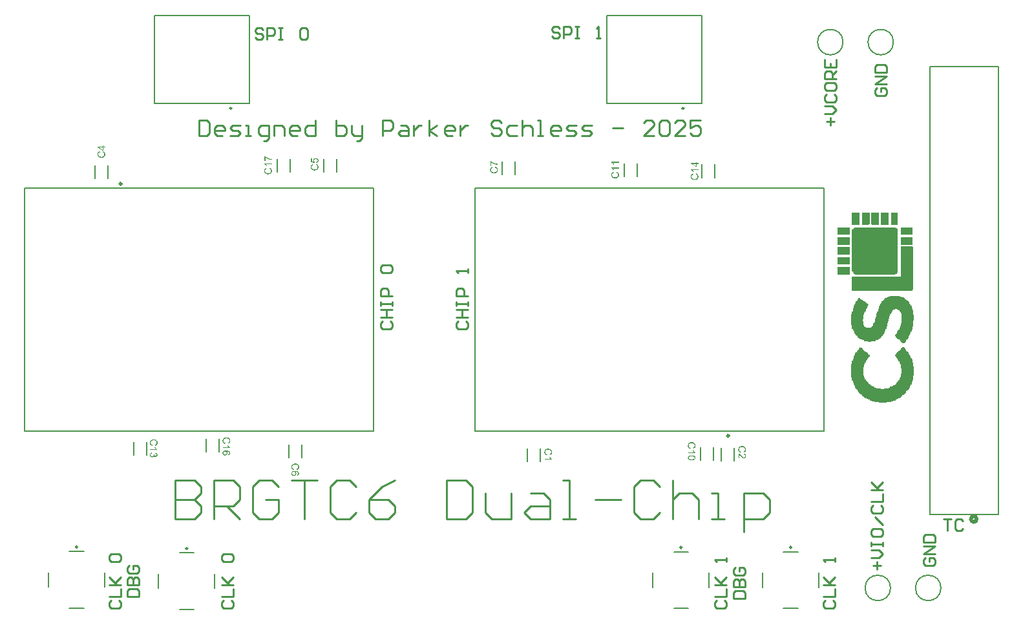
<source format=gto>
G04*
G04 #@! TF.GenerationSoftware,Altium Limited,Altium Designer,25.4.2 (15)*
G04*
G04 Layer_Color=65535*
%FSLAX44Y44*%
%MOMM*%
G71*
G04*
G04 #@! TF.SameCoordinates,C8064B0B-EDE6-4B3A-8A14-C26425D78004*
G04*
G04*
G04 #@! TF.FilePolarity,Positive*
G04*
G01*
G75*
%ADD10C,0.5080*%
%ADD11C,0.2500*%
%ADD12C,0.1500*%
%ADD13C,0.3000*%
%ADD14C,0.1524*%
%ADD15C,0.2000*%
%ADD16C,0.1270*%
%ADD17C,0.2540*%
G36*
X1195850Y505919D02*
X1186853D01*
Y521914D01*
X1195850D01*
Y505919D01*
D02*
G37*
G36*
X1183854D02*
X1173857D01*
Y511917D01*
Y512917D01*
Y521914D01*
X1183854D01*
Y505919D01*
D02*
G37*
G36*
X1170858Y512917D02*
Y511917D01*
Y505919D01*
X1161861D01*
Y506919D01*
X1160862D01*
Y521914D01*
X1170858D01*
Y512917D01*
D02*
G37*
G36*
X1158862Y506919D02*
X1157863D01*
Y505919D01*
X1148866D01*
Y519915D01*
Y520914D01*
Y521914D01*
X1158862D01*
Y506919D01*
D02*
G37*
G36*
X1145866Y520914D02*
Y505919D01*
X1135870D01*
Y521914D01*
X1145866D01*
Y520914D01*
D02*
G37*
G36*
X1214844Y492923D02*
X1199849D01*
Y502920D01*
X1214844D01*
Y492923D01*
D02*
G37*
G36*
X1132871Y500921D02*
Y499921D01*
Y492923D01*
X1116876D01*
Y502920D01*
X1132871D01*
Y500921D01*
D02*
G37*
G36*
X1214844Y479927D02*
X1199849D01*
Y489924D01*
X1214844D01*
Y479927D01*
D02*
G37*
G36*
X1132871D02*
X1116876D01*
Y489924D01*
X1132871D01*
Y479927D01*
D02*
G37*
G36*
Y466932D02*
X1116876D01*
Y476928D01*
X1132871D01*
Y466932D01*
D02*
G37*
G36*
Y453936D02*
X1116876D01*
Y455935D01*
Y456935D01*
Y463932D01*
X1132871D01*
Y453936D01*
D02*
G37*
G36*
X1192851Y501920D02*
X1194851D01*
Y500921D01*
X1195850D01*
Y442939D01*
X1194851D01*
Y441940D01*
X1191852D01*
Y440940D01*
X1139868D01*
Y441940D01*
X1137869D01*
Y442939D01*
X1136869D01*
Y444939D01*
X1135870D01*
Y482926D01*
Y483926D01*
Y499921D01*
X1136869D01*
Y500921D01*
X1137869D01*
Y501920D01*
X1138869D01*
Y502920D01*
X1192851D01*
Y501920D01*
D02*
G37*
G36*
X1132871Y440940D02*
X1116876D01*
Y450937D01*
X1132871D01*
Y440940D01*
D02*
G37*
G36*
X1214844Y476928D02*
X1215844D01*
Y420946D01*
X1214844D01*
Y419947D01*
X1135870D01*
Y437941D01*
X1199849D01*
Y448937D01*
Y449937D01*
Y477928D01*
X1214844D01*
Y476928D01*
D02*
G37*
G36*
X1197850Y411949D02*
X1200849D01*
Y410950D01*
X1203848D01*
Y409950D01*
X1204847D01*
Y408950D01*
X1206847D01*
Y407951D01*
X1207847D01*
Y406951D01*
X1208846D01*
Y405951D01*
X1209846D01*
Y404952D01*
X1210845D01*
Y402952D01*
X1211845D01*
Y401952D01*
X1212845D01*
Y399953D01*
X1213845D01*
Y396954D01*
X1214844D01*
Y393955D01*
X1215844D01*
Y387957D01*
X1216844D01*
Y380959D01*
X1215844D01*
Y372962D01*
X1214844D01*
Y368963D01*
X1213845D01*
Y365964D01*
X1212845D01*
Y363965D01*
X1211845D01*
Y361965D01*
X1210845D01*
Y359966D01*
X1209846D01*
Y357967D01*
X1208846D01*
Y355967D01*
X1207847D01*
Y354967D01*
X1206847D01*
Y352968D01*
X1205847D01*
Y351968D01*
X1204847D01*
Y350969D01*
X1201848D01*
Y351968D01*
X1200849D01*
Y352968D01*
X1199849D01*
Y353968D01*
X1198849D01*
Y354967D01*
X1197850D01*
Y355967D01*
X1195850D01*
Y356967D01*
X1194851D01*
Y357967D01*
X1193851D01*
Y358966D01*
X1192851D01*
Y359966D01*
X1191852D01*
Y361965D01*
X1192851D01*
Y362965D01*
X1193851D01*
Y363965D01*
X1194851D01*
Y365964D01*
X1195850D01*
Y367963D01*
X1196850D01*
Y368963D01*
X1197850D01*
Y370962D01*
X1198849D01*
Y373961D01*
X1199849D01*
Y376960D01*
X1200849D01*
Y389956D01*
X1199849D01*
Y391956D01*
X1198849D01*
Y392955D01*
X1197850D01*
Y393955D01*
X1196850D01*
Y394955D01*
X1194851D01*
Y395954D01*
X1191852D01*
Y394955D01*
X1189852D01*
Y393955D01*
X1188853D01*
Y392955D01*
X1187853D01*
Y390956D01*
X1186853D01*
Y388957D01*
X1185854D01*
Y386957D01*
X1184854D01*
Y382958D01*
X1183854D01*
Y379959D01*
X1182855D01*
Y376960D01*
X1181855D01*
Y372962D01*
X1180855D01*
Y369963D01*
X1179855D01*
Y366964D01*
X1178856D01*
Y364964D01*
X1177856D01*
Y362965D01*
X1176857D01*
Y361965D01*
X1175857D01*
Y359966D01*
X1174857D01*
Y358966D01*
X1173857D01*
Y357967D01*
X1172858D01*
Y356967D01*
X1170858D01*
Y355967D01*
X1169859D01*
Y354967D01*
X1166860D01*
Y353968D01*
X1160862D01*
Y352968D01*
X1156863D01*
Y353968D01*
X1151864D01*
Y354967D01*
X1148866D01*
Y355967D01*
X1146866D01*
Y356967D01*
X1144867D01*
Y357967D01*
X1143867D01*
Y358966D01*
X1142867D01*
Y359966D01*
X1141868D01*
Y360966D01*
X1140868D01*
Y362965D01*
X1139868D01*
Y363965D01*
X1138869D01*
Y365964D01*
X1137869D01*
Y367963D01*
X1136869D01*
Y369963D01*
X1135870D01*
Y374961D01*
X1134870D01*
Y388957D01*
X1135870D01*
Y392955D01*
X1136869D01*
Y396954D01*
X1137869D01*
Y399953D01*
X1138869D01*
Y401952D01*
X1139868D01*
Y403952D01*
X1140868D01*
Y405951D01*
X1141868D01*
Y406951D01*
X1142867D01*
Y408950D01*
X1143867D01*
Y409950D01*
X1146866D01*
Y408950D01*
X1147866D01*
Y407951D01*
X1149865D01*
Y406951D01*
X1150865D01*
Y405951D01*
X1152864D01*
Y404952D01*
X1153864D01*
Y403952D01*
X1155863D01*
Y402952D01*
X1156863D01*
Y401952D01*
X1157863D01*
Y400953D01*
X1156863D01*
Y398953D01*
X1155863D01*
Y396954D01*
X1154864D01*
Y395954D01*
X1153864D01*
Y392955D01*
X1152864D01*
Y390956D01*
X1151864D01*
Y387957D01*
X1150865D01*
Y381959D01*
X1149865D01*
Y379959D01*
X1150865D01*
Y374961D01*
X1151864D01*
Y372962D01*
X1152864D01*
Y371962D01*
X1153864D01*
Y370962D01*
X1160862D01*
Y371962D01*
X1161861D01*
Y372962D01*
X1162861D01*
Y373961D01*
X1163861D01*
Y376960D01*
X1164860D01*
Y378960D01*
X1165860D01*
Y382958D01*
X1166860D01*
Y385958D01*
X1167859D01*
Y389956D01*
X1168859D01*
Y392955D01*
X1169859D01*
Y395954D01*
X1170858D01*
Y398953D01*
X1171858D01*
Y400953D01*
X1172858D01*
Y402952D01*
X1173857D01*
Y403952D01*
X1174857D01*
Y405951D01*
X1175857D01*
Y406951D01*
X1176857D01*
Y407951D01*
X1177856D01*
Y408950D01*
X1178856D01*
Y409950D01*
X1180855D01*
Y410950D01*
X1182855D01*
Y411949D01*
X1185854D01*
Y412949D01*
X1197850D01*
Y411949D01*
D02*
G37*
G36*
X1203848Y344971D02*
X1204847D01*
Y343971D01*
X1205847D01*
Y342971D01*
X1206847D01*
Y340972D01*
X1207847D01*
Y339972D01*
X1208846D01*
Y338973D01*
X1209846D01*
Y336973D01*
X1210845D01*
Y335974D01*
X1211845D01*
Y333974D01*
X1212845D01*
Y331975D01*
X1213845D01*
Y329976D01*
X1214844D01*
Y325977D01*
X1215844D01*
Y320979D01*
X1216844D01*
Y308982D01*
X1215844D01*
Y302984D01*
X1214844D01*
Y299985D01*
X1213845D01*
Y296986D01*
X1212845D01*
Y294987D01*
X1211845D01*
Y292987D01*
X1210845D01*
Y290988D01*
X1209846D01*
Y289988D01*
X1208846D01*
Y288989D01*
X1207847D01*
Y287989D01*
X1206847D01*
Y285990D01*
X1205847D01*
Y284990D01*
X1204847D01*
Y283990D01*
X1203848D01*
Y282991D01*
X1201848D01*
Y281991D01*
X1200849D01*
Y280991D01*
X1199849D01*
Y279992D01*
X1198849D01*
Y278992D01*
X1196850D01*
Y277992D01*
X1194851D01*
Y276993D01*
X1192851D01*
Y275993D01*
X1189852D01*
Y274993D01*
X1186853D01*
Y273994D01*
X1180855D01*
Y272994D01*
X1170858D01*
Y273994D01*
X1164860D01*
Y274993D01*
X1161861D01*
Y275993D01*
X1158862D01*
Y276993D01*
X1156863D01*
Y277992D01*
X1154864D01*
Y278992D01*
X1152864D01*
Y279992D01*
X1151864D01*
Y280991D01*
X1150865D01*
Y281991D01*
X1148866D01*
Y282991D01*
X1147866D01*
Y283990D01*
X1146866D01*
Y284990D01*
X1145866D01*
Y285990D01*
X1144867D01*
Y286989D01*
X1143867D01*
Y287989D01*
X1142867D01*
Y289988D01*
X1141868D01*
Y290988D01*
X1140868D01*
Y292987D01*
X1139868D01*
Y294987D01*
X1138869D01*
Y296986D01*
X1137869D01*
Y298986D01*
X1136869D01*
Y301985D01*
X1135870D01*
Y305983D01*
X1134870D01*
Y323978D01*
X1135870D01*
Y327976D01*
X1136869D01*
Y330975D01*
X1137869D01*
Y333974D01*
X1138869D01*
Y335974D01*
X1139868D01*
Y337973D01*
X1140868D01*
Y338973D01*
X1141868D01*
Y340972D01*
X1142867D01*
Y341972D01*
X1143867D01*
Y342971D01*
X1144867D01*
Y343971D01*
X1145866D01*
Y345970D01*
X1146866D01*
Y344971D01*
X1148866D01*
Y343971D01*
X1149865D01*
Y342971D01*
X1150865D01*
Y341972D01*
X1151864D01*
Y340972D01*
X1152864D01*
Y339972D01*
X1153864D01*
Y338973D01*
X1155863D01*
Y337973D01*
X1156863D01*
Y336973D01*
X1157863D01*
Y335974D01*
X1158862D01*
Y332975D01*
X1157863D01*
Y331975D01*
X1156863D01*
Y330975D01*
X1155863D01*
Y328976D01*
X1154864D01*
Y327976D01*
X1153864D01*
Y325977D01*
X1152864D01*
Y322978D01*
X1151864D01*
Y319979D01*
X1150865D01*
Y308982D01*
X1151864D01*
Y305983D01*
X1152864D01*
Y303984D01*
X1153864D01*
Y301985D01*
X1154864D01*
Y300985D01*
X1155863D01*
Y299985D01*
X1156863D01*
Y298986D01*
X1157863D01*
Y297986D01*
X1158862D01*
Y296986D01*
X1159862D01*
Y295986D01*
X1160862D01*
Y294987D01*
X1162861D01*
Y293987D01*
X1164860D01*
Y292987D01*
X1167859D01*
Y291988D01*
X1173857D01*
Y290988D01*
X1177856D01*
Y291988D01*
X1183854D01*
Y292987D01*
X1185854D01*
Y293987D01*
X1188853D01*
Y294987D01*
X1189852D01*
Y295986D01*
X1191852D01*
Y296986D01*
X1192851D01*
Y297986D01*
X1193851D01*
Y298986D01*
X1194851D01*
Y299985D01*
X1195850D01*
Y300985D01*
X1196850D01*
Y302984D01*
X1197850D01*
Y304984D01*
X1198849D01*
Y306983D01*
X1199849D01*
Y310982D01*
X1200849D01*
Y317979D01*
X1199849D01*
Y322978D01*
X1198849D01*
Y324977D01*
X1197850D01*
Y326977D01*
X1196850D01*
Y328976D01*
X1195850D01*
Y330975D01*
X1194851D01*
Y331975D01*
X1193851D01*
Y332975D01*
X1192851D01*
Y333974D01*
X1191852D01*
Y335974D01*
X1192851D01*
Y336973D01*
X1193851D01*
Y337973D01*
X1194851D01*
Y338973D01*
X1195850D01*
Y339972D01*
X1196850D01*
Y340972D01*
X1197850D01*
Y341972D01*
X1198849D01*
Y342971D01*
X1199849D01*
Y343971D01*
X1200849D01*
Y344971D01*
X1201848D01*
Y345970D01*
X1203848D01*
Y344971D01*
D02*
G37*
G36*
X926045Y221353D02*
X926150D01*
X926284Y221339D01*
X926439Y221331D01*
X926615Y221310D01*
X926805Y221289D01*
X927001Y221254D01*
X927213Y221219D01*
X927438Y221170D01*
X927663Y221113D01*
X927888Y221050D01*
X928113Y220973D01*
X928331Y220881D01*
X928549Y220783D01*
X928563Y220776D01*
X928599Y220755D01*
X928655Y220719D01*
X928739Y220677D01*
X928831Y220614D01*
X928936Y220543D01*
X929063Y220452D01*
X929190Y220354D01*
X929323Y220248D01*
X929471Y220121D01*
X929612Y219988D01*
X929753Y219840D01*
X929893Y219678D01*
X930027Y219509D01*
X930154Y219326D01*
X930273Y219129D01*
X930280Y219115D01*
X930301Y219080D01*
X930329Y219024D01*
X930365Y218939D01*
X930414Y218841D01*
X930463Y218721D01*
X930512Y218580D01*
X930569Y218433D01*
X930625Y218264D01*
X930674Y218081D01*
X930730Y217884D01*
X930773Y217680D01*
X930808Y217462D01*
X930836Y217237D01*
X930857Y217004D01*
X930864Y216765D01*
Y216667D01*
X930857Y216625D01*
X930850Y216519D01*
X930843Y216392D01*
X930822Y216252D01*
X930801Y216090D01*
X930773Y215907D01*
X930730Y215717D01*
X930681Y215520D01*
X930625Y215316D01*
X930547Y215112D01*
X930463Y214908D01*
X930365Y214697D01*
X930252Y214500D01*
X930118Y214310D01*
X930111Y214296D01*
X930083Y214268D01*
X930041Y214211D01*
X929978Y214148D01*
X929907Y214063D01*
X929809Y213972D01*
X929703Y213874D01*
X929577Y213761D01*
X929436Y213648D01*
X929281Y213529D01*
X929105Y213416D01*
X928922Y213304D01*
X928718Y213191D01*
X928500Y213092D01*
X928268Y212994D01*
X928022Y212917D01*
X927726Y214183D01*
X927740Y214190D01*
X927775Y214197D01*
X927825Y214218D01*
X927902Y214246D01*
X927987Y214282D01*
X928085Y214324D01*
X928198Y214380D01*
X928317Y214436D01*
X928444Y214500D01*
X928570Y214577D01*
X928697Y214655D01*
X928831Y214746D01*
X928950Y214844D01*
X929070Y214943D01*
X929175Y215056D01*
X929274Y215175D01*
X929281Y215182D01*
X929295Y215203D01*
X929316Y215238D01*
X929351Y215288D01*
X929387Y215351D01*
X929429Y215428D01*
X929471Y215520D01*
X929520Y215618D01*
X929563Y215731D01*
X929605Y215851D01*
X929647Y215984D01*
X929682Y216125D01*
X929717Y216280D01*
X929738Y216442D01*
X929753Y216610D01*
X929760Y216793D01*
Y216899D01*
X929753Y216976D01*
X929745Y217075D01*
X929731Y217187D01*
X929717Y217314D01*
X929689Y217448D01*
X929661Y217595D01*
X929626Y217743D01*
X929584Y217898D01*
X929534Y218060D01*
X929471Y218215D01*
X929394Y218369D01*
X929316Y218524D01*
X929218Y218672D01*
X929211Y218679D01*
X929197Y218707D01*
X929162Y218742D01*
X929119Y218792D01*
X929063Y218855D01*
X929000Y218925D01*
X928922Y219003D01*
X928838Y219087D01*
X928739Y219171D01*
X928634Y219263D01*
X928514Y219347D01*
X928381Y219432D01*
X928247Y219516D01*
X928099Y219594D01*
X927944Y219664D01*
X927775Y219727D01*
X927768D01*
X927733Y219741D01*
X927684Y219755D01*
X927621Y219776D01*
X927536Y219798D01*
X927438Y219826D01*
X927325Y219847D01*
X927198Y219875D01*
X927065Y219903D01*
X926917Y219931D01*
X926762Y219960D01*
X926600Y219981D01*
X926263Y220016D01*
X926087Y220023D01*
X925904Y220030D01*
X925890D01*
X925848D01*
X925784D01*
X925693Y220023D01*
X925587Y220016D01*
X925461Y220009D01*
X925320Y220002D01*
X925172Y219988D01*
X925003Y219967D01*
X924827Y219945D01*
X924469Y219875D01*
X924279Y219840D01*
X924096Y219791D01*
X923913Y219734D01*
X923737Y219671D01*
X923730Y219664D01*
X923695Y219657D01*
X923652Y219636D01*
X923589Y219601D01*
X923512Y219565D01*
X923420Y219516D01*
X923322Y219460D01*
X923216Y219397D01*
X923111Y219319D01*
X922998Y219235D01*
X922878Y219143D01*
X922766Y219045D01*
X922653Y218932D01*
X922548Y218813D01*
X922449Y218686D01*
X922358Y218545D01*
X922351Y218538D01*
X922337Y218510D01*
X922316Y218468D01*
X922288Y218412D01*
X922252Y218341D01*
X922210Y218257D01*
X922175Y218158D01*
X922133Y218053D01*
X922083Y217933D01*
X922048Y217806D01*
X922006Y217666D01*
X921971Y217525D01*
X921943Y217370D01*
X921922Y217215D01*
X921908Y217054D01*
X921900Y216892D01*
Y216843D01*
X921908Y216786D01*
Y216709D01*
X921922Y216617D01*
X921936Y216512D01*
X921950Y216385D01*
X921978Y216259D01*
X922013Y216118D01*
X922055Y215970D01*
X922105Y215815D01*
X922161Y215661D01*
X922231Y215506D01*
X922316Y215351D01*
X922414Y215203D01*
X922520Y215056D01*
X922527Y215049D01*
X922548Y215020D01*
X922583Y214985D01*
X922639Y214936D01*
X922703Y214873D01*
X922780Y214802D01*
X922878Y214725D01*
X922984Y214647D01*
X923111Y214563D01*
X923244Y214479D01*
X923399Y214387D01*
X923568Y214310D01*
X923744Y214225D01*
X923941Y214155D01*
X924145Y214092D01*
X924370Y214035D01*
X924046Y212748D01*
X924039D01*
X924025Y212755D01*
X924004Y212762D01*
X923976Y212769D01*
X923941Y212776D01*
X923892Y212790D01*
X923786Y212825D01*
X923652Y212874D01*
X923505Y212931D01*
X923336Y213001D01*
X923153Y213085D01*
X922956Y213177D01*
X922759Y213283D01*
X922562Y213402D01*
X922358Y213536D01*
X922161Y213683D01*
X921971Y213845D01*
X921795Y214021D01*
X921626Y214211D01*
X921619Y214225D01*
X921591Y214261D01*
X921549Y214317D01*
X921499Y214401D01*
X921436Y214500D01*
X921366Y214626D01*
X921288Y214767D01*
X921211Y214929D01*
X921134Y215105D01*
X921056Y215302D01*
X920986Y215513D01*
X920922Y215738D01*
X920873Y215984D01*
X920831Y216238D01*
X920803Y216505D01*
X920796Y216786D01*
Y216892D01*
X920803Y216941D01*
Y217047D01*
X920817Y217180D01*
X920831Y217335D01*
X920852Y217511D01*
X920873Y217694D01*
X920909Y217898D01*
X920951Y218102D01*
X921007Y218320D01*
X921063Y218531D01*
X921141Y218742D01*
X921225Y218953D01*
X921324Y219157D01*
X921436Y219347D01*
X921443Y219361D01*
X921464Y219390D01*
X921507Y219439D01*
X921556Y219509D01*
X921619Y219594D01*
X921703Y219685D01*
X921795Y219791D01*
X921908Y219903D01*
X922034Y220023D01*
X922168Y220142D01*
X922323Y220269D01*
X922485Y220396D01*
X922667Y220515D01*
X922857Y220635D01*
X923068Y220748D01*
X923287Y220846D01*
X923294D01*
X923301Y220853D01*
X923343Y220867D01*
X923406Y220895D01*
X923498Y220923D01*
X923610Y220966D01*
X923744Y221008D01*
X923899Y221057D01*
X924068Y221099D01*
X924258Y221148D01*
X924462Y221198D01*
X924673Y221240D01*
X924905Y221282D01*
X925137Y221310D01*
X925383Y221339D01*
X925637Y221353D01*
X925897Y221360D01*
X925904D01*
X925918D01*
X925939D01*
X925967D01*
X926002D01*
X926045Y221353D01*
D02*
G37*
G36*
X928289Y210721D02*
X928303Y210693D01*
X928331Y210637D01*
X928366Y210567D01*
X928409Y210482D01*
X928465Y210377D01*
X928528Y210264D01*
X928599Y210145D01*
X928683Y210011D01*
X928767Y209870D01*
X928964Y209575D01*
X929183Y209272D01*
X929422Y208984D01*
X929429Y208977D01*
X929450Y208948D01*
X929485Y208913D01*
X929534Y208864D01*
X929598Y208801D01*
X929668Y208730D01*
X929753Y208653D01*
X929837Y208568D01*
X929935Y208484D01*
X930041Y208393D01*
X930259Y208217D01*
X930491Y208055D01*
X930611Y207985D01*
X930730Y207921D01*
Y207147D01*
X920958D01*
Y208343D01*
X928570D01*
X928563Y208350D01*
X928549Y208365D01*
X928528Y208386D01*
X928500Y208421D01*
X928465Y208463D01*
X928416Y208519D01*
X928366Y208583D01*
X928310Y208646D01*
X928254Y208730D01*
X928184Y208815D01*
X928120Y208906D01*
X928043Y209005D01*
X927972Y209117D01*
X927895Y209230D01*
X927740Y209483D01*
X927733Y209490D01*
X927719Y209511D01*
X927698Y209554D01*
X927677Y209603D01*
X927642Y209659D01*
X927599Y209729D01*
X927557Y209814D01*
X927508Y209898D01*
X927410Y210095D01*
X927311Y210306D01*
X927213Y210524D01*
X927128Y210735D01*
X928282D01*
X928289Y210721D01*
D02*
G37*
G36*
X925981Y204080D02*
X926045D01*
X926185Y204073D01*
X926354Y204066D01*
X926544Y204058D01*
X926748Y204044D01*
X926966Y204023D01*
X927191Y204002D01*
X927656Y203939D01*
X927888Y203897D01*
X928113Y203848D01*
X928331Y203798D01*
X928535Y203735D01*
X928549Y203728D01*
X928585Y203721D01*
X928634Y203700D01*
X928711Y203672D01*
X928796Y203629D01*
X928901Y203587D01*
X929014Y203531D01*
X929133Y203468D01*
X929260Y203404D01*
X929394Y203320D01*
X929534Y203235D01*
X929668Y203144D01*
X929802Y203038D01*
X929928Y202926D01*
X930048Y202806D01*
X930161Y202680D01*
X930168Y202673D01*
X930189Y202644D01*
X930217Y202609D01*
X930252Y202553D01*
X930294Y202482D01*
X930343Y202398D01*
X930393Y202307D01*
X930449Y202194D01*
X930498Y202074D01*
X930547Y201941D01*
X930597Y201793D01*
X930639Y201638D01*
X930681Y201469D01*
X930709Y201294D01*
X930723Y201110D01*
X930730Y200914D01*
Y200836D01*
X930723Y200780D01*
Y200716D01*
X930716Y200632D01*
X930702Y200548D01*
X930688Y200449D01*
X930653Y200238D01*
X930597Y200006D01*
X930519Y199767D01*
X930470Y199654D01*
X930414Y199542D01*
Y199534D01*
X930400Y199513D01*
X930379Y199485D01*
X930358Y199443D01*
X930322Y199394D01*
X930280Y199338D01*
X930238Y199267D01*
X930182Y199197D01*
X930055Y199042D01*
X929893Y198880D01*
X929710Y198718D01*
X929499Y198571D01*
X929492Y198564D01*
X929471Y198556D01*
X929436Y198535D01*
X929394Y198507D01*
X929337Y198472D01*
X929267Y198437D01*
X929190Y198395D01*
X929098Y198353D01*
X929000Y198303D01*
X928887Y198254D01*
X928767Y198205D01*
X928641Y198148D01*
X928507Y198099D01*
X928366Y198057D01*
X928212Y198008D01*
X928057Y197966D01*
X928050D01*
X928015Y197959D01*
X927972Y197944D01*
X927902Y197930D01*
X927818Y197916D01*
X927712Y197895D01*
X927592Y197874D01*
X927452Y197853D01*
X927297Y197832D01*
X927121Y197811D01*
X926931Y197790D01*
X926727Y197776D01*
X926509Y197761D01*
X926270Y197747D01*
X926023Y197740D01*
X925756D01*
X925749D01*
X925735D01*
X925714D01*
X925679D01*
X925644D01*
X925594D01*
X925538Y197747D01*
X925475D01*
X925327Y197754D01*
X925158Y197761D01*
X924975Y197768D01*
X924771Y197783D01*
X924553Y197804D01*
X924328Y197825D01*
X923870Y197888D01*
X923638Y197930D01*
X923413Y197980D01*
X923195Y198036D01*
X922991Y198099D01*
X922977Y198106D01*
X922942Y198113D01*
X922893Y198134D01*
X922815Y198162D01*
X922731Y198205D01*
X922625Y198247D01*
X922513Y198303D01*
X922393Y198360D01*
X922266Y198430D01*
X922133Y198514D01*
X921999Y198599D01*
X921858Y198690D01*
X921725Y198796D01*
X921598Y198908D01*
X921478Y199028D01*
X921366Y199155D01*
X921359Y199162D01*
X921345Y199190D01*
X921317Y199225D01*
X921274Y199281D01*
X921232Y199352D01*
X921183Y199429D01*
X921134Y199527D01*
X921084Y199633D01*
X921028Y199760D01*
X920979Y199893D01*
X920930Y200034D01*
X920887Y200189D01*
X920852Y200358D01*
X920824Y200534D01*
X920803Y200716D01*
X920796Y200914D01*
Y200977D01*
X920803Y201047D01*
X920810Y201146D01*
X920824Y201265D01*
X920852Y201406D01*
X920880Y201554D01*
X920922Y201723D01*
X920972Y201899D01*
X921042Y202074D01*
X921120Y202257D01*
X921218Y202447D01*
X921331Y202630D01*
X921464Y202806D01*
X921619Y202975D01*
X921795Y203130D01*
X921802D01*
X921809Y203137D01*
X921830Y203151D01*
X921851Y203172D01*
X921886Y203193D01*
X921929Y203221D01*
X921971Y203249D01*
X922027Y203278D01*
X922091Y203313D01*
X922161Y203355D01*
X922238Y203390D01*
X922323Y203432D01*
X922421Y203475D01*
X922520Y203517D01*
X922632Y203566D01*
X922745Y203608D01*
X922871Y203650D01*
X923005Y203700D01*
X923146Y203742D01*
X923301Y203784D01*
X923455Y203826D01*
X923624Y203862D01*
X923793Y203904D01*
X923983Y203939D01*
X924173Y203967D01*
X924370Y203995D01*
X924581Y204023D01*
X924799Y204044D01*
X925024Y204066D01*
X925257Y204073D01*
X925503Y204087D01*
X925756D01*
X925763D01*
X925777D01*
X925798D01*
X925834D01*
X925876D01*
X925925D01*
X925981Y204080D01*
D02*
G37*
G36*
X221202Y225180D02*
X221307D01*
X221441Y225166D01*
X221596Y225159D01*
X221772Y225138D01*
X221961Y225117D01*
X222159Y225082D01*
X222370Y225046D01*
X222595Y224997D01*
X222820Y224941D01*
X223045Y224878D01*
X223270Y224800D01*
X223488Y224709D01*
X223706Y224610D01*
X223720Y224603D01*
X223756Y224582D01*
X223812Y224547D01*
X223896Y224505D01*
X223988Y224441D01*
X224093Y224371D01*
X224220Y224279D01*
X224347Y224181D01*
X224480Y224076D01*
X224628Y223949D01*
X224769Y223815D01*
X224909Y223667D01*
X225050Y223506D01*
X225184Y223337D01*
X225310Y223154D01*
X225430Y222957D01*
X225437Y222943D01*
X225458Y222908D01*
X225486Y222851D01*
X225522Y222767D01*
X225571Y222668D01*
X225620Y222549D01*
X225669Y222408D01*
X225726Y222260D01*
X225782Y222091D01*
X225831Y221908D01*
X225888Y221712D01*
X225930Y221507D01*
X225965Y221289D01*
X225993Y221064D01*
X226014Y220832D01*
X226021Y220593D01*
Y220494D01*
X226014Y220452D01*
X226007Y220347D01*
X226000Y220220D01*
X225979Y220079D01*
X225958Y219917D01*
X225930Y219734D01*
X225888Y219544D01*
X225838Y219347D01*
X225782Y219143D01*
X225704Y218939D01*
X225620Y218735D01*
X225522Y218524D01*
X225409Y218327D01*
X225275Y218137D01*
X225268Y218123D01*
X225240Y218095D01*
X225198Y218039D01*
X225135Y217976D01*
X225064Y217891D01*
X224966Y217800D01*
X224860Y217701D01*
X224734Y217589D01*
X224593Y217476D01*
X224438Y217356D01*
X224262Y217244D01*
X224079Y217131D01*
X223875Y217019D01*
X223657Y216920D01*
X223425Y216822D01*
X223179Y216744D01*
X222883Y218011D01*
X222897Y218018D01*
X222932Y218025D01*
X222982Y218046D01*
X223059Y218074D01*
X223144Y218109D01*
X223242Y218151D01*
X223355Y218208D01*
X223474Y218264D01*
X223601Y218327D01*
X223727Y218405D01*
X223854Y218482D01*
X223988Y218573D01*
X224107Y218672D01*
X224227Y218771D01*
X224333Y218883D01*
X224431Y219003D01*
X224438Y219010D01*
X224452Y219031D01*
X224473Y219066D01*
X224508Y219115D01*
X224544Y219179D01*
X224586Y219256D01*
X224628Y219347D01*
X224677Y219446D01*
X224720Y219559D01*
X224762Y219678D01*
X224804Y219812D01*
X224839Y219953D01*
X224874Y220107D01*
X224895Y220269D01*
X224909Y220438D01*
X224916Y220621D01*
Y220727D01*
X224909Y220804D01*
X224902Y220902D01*
X224888Y221015D01*
X224874Y221142D01*
X224846Y221275D01*
X224818Y221423D01*
X224783Y221571D01*
X224741Y221726D01*
X224691Y221887D01*
X224628Y222042D01*
X224551Y222197D01*
X224473Y222352D01*
X224375Y222500D01*
X224368Y222507D01*
X224354Y222535D01*
X224319Y222570D01*
X224276Y222619D01*
X224220Y222682D01*
X224157Y222753D01*
X224079Y222830D01*
X223995Y222915D01*
X223896Y222999D01*
X223791Y223090D01*
X223671Y223175D01*
X223538Y223259D01*
X223404Y223344D01*
X223256Y223421D01*
X223101Y223491D01*
X222932Y223555D01*
X222925D01*
X222890Y223569D01*
X222841Y223583D01*
X222778Y223604D01*
X222693Y223625D01*
X222595Y223653D01*
X222482Y223675D01*
X222355Y223703D01*
X222222Y223731D01*
X222074Y223759D01*
X221919Y223787D01*
X221757Y223808D01*
X221420Y223843D01*
X221244Y223850D01*
X221061Y223857D01*
X221047D01*
X221005D01*
X220941D01*
X220850Y223850D01*
X220744Y223843D01*
X220618Y223836D01*
X220477Y223829D01*
X220329Y223815D01*
X220160Y223794D01*
X219984Y223773D01*
X219626Y223703D01*
X219436Y223667D01*
X219253Y223618D01*
X219070Y223562D01*
X218894Y223499D01*
X218887Y223491D01*
X218852Y223484D01*
X218809Y223463D01*
X218746Y223428D01*
X218669Y223393D01*
X218577Y223344D01*
X218479Y223288D01*
X218373Y223224D01*
X218268Y223147D01*
X218155Y223062D01*
X218036Y222971D01*
X217923Y222872D01*
X217810Y222760D01*
X217705Y222640D01*
X217606Y222514D01*
X217515Y222373D01*
X217508Y222366D01*
X217494Y222338D01*
X217473Y222295D01*
X217444Y222239D01*
X217409Y222169D01*
X217367Y222084D01*
X217332Y221986D01*
X217290Y221880D01*
X217241Y221761D01*
X217205Y221634D01*
X217163Y221493D01*
X217128Y221353D01*
X217100Y221198D01*
X217079Y221043D01*
X217065Y220881D01*
X217057Y220719D01*
Y220670D01*
X217065Y220614D01*
Y220536D01*
X217079Y220445D01*
X217093Y220340D01*
X217107Y220213D01*
X217135Y220086D01*
X217170Y219946D01*
X217212Y219798D01*
X217262Y219643D01*
X217318Y219488D01*
X217388Y219333D01*
X217473Y219179D01*
X217571Y219031D01*
X217677Y218883D01*
X217684Y218876D01*
X217705Y218848D01*
X217740Y218813D01*
X217796Y218764D01*
X217860Y218700D01*
X217937Y218630D01*
X218036Y218552D01*
X218141Y218475D01*
X218268Y218391D01*
X218401Y218306D01*
X218556Y218215D01*
X218725Y218137D01*
X218901Y218053D01*
X219098Y217983D01*
X219302Y217919D01*
X219527Y217863D01*
X219203Y216575D01*
X219196D01*
X219182Y216582D01*
X219161Y216589D01*
X219133Y216596D01*
X219098Y216604D01*
X219049Y216618D01*
X218943Y216653D01*
X218809Y216702D01*
X218662Y216758D01*
X218493Y216829D01*
X218310Y216913D01*
X218113Y217005D01*
X217916Y217110D01*
X217719Y217230D01*
X217515Y217363D01*
X217318Y217511D01*
X217128Y217673D01*
X216952Y217849D01*
X216783Y218039D01*
X216776Y218053D01*
X216748Y218088D01*
X216706Y218144D01*
X216656Y218229D01*
X216593Y218327D01*
X216523Y218454D01*
X216445Y218595D01*
X216368Y218756D01*
X216291Y218932D01*
X216213Y219129D01*
X216143Y219340D01*
X216080Y219566D01*
X216030Y219812D01*
X215988Y220065D01*
X215960Y220333D01*
X215953Y220614D01*
Y220719D01*
X215960Y220769D01*
Y220874D01*
X215974Y221008D01*
X215988Y221163D01*
X216009Y221339D01*
X216030Y221521D01*
X216066Y221726D01*
X216108Y221930D01*
X216164Y222148D01*
X216220Y222359D01*
X216298Y222570D01*
X216382Y222781D01*
X216481Y222985D01*
X216593Y223175D01*
X216600Y223189D01*
X216621Y223217D01*
X216663Y223266D01*
X216713Y223337D01*
X216776Y223421D01*
X216861Y223513D01*
X216952Y223618D01*
X217065Y223731D01*
X217191Y223850D01*
X217325Y223970D01*
X217480Y224097D01*
X217642Y224223D01*
X217824Y224343D01*
X218014Y224463D01*
X218225Y224575D01*
X218444Y224674D01*
X218451D01*
X218458Y224681D01*
X218500Y224695D01*
X218563Y224723D01*
X218655Y224751D01*
X218767Y224793D01*
X218901Y224835D01*
X219056Y224885D01*
X219225Y224927D01*
X219415Y224976D01*
X219619Y225025D01*
X219830Y225068D01*
X220062Y225110D01*
X220294Y225138D01*
X220540Y225166D01*
X220793Y225180D01*
X221054Y225187D01*
X221061D01*
X221075D01*
X221096D01*
X221124D01*
X221159D01*
X221202Y225180D01*
D02*
G37*
G36*
X223446Y214549D02*
X223460Y214521D01*
X223488Y214465D01*
X223523Y214394D01*
X223566Y214310D01*
X223622Y214204D01*
X223685Y214092D01*
X223756Y213972D01*
X223840Y213838D01*
X223925Y213698D01*
X224121Y213402D01*
X224340Y213100D01*
X224579Y212811D01*
X224586Y212804D01*
X224607Y212776D01*
X224642Y212741D01*
X224691Y212692D01*
X224755Y212628D01*
X224825Y212558D01*
X224909Y212481D01*
X224994Y212396D01*
X225092Y212312D01*
X225198Y212220D01*
X225416Y212044D01*
X225648Y211882D01*
X225768Y211812D01*
X225888Y211749D01*
Y210975D01*
X216115D01*
Y212171D01*
X223727D01*
X223720Y212178D01*
X223706Y212192D01*
X223685Y212213D01*
X223657Y212248D01*
X223622Y212290D01*
X223573Y212347D01*
X223523Y212410D01*
X223467Y212474D01*
X223411Y212558D01*
X223340Y212642D01*
X223277Y212734D01*
X223200Y212832D01*
X223129Y212945D01*
X223052Y213057D01*
X222897Y213311D01*
X222890Y213318D01*
X222876Y213339D01*
X222855Y213381D01*
X222834Y213430D01*
X222799Y213487D01*
X222757Y213557D01*
X222714Y213641D01*
X222665Y213726D01*
X222567Y213923D01*
X222468Y214134D01*
X222370Y214352D01*
X222285Y214563D01*
X223439D01*
X223446Y214549D01*
D02*
G37*
G36*
X218845Y206711D02*
X218831D01*
X218802Y206704D01*
X218746Y206690D01*
X218676Y206669D01*
X218591Y206648D01*
X218500Y206620D01*
X218394Y206584D01*
X218282Y206549D01*
X218036Y206451D01*
X217796Y206331D01*
X217677Y206261D01*
X217564Y206183D01*
X217466Y206106D01*
X217374Y206015D01*
X217367Y206008D01*
X217353Y205993D01*
X217332Y205965D01*
X217304Y205923D01*
X217269Y205881D01*
X217233Y205818D01*
X217191Y205754D01*
X217156Y205677D01*
X217114Y205592D01*
X217072Y205501D01*
X217036Y205403D01*
X217001Y205297D01*
X216973Y205184D01*
X216952Y205065D01*
X216938Y204945D01*
X216931Y204811D01*
Y204776D01*
X216938Y204727D01*
Y204671D01*
X216952Y204593D01*
X216959Y204509D01*
X216980Y204417D01*
X217001Y204312D01*
X217036Y204206D01*
X217072Y204087D01*
X217121Y203967D01*
X217177Y203848D01*
X217248Y203728D01*
X217325Y203608D01*
X217409Y203496D01*
X217515Y203383D01*
X217522Y203376D01*
X217543Y203355D01*
X217571Y203327D01*
X217620Y203292D01*
X217677Y203249D01*
X217747Y203200D01*
X217824Y203144D01*
X217916Y203088D01*
X218014Y203039D01*
X218127Y202982D01*
X218239Y202933D01*
X218373Y202891D01*
X218507Y202855D01*
X218648Y202827D01*
X218802Y202806D01*
X218957Y202799D01*
X218964D01*
X218992D01*
X219035D01*
X219098Y202806D01*
X219161Y202813D01*
X219246Y202827D01*
X219337Y202841D01*
X219436Y202870D01*
X219541Y202898D01*
X219654Y202933D01*
X219766Y202975D01*
X219879Y203024D01*
X219991Y203088D01*
X220104Y203165D01*
X220210Y203242D01*
X220315Y203341D01*
X220322Y203348D01*
X220336Y203362D01*
X220364Y203397D01*
X220399Y203440D01*
X220442Y203489D01*
X220484Y203552D01*
X220533Y203629D01*
X220583Y203714D01*
X220632Y203805D01*
X220681Y203911D01*
X220723Y204023D01*
X220765Y204143D01*
X220801Y204270D01*
X220829Y204410D01*
X220843Y204551D01*
X220850Y204706D01*
Y204769D01*
X220843Y204840D01*
X220836Y204938D01*
X220822Y205065D01*
X220793Y205205D01*
X220765Y205367D01*
X220723Y205550D01*
X221772Y205417D01*
Y205395D01*
X221765Y205374D01*
Y205346D01*
X221757Y205283D01*
Y205149D01*
X221765Y205100D01*
X221772Y205030D01*
X221779Y204952D01*
X221793Y204868D01*
X221807Y204769D01*
X221828Y204664D01*
X221856Y204558D01*
X221926Y204326D01*
X221968Y204206D01*
X222025Y204087D01*
X222081Y203967D01*
X222151Y203855D01*
X222159Y203848D01*
X222173Y203827D01*
X222194Y203798D01*
X222229Y203756D01*
X222271Y203714D01*
X222320Y203658D01*
X222384Y203608D01*
X222454Y203545D01*
X222538Y203489D01*
X222630Y203433D01*
X222728Y203383D01*
X222841Y203341D01*
X222961Y203299D01*
X223094Y203271D01*
X223235Y203249D01*
X223383Y203242D01*
X223390D01*
X223411D01*
X223446D01*
X223495Y203249D01*
X223545Y203257D01*
X223615Y203264D01*
X223685Y203278D01*
X223763Y203299D01*
X223932Y203355D01*
X224023Y203390D01*
X224114Y203433D01*
X224206Y203482D01*
X224297Y203545D01*
X224382Y203615D01*
X224466Y203693D01*
X224473Y203700D01*
X224487Y203714D01*
X224508Y203735D01*
X224537Y203770D01*
X224565Y203819D01*
X224607Y203869D01*
X224642Y203932D01*
X224684Y204002D01*
X224727Y204080D01*
X224762Y204164D01*
X224804Y204263D01*
X224832Y204361D01*
X224860Y204474D01*
X224881Y204586D01*
X224895Y204713D01*
X224902Y204840D01*
Y204910D01*
X224895Y204952D01*
X224888Y205016D01*
X224881Y205086D01*
X224867Y205163D01*
X224846Y205248D01*
X224797Y205431D01*
X224762Y205522D01*
X224713Y205621D01*
X224663Y205719D01*
X224607Y205818D01*
X224537Y205909D01*
X224459Y206000D01*
X224452Y206008D01*
X224438Y206022D01*
X224410Y206043D01*
X224375Y206078D01*
X224333Y206113D01*
X224276Y206155D01*
X224206Y206197D01*
X224135Y206247D01*
X224044Y206296D01*
X223946Y206345D01*
X223840Y206402D01*
X223720Y206444D01*
X223594Y206493D01*
X223460Y206528D01*
X223312Y206563D01*
X223151Y206591D01*
X223362Y207788D01*
X223369D01*
X223376D01*
X223418Y207773D01*
X223474Y207759D01*
X223559Y207738D01*
X223664Y207710D01*
X223777Y207675D01*
X223903Y207633D01*
X224044Y207584D01*
X224192Y207520D01*
X224347Y207450D01*
X224501Y207365D01*
X224656Y207274D01*
X224811Y207176D01*
X224959Y207063D01*
X225099Y206936D01*
X225226Y206796D01*
X225233Y206789D01*
X225254Y206760D01*
X225289Y206718D01*
X225332Y206655D01*
X225381Y206577D01*
X225437Y206486D01*
X225494Y206381D01*
X225557Y206261D01*
X225620Y206127D01*
X225676Y205979D01*
X225733Y205825D01*
X225782Y205656D01*
X225824Y205473D01*
X225859Y205276D01*
X225880Y205072D01*
X225888Y204861D01*
Y204783D01*
X225880Y204727D01*
Y204657D01*
X225866Y204572D01*
X225859Y204481D01*
X225845Y204382D01*
X225824Y204270D01*
X225803Y204157D01*
X225740Y203911D01*
X225704Y203777D01*
X225655Y203651D01*
X225606Y203524D01*
X225543Y203397D01*
X225536Y203390D01*
X225529Y203369D01*
X225508Y203334D01*
X225479Y203285D01*
X225444Y203228D01*
X225402Y203165D01*
X225353Y203095D01*
X225296Y203017D01*
X225163Y202848D01*
X225001Y202680D01*
X224818Y202518D01*
X224713Y202440D01*
X224607Y202370D01*
X224600Y202363D01*
X224579Y202356D01*
X224551Y202335D01*
X224501Y202314D01*
X224452Y202286D01*
X224382Y202257D01*
X224311Y202222D01*
X224227Y202187D01*
X224135Y202159D01*
X224044Y202124D01*
X223833Y202068D01*
X223601Y202025D01*
X223481Y202018D01*
X223355Y202011D01*
X223347D01*
X223326D01*
X223291D01*
X223249Y202018D01*
X223193D01*
X223129Y202032D01*
X223052Y202039D01*
X222975Y202053D01*
X222792Y202096D01*
X222602Y202159D01*
X222503Y202194D01*
X222398Y202243D01*
X222299Y202293D01*
X222201Y202356D01*
X222194Y202363D01*
X222180Y202370D01*
X222151Y202391D01*
X222116Y202419D01*
X222074Y202454D01*
X222025Y202497D01*
X221968Y202546D01*
X221905Y202609D01*
X221842Y202673D01*
X221779Y202750D01*
X221708Y202827D01*
X221638Y202919D01*
X221574Y203017D01*
X221504Y203123D01*
X221441Y203235D01*
X221385Y203355D01*
Y203348D01*
X221378Y203320D01*
X221363Y203271D01*
X221342Y203214D01*
X221321Y203137D01*
X221286Y203053D01*
X221251Y202961D01*
X221202Y202863D01*
X221152Y202757D01*
X221089Y202645D01*
X221026Y202532D01*
X220948Y202419D01*
X220864Y202314D01*
X220772Y202208D01*
X220667Y202103D01*
X220554Y202011D01*
X220547Y202004D01*
X220526Y201990D01*
X220491Y201969D01*
X220442Y201934D01*
X220378Y201899D01*
X220308Y201856D01*
X220224Y201814D01*
X220125Y201772D01*
X220013Y201730D01*
X219893Y201681D01*
X219766Y201645D01*
X219626Y201610D01*
X219478Y201575D01*
X219323Y201554D01*
X219161Y201540D01*
X218985Y201533D01*
X218971D01*
X218929D01*
X218859Y201540D01*
X218774Y201547D01*
X218662Y201561D01*
X218535Y201582D01*
X218394Y201610D01*
X218239Y201652D01*
X218071Y201702D01*
X217902Y201758D01*
X217719Y201835D01*
X217536Y201927D01*
X217353Y202032D01*
X217170Y202159D01*
X216994Y202307D01*
X216825Y202469D01*
X216818Y202483D01*
X216790Y202511D01*
X216741Y202560D01*
X216685Y202637D01*
X216621Y202729D01*
X216544Y202834D01*
X216467Y202968D01*
X216382Y203109D01*
X216298Y203271D01*
X216220Y203454D01*
X216143Y203643D01*
X216080Y203855D01*
X216023Y204073D01*
X215974Y204312D01*
X215946Y204558D01*
X215939Y204818D01*
Y204875D01*
X215946Y204945D01*
X215953Y205030D01*
X215960Y205142D01*
X215981Y205269D01*
X216002Y205410D01*
X216037Y205564D01*
X216073Y205726D01*
X216122Y205902D01*
X216185Y206078D01*
X216262Y206261D01*
X216347Y206437D01*
X216445Y206613D01*
X216565Y206789D01*
X216699Y206950D01*
X216706Y206957D01*
X216734Y206985D01*
X216776Y207028D01*
X216839Y207084D01*
X216917Y207147D01*
X217008Y207225D01*
X217114Y207302D01*
X217233Y207387D01*
X217367Y207471D01*
X217522Y207555D01*
X217684Y207633D01*
X217860Y207710D01*
X218050Y207773D01*
X218247Y207837D01*
X218458Y207879D01*
X218683Y207907D01*
X218845Y206711D01*
D02*
G37*
G36*
X406615Y193458D02*
X406720D01*
X406854Y193444D01*
X407009Y193437D01*
X407184Y193416D01*
X407374Y193395D01*
X407571Y193360D01*
X407783Y193325D01*
X408008Y193276D01*
X408233Y193219D01*
X408458Y193156D01*
X408683Y193078D01*
X408901Y192987D01*
X409119Y192889D01*
X409133Y192882D01*
X409169Y192860D01*
X409225Y192825D01*
X409309Y192783D01*
X409401Y192720D01*
X409506Y192649D01*
X409633Y192558D01*
X409760Y192459D01*
X409893Y192354D01*
X410041Y192227D01*
X410182Y192093D01*
X410322Y191946D01*
X410463Y191784D01*
X410597Y191615D01*
X410723Y191432D01*
X410843Y191235D01*
X410850Y191221D01*
X410871Y191186D01*
X410899Y191129D01*
X410935Y191045D01*
X410984Y190947D01*
X411033Y190827D01*
X411082Y190686D01*
X411139Y190539D01*
X411195Y190370D01*
X411244Y190187D01*
X411300Y189990D01*
X411343Y189786D01*
X411378Y189568D01*
X411406Y189342D01*
X411427Y189110D01*
X411434Y188871D01*
Y188773D01*
X411427Y188730D01*
X411420Y188625D01*
X411413Y188498D01*
X411392Y188357D01*
X411371Y188196D01*
X411343Y188013D01*
X411300Y187823D01*
X411251Y187626D01*
X411195Y187422D01*
X411118Y187218D01*
X411033Y187014D01*
X410935Y186803D01*
X410822Y186605D01*
X410688Y186416D01*
X410681Y186402D01*
X410653Y186373D01*
X410611Y186317D01*
X410548Y186254D01*
X410477Y186169D01*
X410379Y186078D01*
X410273Y185979D01*
X410147Y185867D01*
X410006Y185754D01*
X409851Y185635D01*
X409675Y185522D01*
X409492Y185409D01*
X409288Y185297D01*
X409070Y185198D01*
X408838Y185100D01*
X408592Y185023D01*
X408296Y186289D01*
X408310Y186296D01*
X408345Y186303D01*
X408395Y186324D01*
X408472Y186352D01*
X408557Y186387D01*
X408655Y186430D01*
X408768Y186486D01*
X408887Y186542D01*
X409014Y186605D01*
X409141Y186683D01*
X409267Y186760D01*
X409401Y186852D01*
X409520Y186950D01*
X409640Y187049D01*
X409745Y187161D01*
X409844Y187281D01*
X409851Y187288D01*
X409865Y187309D01*
X409886Y187344D01*
X409921Y187393D01*
X409957Y187457D01*
X409999Y187534D01*
X410041Y187626D01*
X410090Y187724D01*
X410132Y187837D01*
X410175Y187956D01*
X410217Y188090D01*
X410252Y188231D01*
X410287Y188386D01*
X410308Y188547D01*
X410322Y188716D01*
X410330Y188899D01*
Y189005D01*
X410322Y189082D01*
X410315Y189181D01*
X410301Y189293D01*
X410287Y189420D01*
X410259Y189554D01*
X410231Y189701D01*
X410196Y189849D01*
X410154Y190004D01*
X410104Y190166D01*
X410041Y190320D01*
X409964Y190475D01*
X409886Y190630D01*
X409788Y190778D01*
X409781Y190785D01*
X409767Y190813D01*
X409731Y190848D01*
X409689Y190897D01*
X409633Y190961D01*
X409570Y191031D01*
X409492Y191108D01*
X409408Y191193D01*
X409309Y191277D01*
X409204Y191369D01*
X409084Y191453D01*
X408951Y191538D01*
X408817Y191622D01*
X408669Y191699D01*
X408514Y191770D01*
X408345Y191833D01*
X408338D01*
X408303Y191847D01*
X408254Y191861D01*
X408191Y191882D01*
X408106Y191903D01*
X408008Y191932D01*
X407895Y191953D01*
X407769Y191981D01*
X407635Y192009D01*
X407487Y192037D01*
X407332Y192065D01*
X407170Y192086D01*
X406833Y192122D01*
X406657Y192129D01*
X406474Y192136D01*
X406460D01*
X406418D01*
X406354D01*
X406263Y192129D01*
X406157Y192122D01*
X406031Y192115D01*
X405890Y192108D01*
X405742Y192093D01*
X405573Y192072D01*
X405397Y192051D01*
X405039Y191981D01*
X404849Y191946D01*
X404666Y191896D01*
X404483Y191840D01*
X404307Y191777D01*
X404300Y191770D01*
X404265Y191763D01*
X404222Y191742D01*
X404159Y191707D01*
X404082Y191671D01*
X403990Y191622D01*
X403892Y191566D01*
X403786Y191502D01*
X403681Y191425D01*
X403568Y191341D01*
X403448Y191249D01*
X403336Y191151D01*
X403223Y191038D01*
X403118Y190919D01*
X403019Y190792D01*
X402928Y190651D01*
X402921Y190644D01*
X402907Y190616D01*
X402886Y190574D01*
X402858Y190517D01*
X402822Y190447D01*
X402780Y190363D01*
X402745Y190264D01*
X402703Y190159D01*
X402653Y190039D01*
X402618Y189912D01*
X402576Y189772D01*
X402541Y189631D01*
X402513Y189476D01*
X402492Y189321D01*
X402478Y189160D01*
X402471Y188998D01*
Y188948D01*
X402478Y188892D01*
Y188815D01*
X402492Y188723D01*
X402506Y188618D01*
X402520Y188491D01*
X402548Y188365D01*
X402583Y188224D01*
X402625Y188076D01*
X402675Y187921D01*
X402731Y187766D01*
X402801Y187612D01*
X402886Y187457D01*
X402984Y187309D01*
X403090Y187161D01*
X403097Y187154D01*
X403118Y187126D01*
X403153Y187091D01*
X403209Y187042D01*
X403273Y186978D01*
X403350Y186908D01*
X403448Y186831D01*
X403554Y186753D01*
X403681Y186669D01*
X403814Y186584D01*
X403969Y186493D01*
X404138Y186416D01*
X404314Y186331D01*
X404511Y186261D01*
X404715Y186197D01*
X404940Y186141D01*
X404616Y184854D01*
X404609D01*
X404595Y184861D01*
X404574Y184868D01*
X404546Y184875D01*
X404511Y184882D01*
X404462Y184896D01*
X404356Y184931D01*
X404222Y184980D01*
X404075Y185037D01*
X403906Y185107D01*
X403723Y185191D01*
X403526Y185283D01*
X403329Y185388D01*
X403132Y185508D01*
X402928Y185642D01*
X402731Y185789D01*
X402541Y185951D01*
X402365Y186127D01*
X402196Y186317D01*
X402189Y186331D01*
X402161Y186366D01*
X402119Y186423D01*
X402070Y186507D01*
X402006Y186605D01*
X401936Y186732D01*
X401858Y186873D01*
X401781Y187035D01*
X401704Y187211D01*
X401626Y187408D01*
X401556Y187619D01*
X401493Y187844D01*
X401443Y188090D01*
X401401Y188343D01*
X401373Y188611D01*
X401366Y188892D01*
Y188998D01*
X401373Y189047D01*
Y189153D01*
X401387Y189286D01*
X401401Y189441D01*
X401422Y189617D01*
X401443Y189800D01*
X401479Y190004D01*
X401521Y190208D01*
X401577Y190426D01*
X401633Y190637D01*
X401711Y190848D01*
X401795Y191059D01*
X401894Y191263D01*
X402006Y191453D01*
X402013Y191467D01*
X402034Y191495D01*
X402076Y191545D01*
X402126Y191615D01*
X402189Y191699D01*
X402273Y191791D01*
X402365Y191896D01*
X402478Y192009D01*
X402604Y192129D01*
X402738Y192248D01*
X402893Y192375D01*
X403055Y192502D01*
X403237Y192621D01*
X403427Y192741D01*
X403638Y192853D01*
X403857Y192952D01*
X403864D01*
X403871Y192959D01*
X403913Y192973D01*
X403976Y193001D01*
X404068Y193029D01*
X404180Y193071D01*
X404314Y193114D01*
X404469Y193163D01*
X404637Y193205D01*
X404827Y193254D01*
X405032Y193304D01*
X405243Y193346D01*
X405475Y193388D01*
X405707Y193416D01*
X405953Y193444D01*
X406207Y193458D01*
X406467Y193465D01*
X406474D01*
X406488D01*
X406509D01*
X406537D01*
X406572D01*
X406615Y193458D01*
D02*
G37*
G36*
X406270Y183798D02*
X406347D01*
X406439Y183791D01*
X406544D01*
X406650Y183784D01*
X406776Y183770D01*
X406903Y183763D01*
X407044Y183749D01*
X407332Y183721D01*
X407649Y183672D01*
X407980Y183622D01*
X408324Y183552D01*
X408662Y183468D01*
X409000Y183369D01*
X409330Y183249D01*
X409640Y183109D01*
X409788Y183031D01*
X409921Y182947D01*
X410055Y182855D01*
X410182Y182764D01*
X410196Y182750D01*
X410231Y182722D01*
X410287Y182673D01*
X410358Y182595D01*
X410442Y182504D01*
X410533Y182398D01*
X410639Y182264D01*
X410745Y182117D01*
X410843Y181948D01*
X410949Y181765D01*
X411040Y181568D01*
X411125Y181350D01*
X411195Y181111D01*
X411251Y180864D01*
X411286Y180597D01*
X411300Y180315D01*
Y180266D01*
X411293Y180203D01*
Y180126D01*
X411279Y180027D01*
X411265Y179914D01*
X411244Y179788D01*
X411223Y179647D01*
X411188Y179506D01*
X411146Y179352D01*
X411089Y179197D01*
X411026Y179042D01*
X410956Y178880D01*
X410864Y178725D01*
X410766Y178578D01*
X410653Y178437D01*
X410646Y178430D01*
X410625Y178402D01*
X410583Y178367D01*
X410533Y178317D01*
X410470Y178261D01*
X410386Y178198D01*
X410294Y178127D01*
X410189Y178050D01*
X410069Y177973D01*
X409935Y177895D01*
X409788Y177818D01*
X409626Y177754D01*
X409457Y177684D01*
X409274Y177628D01*
X409077Y177586D01*
X408873Y177550D01*
X408782Y178739D01*
X408789D01*
X408810Y178746D01*
X408852Y178754D01*
X408894Y178768D01*
X408957Y178789D01*
X409021Y178803D01*
X409176Y178859D01*
X409338Y178922D01*
X409506Y179000D01*
X409668Y179091D01*
X409739Y179140D01*
X409802Y179197D01*
X409809Y179204D01*
X409823Y179218D01*
X409851Y179246D01*
X409879Y179281D01*
X409921Y179331D01*
X409964Y179387D01*
X410013Y179450D01*
X410062Y179527D01*
X410104Y179612D01*
X410154Y179703D01*
X410196Y179795D01*
X410238Y179900D01*
X410266Y180013D01*
X410294Y180133D01*
X410308Y180259D01*
X410315Y180386D01*
Y180442D01*
X410308Y180484D01*
Y180534D01*
X410301Y180590D01*
X410287Y180653D01*
X410273Y180731D01*
X410238Y180885D01*
X410182Y181054D01*
X410097Y181223D01*
X410048Y181308D01*
X409992Y181392D01*
X409985Y181399D01*
X409971Y181413D01*
X409950Y181448D01*
X409914Y181483D01*
X409872Y181533D01*
X409823Y181589D01*
X409760Y181645D01*
X409689Y181716D01*
X409612Y181786D01*
X409520Y181856D01*
X409422Y181934D01*
X409316Y182004D01*
X409197Y182082D01*
X409070Y182152D01*
X408936Y182222D01*
X408796Y182285D01*
X408789D01*
X408760Y182300D01*
X408711Y182314D01*
X408648Y182335D01*
X408571Y182363D01*
X408472Y182391D01*
X408352Y182419D01*
X408219Y182447D01*
X408071Y182475D01*
X407902Y182511D01*
X407712Y182539D01*
X407515Y182560D01*
X407297Y182581D01*
X407065Y182602D01*
X406812Y182609D01*
X406544Y182616D01*
X406551Y182609D01*
X406572Y182595D01*
X406608Y182574D01*
X406650Y182539D01*
X406706Y182497D01*
X406769Y182447D01*
X406840Y182391D01*
X406917Y182321D01*
X406995Y182250D01*
X407072Y182173D01*
X407234Y181990D01*
X407388Y181793D01*
X407459Y181681D01*
X407522Y181568D01*
X407529Y181561D01*
X407536Y181540D01*
X407550Y181505D01*
X407571Y181462D01*
X407600Y181399D01*
X407628Y181336D01*
X407656Y181258D01*
X407684Y181167D01*
X407712Y181075D01*
X407740Y180970D01*
X407797Y180752D01*
X407832Y180506D01*
X407846Y180379D01*
Y180196D01*
X407839Y180133D01*
X407832Y180055D01*
X407818Y179950D01*
X407797Y179830D01*
X407769Y179696D01*
X407733Y179549D01*
X407691Y179394D01*
X407628Y179232D01*
X407557Y179063D01*
X407473Y178887D01*
X407367Y178718D01*
X407255Y178549D01*
X407114Y178381D01*
X406959Y178219D01*
X406952Y178212D01*
X406917Y178184D01*
X406868Y178141D01*
X406797Y178085D01*
X406713Y178022D01*
X406608Y177952D01*
X406488Y177874D01*
X406347Y177797D01*
X406193Y177719D01*
X406017Y177642D01*
X405834Y177572D01*
X405630Y177508D01*
X405411Y177452D01*
X405186Y177410D01*
X404940Y177382D01*
X404687Y177374D01*
X404680D01*
X404645D01*
X404595D01*
X404532Y177382D01*
X404448Y177389D01*
X404356Y177396D01*
X404251Y177410D01*
X404131Y177424D01*
X404004Y177445D01*
X403871Y177473D01*
X403730Y177501D01*
X403582Y177543D01*
X403434Y177593D01*
X403287Y177642D01*
X403132Y177705D01*
X402984Y177776D01*
X402977Y177783D01*
X402949Y177797D01*
X402907Y177818D01*
X402858Y177846D01*
X402787Y177888D01*
X402710Y177937D01*
X402632Y177994D01*
X402541Y178057D01*
X402442Y178134D01*
X402344Y178212D01*
X402245Y178303D01*
X402147Y178402D01*
X402048Y178500D01*
X401950Y178613D01*
X401865Y178732D01*
X401781Y178859D01*
X401774Y178866D01*
X401760Y178887D01*
X401746Y178930D01*
X401718Y178979D01*
X401683Y179049D01*
X401647Y179126D01*
X401612Y179211D01*
X401577Y179316D01*
X401535Y179422D01*
X401500Y179542D01*
X401464Y179675D01*
X401429Y179809D01*
X401401Y179957D01*
X401387Y180104D01*
X401373Y180266D01*
X401366Y180428D01*
Y180491D01*
X401373Y180527D01*
Y180569D01*
X401380Y180674D01*
X401401Y180801D01*
X401422Y180949D01*
X401457Y181111D01*
X401507Y181294D01*
X401563Y181483D01*
X401633Y181681D01*
X401725Y181877D01*
X401830Y182082D01*
X401957Y182285D01*
X402105Y182490D01*
X402273Y182680D01*
X402463Y182862D01*
X402478Y182869D01*
X402513Y182905D01*
X402583Y182947D01*
X402675Y183010D01*
X402794Y183081D01*
X402864Y183123D01*
X402942Y183158D01*
X403026Y183200D01*
X403118Y183242D01*
X403223Y183292D01*
X403329Y183334D01*
X403442Y183376D01*
X403561Y183418D01*
X403695Y183468D01*
X403828Y183510D01*
X403976Y183545D01*
X404124Y183587D01*
X404286Y183622D01*
X404455Y183657D01*
X404631Y183693D01*
X404813Y183721D01*
X405003Y183742D01*
X405200Y183763D01*
X405411Y183784D01*
X405623Y183791D01*
X405848Y183805D01*
X406080D01*
X406087D01*
X406115D01*
X406150D01*
X406207D01*
X406270Y183798D01*
D02*
G37*
G36*
X367044Y596020D02*
X367072Y595985D01*
X367136Y595936D01*
X367213Y595865D01*
X367312Y595781D01*
X367431Y595682D01*
X367572Y595570D01*
X367734Y595450D01*
X367910Y595317D01*
X368107Y595169D01*
X368325Y595014D01*
X368557Y594859D01*
X368810Y594690D01*
X369077Y594529D01*
X369359Y594353D01*
X369661Y594184D01*
X369669D01*
X369683Y594177D01*
X369704Y594163D01*
X369732Y594142D01*
X369774Y594120D01*
X369823Y594099D01*
X369880Y594064D01*
X369943Y594036D01*
X370013Y593994D01*
X370098Y593959D01*
X370274Y593867D01*
X370471Y593769D01*
X370696Y593663D01*
X370942Y593551D01*
X371209Y593438D01*
X371484Y593318D01*
X371779Y593206D01*
X372082Y593086D01*
X372391Y592981D01*
X372715Y592875D01*
X373039Y592777D01*
X373053Y592770D01*
X373095Y592763D01*
X373158Y592742D01*
X373250Y592720D01*
X373369Y592692D01*
X373503Y592657D01*
X373658Y592622D01*
X373834Y592587D01*
X374024Y592545D01*
X374228Y592509D01*
X374453Y592467D01*
X374685Y592432D01*
X374924Y592397D01*
X375177Y592369D01*
X375445Y592340D01*
X375712Y592319D01*
Y591088D01*
X375698D01*
X375663D01*
X375593Y591095D01*
X375508D01*
X375396Y591102D01*
X375262Y591116D01*
X375107Y591130D01*
X374938Y591151D01*
X374741Y591172D01*
X374530Y591201D01*
X374305Y591236D01*
X374059Y591278D01*
X373798Y591334D01*
X373524Y591391D01*
X373236Y591454D01*
X372940Y591531D01*
X372933D01*
X372919Y591538D01*
X372898Y591545D01*
X372870Y591552D01*
X372828Y591567D01*
X372778Y591581D01*
X372722Y591595D01*
X372659Y591616D01*
X372518Y591658D01*
X372342Y591714D01*
X372152Y591778D01*
X371934Y591848D01*
X371702Y591932D01*
X371456Y592024D01*
X371195Y592129D01*
X370928Y592235D01*
X370653Y592355D01*
X370372Y592488D01*
X370084Y592622D01*
X369802Y592770D01*
X369795D01*
X369788Y592777D01*
X369767Y592791D01*
X369732Y592805D01*
X369697Y592826D01*
X369654Y592854D01*
X369549Y592910D01*
X369422Y592988D01*
X369268Y593072D01*
X369099Y593178D01*
X368916Y593290D01*
X368719Y593410D01*
X368515Y593544D01*
X368304Y593691D01*
X368085Y593839D01*
X367656Y594156D01*
X367445Y594324D01*
X367248Y594493D01*
Y589723D01*
X366101D01*
Y596027D01*
X367030D01*
X367044Y596020D01*
D02*
G37*
G36*
X375712Y585389D02*
X368100D01*
X368107Y585382D01*
X368121Y585368D01*
X368142Y585347D01*
X368170Y585312D01*
X368205Y585270D01*
X368254Y585213D01*
X368304Y585150D01*
X368360Y585087D01*
X368416Y585002D01*
X368487Y584918D01*
X368550Y584826D01*
X368627Y584728D01*
X368698Y584615D01*
X368775Y584503D01*
X368930Y584249D01*
X368937Y584242D01*
X368951Y584221D01*
X368972Y584179D01*
X368993Y584130D01*
X369028Y584073D01*
X369071Y584003D01*
X369113Y583919D01*
X369162Y583834D01*
X369260Y583637D01*
X369359Y583426D01*
X369457Y583208D01*
X369542Y582997D01*
X368388D01*
X368381Y583011D01*
X368367Y583039D01*
X368339Y583095D01*
X368304Y583166D01*
X368261Y583250D01*
X368205Y583356D01*
X368142Y583468D01*
X368071Y583588D01*
X367987Y583722D01*
X367902Y583862D01*
X367705Y584158D01*
X367487Y584460D01*
X367248Y584749D01*
X367241Y584756D01*
X367220Y584784D01*
X367185Y584819D01*
X367136Y584868D01*
X367072Y584932D01*
X367002Y585002D01*
X366917Y585079D01*
X366833Y585164D01*
X366735Y585248D01*
X366629Y585340D01*
X366411Y585516D01*
X366179Y585677D01*
X366059Y585748D01*
X365939Y585811D01*
Y586585D01*
X375712D01*
Y585389D01*
D02*
G37*
G36*
X372645Y580978D02*
X372666Y580971D01*
X372694Y580964D01*
X372729Y580956D01*
X372778Y580942D01*
X372884Y580907D01*
X373018Y580858D01*
X373165Y580802D01*
X373334Y580731D01*
X373517Y580647D01*
X373714Y580555D01*
X373911Y580450D01*
X374108Y580330D01*
X374312Y580197D01*
X374509Y580049D01*
X374699Y579887D01*
X374875Y579711D01*
X375044Y579521D01*
X375051Y579507D01*
X375079Y579472D01*
X375121Y579416D01*
X375171Y579331D01*
X375234Y579233D01*
X375304Y579106D01*
X375382Y578965D01*
X375459Y578804D01*
X375536Y578628D01*
X375614Y578431D01*
X375684Y578220D01*
X375747Y577994D01*
X375797Y577748D01*
X375839Y577495D01*
X375867Y577228D01*
X375874Y576946D01*
Y576841D01*
X375867Y576791D01*
Y576686D01*
X375853Y576552D01*
X375839Y576397D01*
X375818Y576221D01*
X375797Y576039D01*
X375761Y575835D01*
X375719Y575630D01*
X375663Y575412D01*
X375607Y575201D01*
X375529Y574990D01*
X375445Y574779D01*
X375346Y574575D01*
X375234Y574385D01*
X375227Y574371D01*
X375206Y574343D01*
X375163Y574294D01*
X375114Y574223D01*
X375051Y574139D01*
X374967Y574047D01*
X374875Y573942D01*
X374762Y573829D01*
X374636Y573710D01*
X374502Y573590D01*
X374347Y573463D01*
X374185Y573337D01*
X374003Y573217D01*
X373813Y573097D01*
X373601Y572985D01*
X373383Y572887D01*
X373376D01*
X373369Y572879D01*
X373327Y572865D01*
X373264Y572837D01*
X373172Y572809D01*
X373060Y572767D01*
X372926Y572725D01*
X372771Y572675D01*
X372602Y572633D01*
X372412Y572584D01*
X372208Y572535D01*
X371997Y572492D01*
X371765Y572450D01*
X371533Y572422D01*
X371287Y572394D01*
X371033Y572380D01*
X370773Y572373D01*
X370766D01*
X370752D01*
X370731D01*
X370703D01*
X370668D01*
X370625Y572380D01*
X370520D01*
X370386Y572394D01*
X370231Y572401D01*
X370056Y572422D01*
X369865Y572443D01*
X369669Y572478D01*
X369457Y572514D01*
X369232Y572563D01*
X369007Y572619D01*
X368782Y572682D01*
X368557Y572760D01*
X368339Y572851D01*
X368121Y572950D01*
X368107Y572957D01*
X368071Y572978D01*
X368015Y573013D01*
X367931Y573055D01*
X367839Y573119D01*
X367734Y573189D01*
X367607Y573280D01*
X367480Y573379D01*
X367347Y573484D01*
X367199Y573611D01*
X367058Y573745D01*
X366917Y573893D01*
X366777Y574054D01*
X366643Y574223D01*
X366516Y574406D01*
X366397Y574603D01*
X366390Y574617D01*
X366369Y574652D01*
X366341Y574709D01*
X366305Y574793D01*
X366256Y574892D01*
X366207Y575011D01*
X366158Y575152D01*
X366101Y575300D01*
X366045Y575469D01*
X365996Y575652D01*
X365939Y575849D01*
X365897Y576053D01*
X365862Y576271D01*
X365834Y576496D01*
X365813Y576728D01*
X365806Y576967D01*
Y577066D01*
X365813Y577108D01*
X365820Y577214D01*
X365827Y577340D01*
X365848Y577481D01*
X365869Y577643D01*
X365897Y577826D01*
X365939Y578016D01*
X365989Y578213D01*
X366045Y578417D01*
X366123Y578621D01*
X366207Y578825D01*
X366305Y579036D01*
X366418Y579233D01*
X366552Y579423D01*
X366559Y579437D01*
X366587Y579465D01*
X366629Y579521D01*
X366692Y579585D01*
X366763Y579669D01*
X366861Y579760D01*
X366967Y579859D01*
X367093Y579972D01*
X367234Y580084D01*
X367389Y580204D01*
X367565Y580316D01*
X367748Y580429D01*
X367952Y580541D01*
X368170Y580640D01*
X368402Y580738D01*
X368648Y580816D01*
X368944Y579549D01*
X368930Y579542D01*
X368895Y579535D01*
X368845Y579514D01*
X368768Y579486D01*
X368684Y579451D01*
X368585Y579409D01*
X368472Y579352D01*
X368353Y579296D01*
X368226Y579233D01*
X368100Y579155D01*
X367973Y579078D01*
X367839Y578987D01*
X367720Y578888D01*
X367600Y578789D01*
X367494Y578677D01*
X367396Y578557D01*
X367389Y578550D01*
X367375Y578529D01*
X367354Y578494D01*
X367318Y578445D01*
X367283Y578381D01*
X367241Y578304D01*
X367199Y578213D01*
X367150Y578114D01*
X367108Y578002D01*
X367065Y577882D01*
X367023Y577748D01*
X366988Y577607D01*
X366953Y577453D01*
X366932Y577291D01*
X366917Y577122D01*
X366911Y576939D01*
Y576833D01*
X366917Y576756D01*
X366925Y576658D01*
X366939Y576545D01*
X366953Y576418D01*
X366981Y576285D01*
X367009Y576137D01*
X367044Y575989D01*
X367086Y575835D01*
X367136Y575673D01*
X367199Y575518D01*
X367276Y575363D01*
X367354Y575208D01*
X367452Y575061D01*
X367459Y575053D01*
X367473Y575025D01*
X367509Y574990D01*
X367551Y574941D01*
X367607Y574878D01*
X367670Y574807D01*
X367748Y574730D01*
X367832Y574645D01*
X367931Y574561D01*
X368036Y574469D01*
X368156Y574385D01*
X368289Y574301D01*
X368423Y574216D01*
X368571Y574139D01*
X368726Y574068D01*
X368895Y574005D01*
X368902D01*
X368937Y573991D01*
X368986Y573977D01*
X369049Y573956D01*
X369134Y573935D01*
X369232Y573907D01*
X369345Y573885D01*
X369472Y573857D01*
X369605Y573829D01*
X369753Y573801D01*
X369908Y573773D01*
X370070Y573752D01*
X370407Y573717D01*
X370583Y573710D01*
X370766Y573703D01*
X370780D01*
X370822D01*
X370886D01*
X370977Y573710D01*
X371083Y573717D01*
X371209Y573724D01*
X371350Y573731D01*
X371498Y573745D01*
X371667Y573766D01*
X371843Y573787D01*
X372201Y573857D01*
X372391Y573893D01*
X372574Y573942D01*
X372757Y573998D01*
X372933Y574061D01*
X372940Y574068D01*
X372975Y574076D01*
X373018Y574097D01*
X373081Y574132D01*
X373158Y574167D01*
X373250Y574216D01*
X373348Y574272D01*
X373454Y574336D01*
X373559Y574413D01*
X373672Y574498D01*
X373792Y574589D01*
X373904Y574688D01*
X374017Y574800D01*
X374122Y574920D01*
X374221Y575046D01*
X374312Y575187D01*
X374319Y575194D01*
X374333Y575222D01*
X374354Y575265D01*
X374383Y575321D01*
X374418Y575391D01*
X374460Y575476D01*
X374495Y575574D01*
X374537Y575680D01*
X374586Y575799D01*
X374622Y575926D01*
X374664Y576067D01*
X374699Y576207D01*
X374727Y576362D01*
X374748Y576517D01*
X374762Y576679D01*
X374770Y576841D01*
Y576890D01*
X374762Y576946D01*
Y577024D01*
X374748Y577115D01*
X374734Y577220D01*
X374720Y577347D01*
X374692Y577474D01*
X374657Y577615D01*
X374615Y577762D01*
X374565Y577917D01*
X374509Y578072D01*
X374439Y578227D01*
X374354Y578381D01*
X374256Y578529D01*
X374150Y578677D01*
X374143Y578684D01*
X374122Y578712D01*
X374087Y578747D01*
X374031Y578797D01*
X373967Y578860D01*
X373890Y578930D01*
X373792Y579008D01*
X373686Y579085D01*
X373559Y579169D01*
X373426Y579254D01*
X373271Y579345D01*
X373102Y579423D01*
X372926Y579507D01*
X372729Y579577D01*
X372525Y579641D01*
X372300Y579697D01*
X372623Y580985D01*
X372631D01*
X372645Y580978D01*
D02*
G37*
G36*
X316445Y227720D02*
X316550D01*
X316684Y227706D01*
X316839Y227699D01*
X317015Y227678D01*
X317204Y227657D01*
X317401Y227622D01*
X317612Y227586D01*
X317838Y227537D01*
X318063Y227481D01*
X318288Y227418D01*
X318513Y227340D01*
X318731Y227249D01*
X318949Y227150D01*
X318963Y227143D01*
X318999Y227122D01*
X319055Y227087D01*
X319139Y227045D01*
X319231Y226981D01*
X319336Y226911D01*
X319463Y226819D01*
X319590Y226721D01*
X319723Y226616D01*
X319871Y226489D01*
X320012Y226355D01*
X320152Y226207D01*
X320293Y226046D01*
X320427Y225877D01*
X320554Y225694D01*
X320673Y225497D01*
X320680Y225483D01*
X320701Y225448D01*
X320729Y225391D01*
X320765Y225307D01*
X320814Y225208D01*
X320863Y225089D01*
X320912Y224948D01*
X320969Y224800D01*
X321025Y224631D01*
X321074Y224449D01*
X321130Y224251D01*
X321173Y224047D01*
X321208Y223829D01*
X321236Y223604D01*
X321257Y223372D01*
X321264Y223133D01*
Y223034D01*
X321257Y222992D01*
X321250Y222887D01*
X321243Y222760D01*
X321222Y222619D01*
X321201Y222457D01*
X321173Y222274D01*
X321130Y222084D01*
X321081Y221887D01*
X321025Y221683D01*
X320947Y221479D01*
X320863Y221275D01*
X320765Y221064D01*
X320652Y220867D01*
X320518Y220677D01*
X320511Y220663D01*
X320483Y220635D01*
X320441Y220579D01*
X320378Y220515D01*
X320307Y220431D01*
X320209Y220340D01*
X320103Y220241D01*
X319977Y220128D01*
X319836Y220016D01*
X319681Y219896D01*
X319505Y219784D01*
X319322Y219671D01*
X319118Y219559D01*
X318900Y219460D01*
X318668Y219362D01*
X318422Y219284D01*
X318126Y220551D01*
X318140Y220558D01*
X318175Y220565D01*
X318225Y220586D01*
X318302Y220614D01*
X318386Y220649D01*
X318485Y220691D01*
X318598Y220748D01*
X318717Y220804D01*
X318844Y220867D01*
X318970Y220945D01*
X319097Y221022D01*
X319231Y221113D01*
X319350Y221212D01*
X319470Y221311D01*
X319576Y221423D01*
X319674Y221543D01*
X319681Y221550D01*
X319695Y221571D01*
X319716Y221606D01*
X319751Y221655D01*
X319787Y221719D01*
X319829Y221796D01*
X319871Y221887D01*
X319920Y221986D01*
X319963Y222099D01*
X320005Y222218D01*
X320047Y222352D01*
X320082Y222493D01*
X320117Y222647D01*
X320138Y222809D01*
X320152Y222978D01*
X320159Y223161D01*
Y223267D01*
X320152Y223344D01*
X320145Y223442D01*
X320131Y223555D01*
X320117Y223682D01*
X320089Y223815D01*
X320061Y223963D01*
X320026Y224111D01*
X319984Y224265D01*
X319934Y224427D01*
X319871Y224582D01*
X319794Y224737D01*
X319716Y224892D01*
X319618Y225040D01*
X319611Y225047D01*
X319597Y225075D01*
X319561Y225110D01*
X319519Y225159D01*
X319463Y225222D01*
X319400Y225293D01*
X319322Y225370D01*
X319238Y225455D01*
X319139Y225539D01*
X319034Y225630D01*
X318914Y225715D01*
X318780Y225799D01*
X318647Y225884D01*
X318499Y225961D01*
X318344Y226031D01*
X318175Y226095D01*
X318168D01*
X318133Y226109D01*
X318084Y226123D01*
X318021Y226144D01*
X317936Y226165D01*
X317838Y226193D01*
X317725Y226215D01*
X317598Y226243D01*
X317465Y226271D01*
X317317Y226299D01*
X317162Y226327D01*
X317000Y226348D01*
X316663Y226383D01*
X316487Y226390D01*
X316304Y226397D01*
X316290D01*
X316248D01*
X316184D01*
X316093Y226390D01*
X315987Y226383D01*
X315861Y226376D01*
X315720Y226369D01*
X315572Y226355D01*
X315403Y226334D01*
X315227Y226313D01*
X314869Y226243D01*
X314679Y226207D01*
X314496Y226158D01*
X314313Y226102D01*
X314137Y226039D01*
X314130Y226031D01*
X314095Y226024D01*
X314052Y226003D01*
X313989Y225968D01*
X313912Y225933D01*
X313820Y225884D01*
X313722Y225828D01*
X313616Y225764D01*
X313511Y225687D01*
X313398Y225602D01*
X313279Y225511D01*
X313166Y225412D01*
X313053Y225300D01*
X312948Y225180D01*
X312849Y225054D01*
X312758Y224913D01*
X312751Y224906D01*
X312737Y224878D01*
X312716Y224835D01*
X312687Y224779D01*
X312652Y224709D01*
X312610Y224624D01*
X312575Y224526D01*
X312533Y224420D01*
X312483Y224301D01*
X312448Y224174D01*
X312406Y224033D01*
X312371Y223893D01*
X312343Y223738D01*
X312322Y223583D01*
X312307Y223421D01*
X312300Y223259D01*
Y223210D01*
X312307Y223154D01*
Y223076D01*
X312322Y222985D01*
X312336Y222880D01*
X312350Y222753D01*
X312378Y222626D01*
X312413Y222486D01*
X312455Y222338D01*
X312505Y222183D01*
X312561Y222028D01*
X312631Y221873D01*
X312716Y221719D01*
X312814Y221571D01*
X312920Y221423D01*
X312927Y221416D01*
X312948Y221388D01*
X312983Y221353D01*
X313039Y221304D01*
X313103Y221240D01*
X313180Y221170D01*
X313279Y221092D01*
X313384Y221015D01*
X313511Y220931D01*
X313644Y220846D01*
X313799Y220755D01*
X313968Y220677D01*
X314144Y220593D01*
X314341Y220522D01*
X314545Y220459D01*
X314770Y220403D01*
X314446Y219115D01*
X314439D01*
X314425Y219122D01*
X314404Y219129D01*
X314376Y219136D01*
X314341Y219144D01*
X314292Y219158D01*
X314186Y219193D01*
X314052Y219242D01*
X313905Y219298D01*
X313736Y219369D01*
X313553Y219453D01*
X313356Y219545D01*
X313159Y219650D01*
X312962Y219770D01*
X312758Y219903D01*
X312561Y220051D01*
X312371Y220213D01*
X312195Y220389D01*
X312026Y220579D01*
X312019Y220593D01*
X311991Y220628D01*
X311949Y220684D01*
X311900Y220769D01*
X311836Y220867D01*
X311766Y220994D01*
X311688Y221135D01*
X311611Y221296D01*
X311534Y221472D01*
X311456Y221669D01*
X311386Y221880D01*
X311322Y222106D01*
X311273Y222352D01*
X311231Y222605D01*
X311203Y222873D01*
X311196Y223154D01*
Y223259D01*
X311203Y223309D01*
Y223414D01*
X311217Y223548D01*
X311231Y223703D01*
X311252Y223879D01*
X311273Y224062D01*
X311308Y224265D01*
X311351Y224470D01*
X311407Y224688D01*
X311463Y224899D01*
X311541Y225110D01*
X311625Y225321D01*
X311724Y225525D01*
X311836Y225715D01*
X311843Y225729D01*
X311864Y225757D01*
X311907Y225806D01*
X311956Y225877D01*
X312019Y225961D01*
X312104Y226053D01*
X312195Y226158D01*
X312307Y226271D01*
X312434Y226390D01*
X312568Y226510D01*
X312723Y226637D01*
X312885Y226763D01*
X313067Y226883D01*
X313257Y227003D01*
X313468Y227115D01*
X313687Y227213D01*
X313694D01*
X313701Y227221D01*
X313743Y227235D01*
X313806Y227263D01*
X313898Y227291D01*
X314010Y227333D01*
X314144Y227375D01*
X314299Y227425D01*
X314468Y227467D01*
X314657Y227516D01*
X314862Y227565D01*
X315073Y227607D01*
X315305Y227650D01*
X315537Y227678D01*
X315783Y227706D01*
X316036Y227720D01*
X316297Y227727D01*
X316304D01*
X316318D01*
X316339D01*
X316367D01*
X316402D01*
X316445Y227720D01*
D02*
G37*
G36*
X318689Y217089D02*
X318703Y217061D01*
X318731Y217005D01*
X318766Y216934D01*
X318809Y216850D01*
X318865Y216744D01*
X318928Y216632D01*
X318999Y216512D01*
X319083Y216378D01*
X319167Y216238D01*
X319364Y215942D01*
X319583Y215640D01*
X319822Y215351D01*
X319829Y215344D01*
X319850Y215316D01*
X319885Y215281D01*
X319934Y215232D01*
X319998Y215168D01*
X320068Y215098D01*
X320152Y215021D01*
X320237Y214936D01*
X320335Y214852D01*
X320441Y214760D01*
X320659Y214584D01*
X320891Y214422D01*
X321011Y214352D01*
X321130Y214289D01*
Y213515D01*
X311358D01*
Y214711D01*
X318970D01*
X318963Y214718D01*
X318949Y214732D01*
X318928Y214753D01*
X318900Y214788D01*
X318865Y214830D01*
X318816Y214887D01*
X318766Y214950D01*
X318710Y215014D01*
X318654Y215098D01*
X318584Y215182D01*
X318520Y215274D01*
X318443Y215372D01*
X318372Y215485D01*
X318295Y215597D01*
X318140Y215851D01*
X318133Y215858D01*
X318119Y215879D01*
X318098Y215921D01*
X318077Y215970D01*
X318042Y216027D01*
X317999Y216097D01*
X317957Y216181D01*
X317908Y216266D01*
X317810Y216463D01*
X317711Y216674D01*
X317612Y216892D01*
X317528Y217103D01*
X318682D01*
X318689Y217089D01*
D02*
G37*
G36*
X316100Y210497D02*
X316177D01*
X316269Y210489D01*
X316374D01*
X316480Y210482D01*
X316606Y210468D01*
X316733Y210461D01*
X316874Y210447D01*
X317162Y210419D01*
X317479Y210370D01*
X317810Y210321D01*
X318154Y210250D01*
X318492Y210166D01*
X318830Y210067D01*
X319160Y209948D01*
X319470Y209807D01*
X319618Y209730D01*
X319751Y209645D01*
X319885Y209554D01*
X320012Y209462D01*
X320026Y209448D01*
X320061Y209420D01*
X320117Y209371D01*
X320188Y209293D01*
X320272Y209202D01*
X320364Y209096D01*
X320469Y208963D01*
X320575Y208815D01*
X320673Y208646D01*
X320779Y208463D01*
X320870Y208266D01*
X320955Y208048D01*
X321025Y207809D01*
X321081Y207563D01*
X321116Y207295D01*
X321130Y207014D01*
Y206964D01*
X321123Y206901D01*
Y206824D01*
X321109Y206725D01*
X321095Y206613D01*
X321074Y206486D01*
X321053Y206345D01*
X321018Y206205D01*
X320976Y206050D01*
X320919Y205895D01*
X320856Y205740D01*
X320786Y205578D01*
X320694Y205424D01*
X320596Y205276D01*
X320483Y205135D01*
X320476Y205128D01*
X320455Y205100D01*
X320413Y205065D01*
X320364Y205016D01*
X320300Y204959D01*
X320216Y204896D01*
X320124Y204826D01*
X320019Y204748D01*
X319899Y204671D01*
X319765Y204593D01*
X319618Y204516D01*
X319456Y204453D01*
X319287Y204382D01*
X319104Y204326D01*
X318907Y204284D01*
X318703Y204249D01*
X318612Y205438D01*
X318619D01*
X318640Y205445D01*
X318682Y205452D01*
X318724Y205466D01*
X318787Y205487D01*
X318851Y205501D01*
X319006Y205557D01*
X319167Y205621D01*
X319336Y205698D01*
X319498Y205790D01*
X319569Y205839D01*
X319632Y205895D01*
X319639Y205902D01*
X319653Y205916D01*
X319681Y205944D01*
X319709Y205979D01*
X319751Y206029D01*
X319794Y206085D01*
X319843Y206148D01*
X319892Y206226D01*
X319934Y206310D01*
X319984Y206402D01*
X320026Y206493D01*
X320068Y206599D01*
X320096Y206711D01*
X320124Y206831D01*
X320138Y206957D01*
X320145Y207084D01*
Y207140D01*
X320138Y207183D01*
Y207232D01*
X320131Y207288D01*
X320117Y207351D01*
X320103Y207429D01*
X320068Y207584D01*
X320012Y207752D01*
X319927Y207921D01*
X319878Y208006D01*
X319822Y208090D01*
X319815Y208097D01*
X319801Y208111D01*
X319779Y208146D01*
X319744Y208182D01*
X319702Y208231D01*
X319653Y208287D01*
X319590Y208344D01*
X319519Y208414D01*
X319442Y208484D01*
X319350Y208555D01*
X319252Y208632D01*
X319146Y208702D01*
X319027Y208780D01*
X318900Y208850D01*
X318766Y208920D01*
X318626Y208984D01*
X318619D01*
X318591Y208998D01*
X318541Y209012D01*
X318478Y209033D01*
X318400Y209061D01*
X318302Y209089D01*
X318182Y209118D01*
X318049Y209146D01*
X317901Y209174D01*
X317732Y209209D01*
X317542Y209237D01*
X317345Y209258D01*
X317127Y209279D01*
X316895Y209300D01*
X316642Y209307D01*
X316374Y209314D01*
X316381Y209307D01*
X316402Y209293D01*
X316437Y209272D01*
X316480Y209237D01*
X316536Y209195D01*
X316599Y209146D01*
X316670Y209089D01*
X316747Y209019D01*
X316824Y208949D01*
X316902Y208871D01*
X317064Y208688D01*
X317218Y208491D01*
X317289Y208379D01*
X317352Y208266D01*
X317359Y208259D01*
X317366Y208238D01*
X317380Y208203D01*
X317401Y208161D01*
X317430Y208097D01*
X317458Y208034D01*
X317486Y207957D01*
X317514Y207865D01*
X317542Y207774D01*
X317570Y207668D01*
X317627Y207450D01*
X317662Y207204D01*
X317676Y207077D01*
Y206894D01*
X317669Y206831D01*
X317662Y206753D01*
X317648Y206648D01*
X317627Y206528D01*
X317598Y206395D01*
X317563Y206247D01*
X317521Y206092D01*
X317458Y205930D01*
X317387Y205761D01*
X317303Y205585D01*
X317197Y205417D01*
X317085Y205248D01*
X316944Y205079D01*
X316789Y204917D01*
X316782Y204910D01*
X316747Y204882D01*
X316698Y204840D01*
X316628Y204783D01*
X316543Y204720D01*
X316437Y204650D01*
X316318Y204572D01*
X316177Y204495D01*
X316022Y204417D01*
X315847Y204340D01*
X315664Y204270D01*
X315460Y204207D01*
X315242Y204150D01*
X315016Y204108D01*
X314770Y204080D01*
X314517Y204073D01*
X314510D01*
X314475D01*
X314425D01*
X314362Y204080D01*
X314278Y204087D01*
X314186Y204094D01*
X314081Y204108D01*
X313961Y204122D01*
X313834Y204143D01*
X313701Y204171D01*
X313560Y204199D01*
X313412Y204242D01*
X313264Y204291D01*
X313117Y204340D01*
X312962Y204403D01*
X312814Y204474D01*
X312807Y204481D01*
X312779Y204495D01*
X312737Y204516D01*
X312687Y204544D01*
X312617Y204586D01*
X312540Y204636D01*
X312462Y204692D01*
X312371Y204755D01*
X312272Y204833D01*
X312174Y204910D01*
X312075Y205002D01*
X311977Y205100D01*
X311878Y205198D01*
X311780Y205311D01*
X311695Y205431D01*
X311611Y205557D01*
X311604Y205564D01*
X311590Y205585D01*
X311576Y205628D01*
X311548Y205677D01*
X311513Y205747D01*
X311477Y205825D01*
X311442Y205909D01*
X311407Y206015D01*
X311365Y206120D01*
X311330Y206240D01*
X311294Y206374D01*
X311259Y206507D01*
X311231Y206655D01*
X311217Y206803D01*
X311203Y206964D01*
X311196Y207126D01*
Y207190D01*
X311203Y207225D01*
Y207267D01*
X311210Y207373D01*
X311231Y207499D01*
X311252Y207647D01*
X311287Y207809D01*
X311337Y207992D01*
X311393Y208182D01*
X311463Y208379D01*
X311555Y208576D01*
X311660Y208780D01*
X311787Y208984D01*
X311935Y209188D01*
X312104Y209378D01*
X312293Y209561D01*
X312307Y209568D01*
X312343Y209603D01*
X312413Y209645D01*
X312505Y209708D01*
X312624Y209779D01*
X312694Y209821D01*
X312772Y209856D01*
X312856Y209898D01*
X312948Y209941D01*
X313053Y209990D01*
X313159Y210032D01*
X313271Y210074D01*
X313391Y210117D01*
X313525Y210166D01*
X313658Y210208D01*
X313806Y210243D01*
X313954Y210285D01*
X314116Y210321D01*
X314285Y210356D01*
X314461Y210391D01*
X314643Y210419D01*
X314833Y210440D01*
X315030Y210461D01*
X315242Y210482D01*
X315452Y210489D01*
X315678Y210504D01*
X315910D01*
X315917D01*
X315945D01*
X315980D01*
X316036D01*
X316100Y210497D01*
D02*
G37*
G36*
X932183Y587194D02*
X934512D01*
Y585998D01*
X932183D01*
Y581776D01*
X931086D01*
X924775Y586216D01*
Y587194D01*
X931086D01*
Y588510D01*
X932183D01*
Y587194D01*
D02*
G37*
G36*
X934512Y577907D02*
X926899D01*
X926907Y577900D01*
X926921Y577886D01*
X926942Y577864D01*
X926970Y577829D01*
X927005Y577787D01*
X927054Y577731D01*
X927104Y577667D01*
X927160Y577604D01*
X927216Y577520D01*
X927287Y577435D01*
X927350Y577344D01*
X927427Y577245D01*
X927498Y577133D01*
X927575Y577020D01*
X927730Y576767D01*
X927737Y576760D01*
X927751Y576739D01*
X927772Y576697D01*
X927793Y576647D01*
X927828Y576591D01*
X927870Y576521D01*
X927913Y576436D01*
X927962Y576352D01*
X928061Y576155D01*
X928159Y575944D01*
X928258Y575726D01*
X928342Y575514D01*
X927188D01*
X927181Y575528D01*
X927167Y575557D01*
X927139Y575613D01*
X927104Y575683D01*
X927061Y575768D01*
X927005Y575873D01*
X926942Y575986D01*
X926871Y576105D01*
X926787Y576239D01*
X926702Y576380D01*
X926506Y576675D01*
X926287Y576978D01*
X926048Y577266D01*
X926041Y577273D01*
X926020Y577302D01*
X925985Y577337D01*
X925936Y577386D01*
X925872Y577449D01*
X925802Y577520D01*
X925717Y577597D01*
X925633Y577682D01*
X925535Y577766D01*
X925429Y577857D01*
X925211Y578033D01*
X924979Y578195D01*
X924859Y578265D01*
X924740Y578329D01*
Y579103D01*
X934512D01*
Y577907D01*
D02*
G37*
G36*
X931445Y573495D02*
X931466Y573488D01*
X931494Y573481D01*
X931529Y573474D01*
X931578Y573460D01*
X931684Y573425D01*
X931818Y573376D01*
X931965Y573319D01*
X932134Y573249D01*
X932317Y573164D01*
X932514Y573073D01*
X932711Y572967D01*
X932908Y572848D01*
X933112Y572714D01*
X933309Y572566D01*
X933499Y572405D01*
X933675Y572229D01*
X933844Y572039D01*
X933851Y572025D01*
X933879Y571990D01*
X933921Y571933D01*
X933970Y571849D01*
X934034Y571750D01*
X934104Y571624D01*
X934182Y571483D01*
X934259Y571321D01*
X934336Y571145D01*
X934414Y570948D01*
X934484Y570737D01*
X934548Y570512D01*
X934597Y570266D01*
X934639Y570013D01*
X934667Y569745D01*
X934674Y569464D01*
Y569358D01*
X934667Y569309D01*
Y569203D01*
X934653Y569070D01*
X934639Y568915D01*
X934618Y568739D01*
X934597Y568556D01*
X934561Y568352D01*
X934519Y568148D01*
X934463Y567930D01*
X934407Y567719D01*
X934329Y567508D01*
X934245Y567297D01*
X934146Y567093D01*
X934034Y566903D01*
X934027Y566889D01*
X934006Y566860D01*
X933963Y566811D01*
X933914Y566741D01*
X933851Y566656D01*
X933766Y566565D01*
X933675Y566459D01*
X933562Y566347D01*
X933436Y566227D01*
X933302Y566108D01*
X933147Y565981D01*
X932986Y565854D01*
X932803Y565735D01*
X932613Y565615D01*
X932402Y565503D01*
X932183Y565404D01*
X932176D01*
X932169Y565397D01*
X932127Y565383D01*
X932064Y565355D01*
X931972Y565327D01*
X931860Y565284D01*
X931726Y565242D01*
X931571Y565193D01*
X931403Y565151D01*
X931212Y565102D01*
X931009Y565052D01*
X930797Y565010D01*
X930565Y564968D01*
X930333Y564940D01*
X930087Y564911D01*
X929834Y564897D01*
X929573Y564890D01*
X929566D01*
X929552D01*
X929531D01*
X929503D01*
X929468D01*
X929425Y564897D01*
X929320D01*
X929186Y564911D01*
X929031Y564919D01*
X928856Y564940D01*
X928665Y564961D01*
X928468Y564996D01*
X928258Y565031D01*
X928032Y565080D01*
X927807Y565137D01*
X927582Y565200D01*
X927357Y565277D01*
X927139Y565369D01*
X926921Y565467D01*
X926907Y565474D01*
X926871Y565495D01*
X926815Y565531D01*
X926731Y565573D01*
X926639Y565636D01*
X926534Y565707D01*
X926407Y565798D01*
X926280Y565896D01*
X926147Y566002D01*
X925999Y566129D01*
X925858Y566262D01*
X925717Y566410D01*
X925577Y566572D01*
X925443Y566741D01*
X925316Y566924D01*
X925197Y567121D01*
X925190Y567135D01*
X925169Y567170D01*
X925141Y567226D01*
X925105Y567311D01*
X925056Y567409D01*
X925007Y567529D01*
X924958Y567670D01*
X924901Y567817D01*
X924845Y567986D01*
X924796Y568169D01*
X924740Y568366D01*
X924697Y568570D01*
X924662Y568788D01*
X924634Y569013D01*
X924613Y569246D01*
X924606Y569485D01*
Y569583D01*
X924613Y569626D01*
X924620Y569731D01*
X924627Y569858D01*
X924648Y569998D01*
X924669Y570160D01*
X924697Y570343D01*
X924740Y570533D01*
X924789Y570730D01*
X924845Y570934D01*
X924922Y571138D01*
X925007Y571342D01*
X925105Y571553D01*
X925218Y571750D01*
X925352Y571940D01*
X925359Y571954D01*
X925387Y571982D01*
X925429Y572039D01*
X925492Y572102D01*
X925563Y572187D01*
X925661Y572278D01*
X925767Y572377D01*
X925893Y572489D01*
X926034Y572602D01*
X926189Y572721D01*
X926365Y572834D01*
X926548Y572946D01*
X926752Y573059D01*
X926970Y573158D01*
X927202Y573256D01*
X927448Y573333D01*
X927744Y572067D01*
X927730Y572060D01*
X927695Y572053D01*
X927645Y572032D01*
X927568Y572004D01*
X927484Y571968D01*
X927385Y571926D01*
X927272Y571870D01*
X927153Y571814D01*
X927026Y571750D01*
X926899Y571673D01*
X926773Y571595D01*
X926639Y571504D01*
X926520Y571406D01*
X926400Y571307D01*
X926294Y571194D01*
X926196Y571075D01*
X926189Y571068D01*
X926175Y571047D01*
X926154Y571012D01*
X926119Y570962D01*
X926083Y570899D01*
X926041Y570822D01*
X925999Y570730D01*
X925950Y570632D01*
X925908Y570519D01*
X925865Y570399D01*
X925823Y570266D01*
X925788Y570125D01*
X925753Y569970D01*
X925732Y569808D01*
X925717Y569640D01*
X925711Y569457D01*
Y569351D01*
X925717Y569274D01*
X925725Y569175D01*
X925739Y569063D01*
X925753Y568936D01*
X925781Y568802D01*
X925809Y568655D01*
X925844Y568507D01*
X925886Y568352D01*
X925936Y568190D01*
X925999Y568035D01*
X926076Y567881D01*
X926154Y567726D01*
X926252Y567578D01*
X926259Y567571D01*
X926273Y567543D01*
X926309Y567508D01*
X926351Y567458D01*
X926407Y567395D01*
X926470Y567325D01*
X926548Y567247D01*
X926632Y567163D01*
X926731Y567079D01*
X926836Y566987D01*
X926956Y566903D01*
X927089Y566818D01*
X927223Y566734D01*
X927371Y566656D01*
X927526Y566586D01*
X927695Y566523D01*
X927702D01*
X927737Y566509D01*
X927786Y566495D01*
X927849Y566474D01*
X927934Y566452D01*
X928032Y566424D01*
X928145Y566403D01*
X928271Y566375D01*
X928405Y566347D01*
X928553Y566319D01*
X928708Y566291D01*
X928870Y566269D01*
X929207Y566234D01*
X929383Y566227D01*
X929566Y566220D01*
X929580D01*
X929622D01*
X929686D01*
X929777Y566227D01*
X929883Y566234D01*
X930009Y566241D01*
X930150Y566248D01*
X930298Y566262D01*
X930467Y566283D01*
X930643Y566305D01*
X931001Y566375D01*
X931191Y566410D01*
X931374Y566459D01*
X931557Y566516D01*
X931733Y566579D01*
X931740Y566586D01*
X931775Y566593D01*
X931818Y566614D01*
X931881Y566649D01*
X931958Y566684D01*
X932050Y566734D01*
X932148Y566790D01*
X932254Y566853D01*
X932359Y566931D01*
X932472Y567015D01*
X932591Y567107D01*
X932704Y567205D01*
X932817Y567318D01*
X932922Y567437D01*
X933021Y567564D01*
X933112Y567705D01*
X933119Y567712D01*
X933133Y567740D01*
X933154Y567782D01*
X933183Y567838D01*
X933218Y567909D01*
X933260Y567993D01*
X933295Y568092D01*
X933337Y568197D01*
X933387Y568317D01*
X933422Y568443D01*
X933464Y568584D01*
X933499Y568725D01*
X933527Y568880D01*
X933548Y569035D01*
X933562Y569196D01*
X933569Y569358D01*
Y569407D01*
X933562Y569464D01*
Y569541D01*
X933548Y569632D01*
X933534Y569738D01*
X933520Y569865D01*
X933492Y569991D01*
X933457Y570132D01*
X933415Y570280D01*
X933365Y570435D01*
X933309Y570589D01*
X933239Y570744D01*
X933154Y570899D01*
X933056Y571047D01*
X932950Y571194D01*
X932943Y571202D01*
X932922Y571230D01*
X932887Y571265D01*
X932831Y571314D01*
X932767Y571377D01*
X932690Y571448D01*
X932591Y571525D01*
X932486Y571603D01*
X932359Y571687D01*
X932226Y571771D01*
X932071Y571863D01*
X931902Y571940D01*
X931726Y572025D01*
X931529Y572095D01*
X931325Y572158D01*
X931100Y572215D01*
X931424Y573502D01*
X931431D01*
X931445Y573495D01*
D02*
G37*
G36*
X992085Y216269D02*
X992190D01*
X992324Y216255D01*
X992479Y216248D01*
X992654Y216227D01*
X992844Y216206D01*
X993042Y216171D01*
X993252Y216136D01*
X993478Y216086D01*
X993703Y216030D01*
X993928Y215967D01*
X994153Y215889D01*
X994371Y215798D01*
X994589Y215699D01*
X994603Y215692D01*
X994639Y215671D01*
X994695Y215636D01*
X994779Y215594D01*
X994871Y215530D01*
X994976Y215460D01*
X995103Y215369D01*
X995230Y215270D01*
X995363Y215165D01*
X995511Y215038D01*
X995652Y214904D01*
X995792Y214756D01*
X995933Y214595D01*
X996067Y214426D01*
X996193Y214243D01*
X996313Y214046D01*
X996320Y214032D01*
X996341Y213997D01*
X996369Y213940D01*
X996405Y213856D01*
X996454Y213757D01*
X996503Y213638D01*
X996552Y213497D01*
X996609Y213349D01*
X996665Y213180D01*
X996714Y212997D01*
X996770Y212801D01*
X996813Y212596D01*
X996848Y212378D01*
X996876Y212153D01*
X996897Y211921D01*
X996904Y211682D01*
Y211583D01*
X996897Y211541D01*
X996890Y211436D01*
X996883Y211309D01*
X996862Y211168D01*
X996841Y211006D01*
X996813Y210823D01*
X996770Y210634D01*
X996721Y210436D01*
X996665Y210232D01*
X996588Y210028D01*
X996503Y209824D01*
X996405Y209613D01*
X996292Y209416D01*
X996158Y209226D01*
X996151Y209212D01*
X996123Y209184D01*
X996081Y209128D01*
X996018Y209065D01*
X995947Y208980D01*
X995849Y208889D01*
X995743Y208790D01*
X995617Y208678D01*
X995476Y208565D01*
X995321Y208445D01*
X995145Y208333D01*
X994962Y208220D01*
X994758Y208108D01*
X994540Y208009D01*
X994308Y207911D01*
X994062Y207833D01*
X993766Y209100D01*
X993780Y209107D01*
X993815Y209114D01*
X993865Y209135D01*
X993942Y209163D01*
X994026Y209198D01*
X994125Y209240D01*
X994238Y209297D01*
X994357Y209353D01*
X994484Y209416D01*
X994611Y209494D01*
X994737Y209571D01*
X994871Y209662D01*
X994990Y209761D01*
X995110Y209860D01*
X995216Y209972D01*
X995314Y210092D01*
X995321Y210099D01*
X995335Y210120D01*
X995356Y210155D01*
X995391Y210204D01*
X995427Y210268D01*
X995469Y210345D01*
X995511Y210436D01*
X995560Y210535D01*
X995602Y210648D01*
X995645Y210767D01*
X995687Y210901D01*
X995722Y211042D01*
X995757Y211196D01*
X995778Y211358D01*
X995792Y211527D01*
X995799Y211710D01*
Y211815D01*
X995792Y211893D01*
X995785Y211991D01*
X995771Y212104D01*
X995757Y212231D01*
X995729Y212364D01*
X995701Y212512D01*
X995666Y212660D01*
X995624Y212815D01*
X995574Y212976D01*
X995511Y213131D01*
X995434Y213286D01*
X995356Y213441D01*
X995258Y213589D01*
X995251Y213596D01*
X995237Y213624D01*
X995201Y213659D01*
X995159Y213708D01*
X995103Y213771D01*
X995040Y213842D01*
X994962Y213919D01*
X994878Y214004D01*
X994779Y214088D01*
X994674Y214179D01*
X994554Y214264D01*
X994420Y214348D01*
X994287Y214433D01*
X994139Y214510D01*
X993984Y214580D01*
X993815Y214644D01*
X993808D01*
X993773Y214658D01*
X993724Y214672D01*
X993661Y214693D01*
X993576Y214714D01*
X993478Y214742D01*
X993365Y214764D01*
X993239Y214792D01*
X993105Y214820D01*
X992957Y214848D01*
X992802Y214876D01*
X992640Y214897D01*
X992303Y214932D01*
X992127Y214939D01*
X991944Y214946D01*
X991930D01*
X991888D01*
X991824D01*
X991733Y214939D01*
X991627Y214932D01*
X991501Y214925D01*
X991360Y214918D01*
X991212Y214904D01*
X991043Y214883D01*
X990867Y214862D01*
X990509Y214792D01*
X990319Y214756D01*
X990136Y214707D01*
X989953Y214651D01*
X989777Y214588D01*
X989770Y214580D01*
X989735Y214573D01*
X989692Y214552D01*
X989629Y214517D01*
X989552Y214482D01*
X989460Y214433D01*
X989362Y214377D01*
X989256Y214313D01*
X989151Y214236D01*
X989038Y214151D01*
X988919Y214060D01*
X988806Y213961D01*
X988693Y213849D01*
X988588Y213729D01*
X988489Y213603D01*
X988398Y213462D01*
X988391Y213455D01*
X988377Y213427D01*
X988356Y213384D01*
X988327Y213328D01*
X988292Y213258D01*
X988250Y213173D01*
X988215Y213075D01*
X988173Y212969D01*
X988123Y212850D01*
X988088Y212723D01*
X988046Y212582D01*
X988011Y212442D01*
X987983Y212287D01*
X987962Y212132D01*
X987948Y211970D01*
X987941Y211808D01*
Y211759D01*
X987948Y211703D01*
Y211625D01*
X987962Y211534D01*
X987976Y211429D01*
X987990Y211302D01*
X988018Y211175D01*
X988053Y211035D01*
X988095Y210887D01*
X988145Y210732D01*
X988201Y210577D01*
X988271Y210422D01*
X988356Y210268D01*
X988454Y210120D01*
X988560Y209972D01*
X988567Y209965D01*
X988588Y209937D01*
X988623Y209902D01*
X988679Y209853D01*
X988743Y209789D01*
X988820Y209719D01*
X988919Y209641D01*
X989024Y209564D01*
X989151Y209480D01*
X989284Y209395D01*
X989439Y209304D01*
X989608Y209226D01*
X989784Y209142D01*
X989981Y209072D01*
X990185Y209008D01*
X990410Y208952D01*
X990086Y207664D01*
X990079D01*
X990065Y207671D01*
X990044Y207678D01*
X990016Y207686D01*
X989981Y207693D01*
X989932Y207707D01*
X989826Y207742D01*
X989692Y207791D01*
X989545Y207847D01*
X989376Y207918D01*
X989193Y208002D01*
X988996Y208093D01*
X988799Y208199D01*
X988602Y208319D01*
X988398Y208452D01*
X988201Y208600D01*
X988011Y208762D01*
X987835Y208938D01*
X987666Y209128D01*
X987659Y209142D01*
X987631Y209177D01*
X987589Y209233D01*
X987540Y209318D01*
X987476Y209416D01*
X987406Y209543D01*
X987328Y209684D01*
X987251Y209846D01*
X987174Y210021D01*
X987096Y210218D01*
X987026Y210429D01*
X986963Y210655D01*
X986913Y210901D01*
X986871Y211154D01*
X986843Y211422D01*
X986836Y211703D01*
Y211808D01*
X986843Y211858D01*
Y211963D01*
X986857Y212097D01*
X986871Y212252D01*
X986892Y212428D01*
X986913Y212610D01*
X986948Y212815D01*
X986991Y213019D01*
X987047Y213237D01*
X987103Y213448D01*
X987181Y213659D01*
X987265Y213870D01*
X987364Y214074D01*
X987476Y214264D01*
X987483Y214278D01*
X987504Y214306D01*
X987546Y214355D01*
X987596Y214426D01*
X987659Y214510D01*
X987744Y214602D01*
X987835Y214707D01*
X987948Y214820D01*
X988074Y214939D01*
X988208Y215059D01*
X988363Y215186D01*
X988524Y215312D01*
X988707Y215432D01*
X988897Y215551D01*
X989109Y215664D01*
X989327Y215763D01*
X989334D01*
X989341Y215770D01*
X989383Y215784D01*
X989446Y215812D01*
X989538Y215840D01*
X989650Y215882D01*
X989784Y215924D01*
X989939Y215974D01*
X990107Y216016D01*
X990297Y216065D01*
X990501Y216114D01*
X990713Y216157D01*
X990945Y216199D01*
X991177Y216227D01*
X991423Y216255D01*
X991676Y216269D01*
X991937Y216276D01*
X991944D01*
X991958D01*
X991979D01*
X992007D01*
X992042D01*
X992085Y216269D01*
D02*
G37*
G36*
X987152Y206707D02*
X987265Y206700D01*
X987385Y206686D01*
X987525Y206665D01*
X987673Y206630D01*
X987821Y206581D01*
X987828D01*
X987849Y206567D01*
X987884Y206553D01*
X987934Y206532D01*
X987997Y206511D01*
X988067Y206475D01*
X988145Y206433D01*
X988229Y206391D01*
X988327Y206342D01*
X988426Y206278D01*
X988644Y206145D01*
X988876Y205983D01*
X989116Y205793D01*
X989122Y205786D01*
X989144Y205765D01*
X989179Y205737D01*
X989228Y205694D01*
X989291Y205638D01*
X989362Y205568D01*
X989446Y205490D01*
X989538Y205392D01*
X989643Y205286D01*
X989756Y205174D01*
X989875Y205047D01*
X990009Y204906D01*
X990143Y204751D01*
X990283Y204590D01*
X990431Y204414D01*
X990586Y204231D01*
X990593Y204224D01*
X990600Y204210D01*
X990621Y204189D01*
X990642Y204160D01*
X990677Y204125D01*
X990713Y204083D01*
X990804Y203978D01*
X990910Y203844D01*
X991043Y203703D01*
X991184Y203541D01*
X991339Y203372D01*
X991501Y203190D01*
X991669Y203014D01*
X991838Y202831D01*
X992014Y202662D01*
X992183Y202493D01*
X992345Y202345D01*
X992507Y202205D01*
X992654Y202092D01*
X992662Y202085D01*
X992690Y202071D01*
X992732Y202043D01*
X992781Y202001D01*
X992851Y201958D01*
X992929Y201916D01*
X993020Y201860D01*
X993119Y201811D01*
X993224Y201761D01*
X993337Y201705D01*
X993583Y201614D01*
X993710Y201578D01*
X993837Y201550D01*
X993963Y201536D01*
X994090Y201529D01*
X994097D01*
X994125D01*
X994160D01*
X994209Y201536D01*
X994273Y201543D01*
X994343Y201557D01*
X994420Y201571D01*
X994505Y201593D01*
X994596Y201621D01*
X994695Y201656D01*
X994793Y201698D01*
X994892Y201747D01*
X994997Y201803D01*
X995096Y201874D01*
X995194Y201951D01*
X995286Y202043D01*
X995293Y202050D01*
X995307Y202064D01*
X995328Y202092D01*
X995363Y202134D01*
X995398Y202183D01*
X995441Y202247D01*
X995490Y202317D01*
X995532Y202395D01*
X995581Y202486D01*
X995624Y202584D01*
X995666Y202697D01*
X995701Y202810D01*
X995736Y202936D01*
X995757Y203070D01*
X995771Y203211D01*
X995778Y203358D01*
Y203443D01*
X995771Y203499D01*
X995764Y203577D01*
X995750Y203661D01*
X995736Y203752D01*
X995715Y203858D01*
X995687Y203964D01*
X995652Y204076D01*
X995610Y204189D01*
X995560Y204308D01*
X995497Y204421D01*
X995427Y204533D01*
X995349Y204646D01*
X995258Y204744D01*
X995251Y204751D01*
X995237Y204766D01*
X995201Y204794D01*
X995166Y204822D01*
X995110Y204864D01*
X995047Y204906D01*
X994969Y204956D01*
X994885Y204998D01*
X994793Y205047D01*
X994681Y205096D01*
X994568Y205138D01*
X994442Y205181D01*
X994301Y205209D01*
X994153Y205237D01*
X993998Y205251D01*
X993829Y205258D01*
X993956Y206489D01*
X993963D01*
X993970D01*
X993991Y206482D01*
X994019D01*
X994090Y206475D01*
X994181Y206454D01*
X994294Y206433D01*
X994427Y206405D01*
X994575Y206370D01*
X994730Y206328D01*
X994899Y206271D01*
X995068Y206208D01*
X995244Y206131D01*
X995420Y206039D01*
X995588Y205941D01*
X995750Y205821D01*
X995905Y205694D01*
X996046Y205547D01*
X996053Y205539D01*
X996074Y205511D01*
X996116Y205462D01*
X996158Y205399D01*
X996215Y205314D01*
X996278Y205216D01*
X996341Y205096D01*
X996412Y204963D01*
X996475Y204808D01*
X996538Y204646D01*
X996602Y204463D01*
X996658Y204266D01*
X996707Y204055D01*
X996742Y203830D01*
X996763Y203591D01*
X996770Y203337D01*
Y203274D01*
X996763Y203204D01*
X996756Y203105D01*
X996749Y202985D01*
X996728Y202852D01*
X996707Y202697D01*
X996672Y202535D01*
X996630Y202359D01*
X996581Y202183D01*
X996517Y201994D01*
X996440Y201811D01*
X996348Y201628D01*
X996250Y201452D01*
X996130Y201283D01*
X995990Y201121D01*
X995982Y201114D01*
X995954Y201086D01*
X995912Y201044D01*
X995849Y200994D01*
X995778Y200931D01*
X995687Y200861D01*
X995581Y200783D01*
X995462Y200706D01*
X995328Y200636D01*
X995180Y200558D01*
X995018Y200488D01*
X994850Y200424D01*
X994667Y200375D01*
X994477Y200333D01*
X994273Y200305D01*
X994062Y200298D01*
X994055D01*
X994034D01*
X994005D01*
X993963D01*
X993907Y200305D01*
X993851Y200312D01*
X993780Y200319D01*
X993703Y200326D01*
X993527Y200354D01*
X993330Y200396D01*
X993126Y200460D01*
X992915Y200537D01*
X992908D01*
X992887Y200551D01*
X992859Y200565D01*
X992816Y200586D01*
X992767Y200607D01*
X992704Y200643D01*
X992633Y200678D01*
X992556Y200727D01*
X992472Y200776D01*
X992380Y200833D01*
X992176Y200973D01*
X992070Y201051D01*
X991958Y201135D01*
X991845Y201234D01*
X991726Y201332D01*
X991719Y201339D01*
X991698Y201360D01*
X991663Y201388D01*
X991613Y201438D01*
X991550Y201501D01*
X991472Y201578D01*
X991381Y201663D01*
X991275Y201768D01*
X991163Y201888D01*
X991036Y202029D01*
X990896Y202176D01*
X990741Y202345D01*
X990579Y202528D01*
X990403Y202725D01*
X990213Y202943D01*
X990016Y203176D01*
X990009Y203190D01*
X989974Y203225D01*
X989932Y203274D01*
X989868Y203344D01*
X989798Y203436D01*
X989714Y203527D01*
X989622Y203633D01*
X989524Y203745D01*
X989320Y203985D01*
X989214Y204097D01*
X989116Y204210D01*
X989017Y204315D01*
X988933Y204407D01*
X988855Y204491D01*
X988785Y204555D01*
X988771Y204569D01*
X988728Y204604D01*
X988665Y204660D01*
X988588Y204730D01*
X988489Y204808D01*
X988384Y204892D01*
X988264Y204977D01*
X988145Y205054D01*
Y200284D01*
X986998D01*
Y206714D01*
X987005D01*
X987019D01*
X987040D01*
X987068D01*
X987110D01*
X987152Y206707D01*
D02*
G37*
G36*
X738085Y212839D02*
X738190D01*
X738324Y212825D01*
X738479Y212818D01*
X738654Y212797D01*
X738845Y212776D01*
X739042Y212741D01*
X739252Y212705D01*
X739478Y212656D01*
X739703Y212600D01*
X739928Y212537D01*
X740153Y212459D01*
X740371Y212368D01*
X740589Y212269D01*
X740603Y212262D01*
X740639Y212241D01*
X740695Y212206D01*
X740779Y212164D01*
X740871Y212100D01*
X740976Y212030D01*
X741103Y211938D01*
X741230Y211840D01*
X741363Y211735D01*
X741511Y211608D01*
X741652Y211474D01*
X741793Y211326D01*
X741933Y211165D01*
X742067Y210996D01*
X742194Y210813D01*
X742313Y210616D01*
X742320Y210602D01*
X742341Y210567D01*
X742369Y210510D01*
X742405Y210426D01*
X742454Y210327D01*
X742503Y210208D01*
X742552Y210067D01*
X742609Y209919D01*
X742665Y209750D01*
X742714Y209568D01*
X742770Y209370D01*
X742813Y209166D01*
X742848Y208948D01*
X742876Y208723D01*
X742897Y208491D01*
X742904Y208252D01*
Y208153D01*
X742897Y208111D01*
X742890Y208006D01*
X742883Y207879D01*
X742862Y207738D01*
X742841Y207576D01*
X742813Y207393D01*
X742770Y207203D01*
X742721Y207006D01*
X742665Y206802D01*
X742588Y206598D01*
X742503Y206394D01*
X742405Y206183D01*
X742292Y205986D01*
X742158Y205796D01*
X742151Y205782D01*
X742123Y205754D01*
X742081Y205698D01*
X742018Y205634D01*
X741947Y205550D01*
X741849Y205459D01*
X741743Y205360D01*
X741617Y205247D01*
X741476Y205135D01*
X741321Y205015D01*
X741145Y204903D01*
X740962Y204790D01*
X740758Y204678D01*
X740540Y204579D01*
X740308Y204481D01*
X740062Y204403D01*
X739766Y205670D01*
X739780Y205677D01*
X739815Y205684D01*
X739865Y205705D01*
X739942Y205733D01*
X740026Y205768D01*
X740125Y205810D01*
X740238Y205867D01*
X740357Y205923D01*
X740484Y205986D01*
X740611Y206064D01*
X740737Y206141D01*
X740871Y206232D01*
X740990Y206331D01*
X741110Y206430D01*
X741216Y206542D01*
X741314Y206662D01*
X741321Y206669D01*
X741335Y206690D01*
X741356Y206725D01*
X741391Y206774D01*
X741427Y206838D01*
X741469Y206915D01*
X741511Y207006D01*
X741560Y207105D01*
X741602Y207218D01*
X741645Y207337D01*
X741687Y207471D01*
X741722Y207612D01*
X741757Y207766D01*
X741778Y207928D01*
X741793Y208097D01*
X741799Y208280D01*
Y208386D01*
X741793Y208463D01*
X741785Y208561D01*
X741771Y208674D01*
X741757Y208801D01*
X741729Y208934D01*
X741701Y209082D01*
X741666Y209230D01*
X741624Y209384D01*
X741574Y209546D01*
X741511Y209701D01*
X741434Y209856D01*
X741356Y210011D01*
X741258Y210159D01*
X741251Y210166D01*
X741237Y210194D01*
X741201Y210229D01*
X741159Y210278D01*
X741103Y210341D01*
X741040Y210412D01*
X740962Y210489D01*
X740878Y210574D01*
X740779Y210658D01*
X740674Y210749D01*
X740554Y210834D01*
X740421Y210918D01*
X740287Y211003D01*
X740139Y211080D01*
X739984Y211150D01*
X739815Y211214D01*
X739808D01*
X739773Y211228D01*
X739724Y211242D01*
X739661Y211263D01*
X739576Y211284D01*
X739478Y211312D01*
X739365Y211334D01*
X739239Y211362D01*
X739105Y211390D01*
X738957Y211418D01*
X738802Y211446D01*
X738640Y211467D01*
X738303Y211502D01*
X738127Y211509D01*
X737944Y211516D01*
X737930D01*
X737888D01*
X737824D01*
X737733Y211509D01*
X737627Y211502D01*
X737501Y211495D01*
X737360Y211488D01*
X737212Y211474D01*
X737043Y211453D01*
X736867Y211432D01*
X736509Y211362D01*
X736319Y211326D01*
X736136Y211277D01*
X735953Y211221D01*
X735777Y211158D01*
X735770Y211150D01*
X735735Y211143D01*
X735692Y211122D01*
X735629Y211087D01*
X735552Y211052D01*
X735460Y211003D01*
X735362Y210947D01*
X735256Y210883D01*
X735151Y210806D01*
X735038Y210721D01*
X734919Y210630D01*
X734806Y210531D01*
X734693Y210419D01*
X734588Y210299D01*
X734489Y210173D01*
X734398Y210032D01*
X734391Y210025D01*
X734377Y209997D01*
X734356Y209954D01*
X734327Y209898D01*
X734292Y209828D01*
X734250Y209743D01*
X734215Y209645D01*
X734173Y209539D01*
X734123Y209420D01*
X734088Y209293D01*
X734046Y209152D01*
X734011Y209012D01*
X733983Y208857D01*
X733962Y208702D01*
X733948Y208540D01*
X733941Y208378D01*
Y208329D01*
X733948Y208273D01*
Y208195D01*
X733962Y208104D01*
X733976Y207999D01*
X733990Y207872D01*
X734018Y207745D01*
X734053Y207605D01*
X734095Y207457D01*
X734145Y207302D01*
X734201Y207147D01*
X734271Y206992D01*
X734356Y206838D01*
X734454Y206690D01*
X734560Y206542D01*
X734567Y206535D01*
X734588Y206507D01*
X734623Y206472D01*
X734679Y206423D01*
X734743Y206359D01*
X734820Y206289D01*
X734919Y206211D01*
X735024Y206134D01*
X735151Y206050D01*
X735284Y205965D01*
X735439Y205874D01*
X735608Y205796D01*
X735784Y205712D01*
X735981Y205641D01*
X736185Y205578D01*
X736410Y205522D01*
X736086Y204234D01*
X736079D01*
X736065Y204241D01*
X736044Y204248D01*
X736016Y204255D01*
X735981Y204263D01*
X735932Y204277D01*
X735826Y204312D01*
X735692Y204361D01*
X735545Y204417D01*
X735376Y204488D01*
X735193Y204572D01*
X734996Y204664D01*
X734799Y204769D01*
X734602Y204889D01*
X734398Y205022D01*
X734201Y205170D01*
X734011Y205332D01*
X733835Y205508D01*
X733666Y205698D01*
X733659Y205712D01*
X733631Y205747D01*
X733589Y205803D01*
X733540Y205888D01*
X733476Y205986D01*
X733406Y206113D01*
X733328Y206254D01*
X733251Y206415D01*
X733174Y206591D01*
X733096Y206788D01*
X733026Y206999D01*
X732962Y207225D01*
X732913Y207471D01*
X732871Y207724D01*
X732843Y207992D01*
X732836Y208273D01*
Y208378D01*
X732843Y208428D01*
Y208533D01*
X732857Y208667D01*
X732871Y208822D01*
X732892Y208998D01*
X732913Y209181D01*
X732949Y209384D01*
X732991Y209589D01*
X733047Y209807D01*
X733103Y210018D01*
X733181Y210229D01*
X733265Y210440D01*
X733364Y210644D01*
X733476Y210834D01*
X733483Y210848D01*
X733504Y210876D01*
X733547Y210925D01*
X733596Y210996D01*
X733659Y211080D01*
X733744Y211172D01*
X733835Y211277D01*
X733948Y211390D01*
X734074Y211509D01*
X734208Y211629D01*
X734363Y211756D01*
X734525Y211882D01*
X734707Y212002D01*
X734897Y212122D01*
X735108Y212234D01*
X735327Y212332D01*
X735334D01*
X735341Y212340D01*
X735383Y212354D01*
X735446Y212382D01*
X735538Y212410D01*
X735650Y212452D01*
X735784Y212494D01*
X735939Y212544D01*
X736107Y212586D01*
X736298Y212635D01*
X736501Y212684D01*
X736713Y212726D01*
X736945Y212769D01*
X737177Y212797D01*
X737423Y212825D01*
X737676Y212839D01*
X737937Y212846D01*
X737944D01*
X737958D01*
X737979D01*
X738007D01*
X738042D01*
X738085Y212839D01*
D02*
G37*
G36*
X740329Y202208D02*
X740343Y202180D01*
X740371Y202124D01*
X740406Y202053D01*
X740449Y201969D01*
X740505Y201863D01*
X740568Y201751D01*
X740639Y201631D01*
X740723Y201497D01*
X740807Y201357D01*
X741004Y201061D01*
X741223Y200759D01*
X741462Y200470D01*
X741469Y200463D01*
X741490Y200435D01*
X741525Y200400D01*
X741574Y200351D01*
X741638Y200287D01*
X741708Y200217D01*
X741793Y200140D01*
X741877Y200055D01*
X741975Y199971D01*
X742081Y199879D01*
X742299Y199703D01*
X742531Y199541D01*
X742651Y199471D01*
X742770Y199408D01*
Y198634D01*
X732998D01*
Y199830D01*
X740611D01*
X740603Y199837D01*
X740589Y199851D01*
X740568Y199872D01*
X740540Y199907D01*
X740505Y199949D01*
X740456Y200006D01*
X740406Y200069D01*
X740350Y200133D01*
X740294Y200217D01*
X740223Y200301D01*
X740160Y200393D01*
X740083Y200491D01*
X740012Y200604D01*
X739935Y200716D01*
X739780Y200970D01*
X739773Y200977D01*
X739759Y200998D01*
X739738Y201040D01*
X739717Y201089D01*
X739682Y201146D01*
X739640Y201216D01*
X739597Y201300D01*
X739548Y201385D01*
X739449Y201582D01*
X739351Y201793D01*
X739252Y202011D01*
X739168Y202222D01*
X740322D01*
X740329Y202208D01*
D02*
G37*
G36*
X830372Y587542D02*
X822759D01*
X822767Y587535D01*
X822781Y587521D01*
X822802Y587500D01*
X822830Y587464D01*
X822865Y587422D01*
X822914Y587366D01*
X822964Y587303D01*
X823020Y587239D01*
X823076Y587155D01*
X823147Y587070D01*
X823210Y586979D01*
X823287Y586880D01*
X823358Y586768D01*
X823435Y586655D01*
X823590Y586402D01*
X823597Y586395D01*
X823611Y586374D01*
X823632Y586332D01*
X823653Y586282D01*
X823688Y586226D01*
X823730Y586156D01*
X823773Y586071D01*
X823822Y585987D01*
X823921Y585790D01*
X824019Y585579D01*
X824118Y585361D01*
X824202Y585150D01*
X823048D01*
X823041Y585164D01*
X823027Y585192D01*
X822999Y585248D01*
X822964Y585318D01*
X822921Y585403D01*
X822865Y585508D01*
X822802Y585621D01*
X822731Y585741D01*
X822647Y585874D01*
X822562Y586015D01*
X822365Y586311D01*
X822147Y586613D01*
X821908Y586902D01*
X821901Y586909D01*
X821880Y586937D01*
X821845Y586972D01*
X821796Y587021D01*
X821732Y587085D01*
X821662Y587155D01*
X821578Y587232D01*
X821493Y587317D01*
X821395Y587401D01*
X821289Y587493D01*
X821071Y587668D01*
X820839Y587830D01*
X820719Y587901D01*
X820600Y587964D01*
Y588738D01*
X830372D01*
Y587542D01*
D02*
G37*
G36*
Y579978D02*
X822759D01*
X822767Y579971D01*
X822781Y579957D01*
X822802Y579936D01*
X822830Y579901D01*
X822865Y579859D01*
X822914Y579802D01*
X822964Y579739D01*
X823020Y579676D01*
X823076Y579591D01*
X823147Y579507D01*
X823210Y579416D01*
X823287Y579317D01*
X823358Y579204D01*
X823435Y579092D01*
X823590Y578839D01*
X823597Y578831D01*
X823611Y578810D01*
X823632Y578768D01*
X823653Y578719D01*
X823688Y578663D01*
X823730Y578592D01*
X823773Y578508D01*
X823822Y578423D01*
X823921Y578226D01*
X824019Y578015D01*
X824118Y577797D01*
X824202Y577586D01*
X823048D01*
X823041Y577600D01*
X823027Y577628D01*
X822999Y577685D01*
X822964Y577755D01*
X822921Y577840D01*
X822865Y577945D01*
X822802Y578058D01*
X822731Y578177D01*
X822647Y578311D01*
X822562Y578452D01*
X822365Y578747D01*
X822147Y579050D01*
X821908Y579338D01*
X821901Y579345D01*
X821880Y579373D01*
X821845Y579408D01*
X821796Y579458D01*
X821732Y579521D01*
X821662Y579591D01*
X821578Y579669D01*
X821493Y579753D01*
X821395Y579838D01*
X821289Y579929D01*
X821071Y580105D01*
X820839Y580267D01*
X820719Y580337D01*
X820600Y580401D01*
Y581174D01*
X830372D01*
Y579978D01*
D02*
G37*
G36*
X827305Y575567D02*
X827326Y575560D01*
X827354Y575553D01*
X827389Y575546D01*
X827438Y575532D01*
X827544Y575496D01*
X827678Y575447D01*
X827825Y575391D01*
X827994Y575321D01*
X828177Y575236D01*
X828374Y575145D01*
X828571Y575039D01*
X828768Y574920D01*
X828972Y574786D01*
X829169Y574638D01*
X829359Y574476D01*
X829535Y574300D01*
X829704Y574110D01*
X829711Y574096D01*
X829739Y574061D01*
X829781Y574005D01*
X829830Y573921D01*
X829894Y573822D01*
X829964Y573695D01*
X830042Y573555D01*
X830119Y573393D01*
X830196Y573217D01*
X830274Y573020D01*
X830344Y572809D01*
X830407Y572584D01*
X830457Y572337D01*
X830499Y572084D01*
X830527Y571817D01*
X830534Y571535D01*
Y571430D01*
X830527Y571381D01*
Y571275D01*
X830513Y571141D01*
X830499Y570987D01*
X830478Y570811D01*
X830457Y570628D01*
X830422Y570424D01*
X830379Y570220D01*
X830323Y570002D01*
X830267Y569790D01*
X830189Y569579D01*
X830105Y569368D01*
X830006Y569164D01*
X829894Y568974D01*
X829887Y568960D01*
X829866Y568932D01*
X829824Y568883D01*
X829774Y568812D01*
X829711Y568728D01*
X829626Y568637D01*
X829535Y568531D01*
X829422Y568419D01*
X829296Y568299D01*
X829162Y568179D01*
X829007Y568053D01*
X828846Y567926D01*
X828663Y567806D01*
X828473Y567687D01*
X828261Y567574D01*
X828043Y567476D01*
X828036D01*
X828029Y567469D01*
X827987Y567455D01*
X827924Y567426D01*
X827832Y567398D01*
X827720Y567356D01*
X827586Y567314D01*
X827431Y567265D01*
X827262Y567222D01*
X827073Y567173D01*
X826869Y567124D01*
X826657Y567082D01*
X826425Y567039D01*
X826193Y567011D01*
X825947Y566983D01*
X825694Y566969D01*
X825433Y566962D01*
X825426D01*
X825412D01*
X825391D01*
X825363D01*
X825328D01*
X825285Y566969D01*
X825180D01*
X825046Y566983D01*
X824891Y566990D01*
X824715Y567011D01*
X824526Y567033D01*
X824329Y567068D01*
X824118Y567103D01*
X823892Y567152D01*
X823667Y567208D01*
X823442Y567272D01*
X823217Y567349D01*
X822999Y567440D01*
X822781Y567539D01*
X822767Y567546D01*
X822731Y567567D01*
X822675Y567602D01*
X822591Y567645D01*
X822499Y567708D01*
X822394Y567778D01*
X822267Y567870D01*
X822140Y567968D01*
X822007Y568074D01*
X821859Y568200D01*
X821718Y568334D01*
X821578Y568482D01*
X821437Y568644D01*
X821303Y568812D01*
X821177Y568996D01*
X821057Y569193D01*
X821050Y569207D01*
X821029Y569242D01*
X821001Y569298D01*
X820965Y569382D01*
X820916Y569481D01*
X820867Y569600D01*
X820818Y569741D01*
X820761Y569889D01*
X820705Y570058D01*
X820656Y570241D01*
X820600Y570438D01*
X820557Y570642D01*
X820522Y570860D01*
X820494Y571085D01*
X820473Y571317D01*
X820466Y571557D01*
Y571655D01*
X820473Y571697D01*
X820480Y571803D01*
X820487Y571929D01*
X820508Y572070D01*
X820529Y572232D01*
X820557Y572415D01*
X820600Y572605D01*
X820649Y572802D01*
X820705Y573006D01*
X820782Y573210D01*
X820867Y573414D01*
X820965Y573625D01*
X821078Y573822D01*
X821212Y574012D01*
X821219Y574026D01*
X821247Y574054D01*
X821289Y574110D01*
X821352Y574174D01*
X821423Y574258D01*
X821521Y574350D01*
X821627Y574448D01*
X821753Y574561D01*
X821894Y574673D01*
X822049Y574793D01*
X822225Y574906D01*
X822408Y575018D01*
X822612Y575131D01*
X822830Y575229D01*
X823062Y575328D01*
X823308Y575405D01*
X823604Y574139D01*
X823590Y574132D01*
X823555Y574125D01*
X823505Y574103D01*
X823428Y574075D01*
X823344Y574040D01*
X823245Y573998D01*
X823132Y573942D01*
X823013Y573885D01*
X822886Y573822D01*
X822759Y573745D01*
X822633Y573667D01*
X822499Y573576D01*
X822380Y573477D01*
X822260Y573379D01*
X822154Y573266D01*
X822056Y573147D01*
X822049Y573139D01*
X822035Y573118D01*
X822014Y573083D01*
X821979Y573034D01*
X821943Y572971D01*
X821901Y572893D01*
X821859Y572802D01*
X821810Y572703D01*
X821768Y572591D01*
X821725Y572471D01*
X821683Y572337D01*
X821648Y572197D01*
X821613Y572042D01*
X821592Y571880D01*
X821578Y571711D01*
X821571Y571528D01*
Y571423D01*
X821578Y571345D01*
X821585Y571247D01*
X821599Y571134D01*
X821613Y571008D01*
X821641Y570874D01*
X821669Y570726D01*
X821704Y570578D01*
X821746Y570424D01*
X821796Y570262D01*
X821859Y570107D01*
X821936Y569952D01*
X822014Y569798D01*
X822112Y569650D01*
X822119Y569643D01*
X822133Y569615D01*
X822169Y569579D01*
X822211Y569530D01*
X822267Y569467D01*
X822330Y569397D01*
X822408Y569319D01*
X822492Y569235D01*
X822591Y569150D01*
X822696Y569059D01*
X822816Y568974D01*
X822950Y568890D01*
X823083Y568806D01*
X823231Y568728D01*
X823386Y568658D01*
X823555Y568594D01*
X823562D01*
X823597Y568580D01*
X823646Y568566D01*
X823709Y568545D01*
X823794Y568524D01*
X823892Y568496D01*
X824005Y568475D01*
X824131Y568447D01*
X824265Y568419D01*
X824413Y568390D01*
X824568Y568362D01*
X824730Y568341D01*
X825067Y568306D01*
X825243Y568299D01*
X825426Y568292D01*
X825440D01*
X825482D01*
X825546D01*
X825637Y568299D01*
X825743Y568306D01*
X825869Y568313D01*
X826010Y568320D01*
X826158Y568334D01*
X826327Y568355D01*
X826503Y568376D01*
X826861Y568447D01*
X827051Y568482D01*
X827234Y568531D01*
X827417Y568587D01*
X827593Y568651D01*
X827600Y568658D01*
X827635Y568665D01*
X827678Y568686D01*
X827741Y568721D01*
X827818Y568756D01*
X827910Y568806D01*
X828008Y568862D01*
X828114Y568925D01*
X828219Y569002D01*
X828332Y569087D01*
X828452Y569178D01*
X828564Y569277D01*
X828677Y569389D01*
X828782Y569509D01*
X828881Y569636D01*
X828972Y569776D01*
X828979Y569784D01*
X828993Y569812D01*
X829014Y569854D01*
X829043Y569910D01*
X829078Y569981D01*
X829120Y570065D01*
X829155Y570163D01*
X829197Y570269D01*
X829247Y570388D01*
X829282Y570515D01*
X829324Y570656D01*
X829359Y570797D01*
X829387Y570951D01*
X829408Y571106D01*
X829422Y571268D01*
X829429Y571430D01*
Y571479D01*
X829422Y571535D01*
Y571613D01*
X829408Y571704D01*
X829394Y571810D01*
X829380Y571936D01*
X829352Y572063D01*
X829317Y572204D01*
X829275Y572351D01*
X829225Y572506D01*
X829169Y572661D01*
X829099Y572816D01*
X829014Y572971D01*
X828916Y573118D01*
X828810Y573266D01*
X828803Y573273D01*
X828782Y573301D01*
X828747Y573336D01*
X828691Y573386D01*
X828627Y573449D01*
X828550Y573520D01*
X828452Y573597D01*
X828346Y573674D01*
X828219Y573759D01*
X828086Y573843D01*
X827931Y573935D01*
X827762Y574012D01*
X827586Y574096D01*
X827389Y574167D01*
X827185Y574230D01*
X826960Y574286D01*
X827284Y575574D01*
X827291D01*
X827305Y575567D01*
D02*
G37*
G36*
X433499Y593547D02*
X433591Y593540D01*
X433710Y593533D01*
X433844Y593512D01*
X433992Y593491D01*
X434154Y593456D01*
X434329Y593413D01*
X434512Y593364D01*
X434702Y593301D01*
X434892Y593231D01*
X435089Y593139D01*
X435279Y593033D01*
X435469Y592914D01*
X435652Y592780D01*
X435666Y592766D01*
X435701Y592738D01*
X435758Y592682D01*
X435835Y592611D01*
X435927Y592513D01*
X436025Y592400D01*
X436130Y592267D01*
X436243Y592112D01*
X436356Y591936D01*
X436461Y591746D01*
X436560Y591535D01*
X436651Y591303D01*
X436721Y591056D01*
X436785Y590796D01*
X436820Y590515D01*
X436834Y590219D01*
Y590163D01*
X436827Y590093D01*
X436820Y590001D01*
X436813Y589888D01*
X436792Y589755D01*
X436771Y589607D01*
X436743Y589452D01*
X436700Y589283D01*
X436651Y589108D01*
X436595Y588925D01*
X436525Y588742D01*
X436440Y588566D01*
X436342Y588383D01*
X436222Y588214D01*
X436095Y588052D01*
X436088Y588045D01*
X436060Y588017D01*
X436018Y587975D01*
X435962Y587919D01*
X435884Y587855D01*
X435793Y587778D01*
X435687Y587700D01*
X435568Y587616D01*
X435434Y587532D01*
X435286Y587454D01*
X435124Y587370D01*
X434949Y587292D01*
X434758Y587229D01*
X434554Y587173D01*
X434343Y587123D01*
X434118Y587095D01*
X434013Y588348D01*
X434020D01*
X434055Y588355D01*
X434097Y588362D01*
X434160Y588376D01*
X434238Y588397D01*
X434329Y588418D01*
X434428Y588446D01*
X434533Y588481D01*
X434752Y588566D01*
X434871Y588615D01*
X434984Y588671D01*
X435096Y588742D01*
X435202Y588812D01*
X435300Y588896D01*
X435392Y588988D01*
X435399Y588995D01*
X435413Y589009D01*
X435434Y589037D01*
X435462Y589079D01*
X435497Y589129D01*
X435540Y589192D01*
X435575Y589255D01*
X435617Y589333D01*
X435666Y589417D01*
X435701Y589516D01*
X435744Y589614D01*
X435779Y589727D01*
X435807Y589839D01*
X435828Y589959D01*
X435842Y590085D01*
X435849Y590219D01*
Y590261D01*
X435842Y590304D01*
Y590367D01*
X435828Y590437D01*
X435814Y590529D01*
X435793Y590627D01*
X435765Y590733D01*
X435737Y590845D01*
X435694Y590965D01*
X435638Y591085D01*
X435575Y591211D01*
X435504Y591331D01*
X435413Y591457D01*
X435314Y591577D01*
X435202Y591690D01*
X435195Y591697D01*
X435174Y591718D01*
X435131Y591746D01*
X435082Y591781D01*
X435019Y591830D01*
X434941Y591880D01*
X434850Y591936D01*
X434744Y591992D01*
X434625Y592041D01*
X434498Y592098D01*
X434357Y592147D01*
X434203Y592196D01*
X434034Y592231D01*
X433858Y592259D01*
X433675Y592281D01*
X433478Y592288D01*
X433464D01*
X433436D01*
X433380Y592281D01*
X433309D01*
X433225Y592274D01*
X433119Y592259D01*
X433014Y592238D01*
X432887Y592217D01*
X432760Y592182D01*
X432634Y592147D01*
X432500Y592098D01*
X432359Y592041D01*
X432226Y591978D01*
X432099Y591901D01*
X431972Y591809D01*
X431860Y591711D01*
X431853Y591704D01*
X431832Y591683D01*
X431804Y591655D01*
X431768Y591605D01*
X431719Y591549D01*
X431670Y591479D01*
X431621Y591401D01*
X431564Y591310D01*
X431508Y591204D01*
X431459Y591092D01*
X431403Y590972D01*
X431360Y590838D01*
X431325Y590691D01*
X431297Y590536D01*
X431276Y590374D01*
X431269Y590205D01*
Y590149D01*
X431276Y590107D01*
Y590057D01*
X431283Y589994D01*
X431290Y589931D01*
X431304Y589853D01*
X431332Y589692D01*
X431381Y589516D01*
X431445Y589333D01*
X431536Y589157D01*
Y589150D01*
X431550Y589136D01*
X431564Y589114D01*
X431585Y589079D01*
X431642Y588995D01*
X431719Y588889D01*
X431818Y588777D01*
X431930Y588657D01*
X432064Y588538D01*
X432212Y588432D01*
X432064Y587306D01*
X427061Y588249D01*
Y593097D01*
X428201D01*
Y589199D01*
X430826Y588678D01*
X430818Y588685D01*
X430797Y588721D01*
X430769Y588763D01*
X430727Y588833D01*
X430685Y588910D01*
X430629Y589002D01*
X430579Y589114D01*
X430516Y589234D01*
X430460Y589368D01*
X430403Y589509D01*
X430354Y589663D01*
X430312Y589818D01*
X430270Y589987D01*
X430242Y590156D01*
X430220Y590339D01*
X430213Y590515D01*
Y590571D01*
X430220Y590641D01*
X430228Y590726D01*
X430242Y590838D01*
X430263Y590965D01*
X430291Y591113D01*
X430326Y591268D01*
X430368Y591429D01*
X430432Y591605D01*
X430502Y591781D01*
X430586Y591964D01*
X430692Y592147D01*
X430804Y592330D01*
X430945Y592506D01*
X431100Y592675D01*
X431107Y592682D01*
X431142Y592710D01*
X431191Y592759D01*
X431262Y592815D01*
X431346Y592879D01*
X431452Y592956D01*
X431578Y593033D01*
X431719Y593118D01*
X431874Y593195D01*
X432043Y593273D01*
X432233Y593350D01*
X432430Y593420D01*
X432648Y593470D01*
X432880Y593519D01*
X433119Y593547D01*
X433372Y593554D01*
X433380D01*
X433387D01*
X433408D01*
X433429D01*
X433499Y593547D01*
D02*
G37*
G36*
X433605Y585991D02*
X433626Y585984D01*
X433654Y585977D01*
X433689Y585970D01*
X433738Y585956D01*
X433844Y585920D01*
X433978Y585871D01*
X434125Y585815D01*
X434294Y585744D01*
X434477Y585660D01*
X434674Y585569D01*
X434871Y585463D01*
X435068Y585343D01*
X435272Y585210D01*
X435469Y585062D01*
X435659Y584900D01*
X435835Y584724D01*
X436004Y584534D01*
X436011Y584520D01*
X436039Y584485D01*
X436081Y584429D01*
X436130Y584344D01*
X436194Y584246D01*
X436264Y584119D01*
X436342Y583978D01*
X436419Y583817D01*
X436496Y583641D01*
X436574Y583444D01*
X436644Y583233D01*
X436707Y583008D01*
X436757Y582761D01*
X436799Y582508D01*
X436827Y582241D01*
X436834Y581959D01*
Y581854D01*
X436827Y581804D01*
Y581699D01*
X436813Y581565D01*
X436799Y581410D01*
X436778Y581234D01*
X436757Y581051D01*
X436721Y580848D01*
X436679Y580643D01*
X436623Y580425D01*
X436567Y580214D01*
X436489Y580003D01*
X436405Y579792D01*
X436306Y579588D01*
X436194Y579398D01*
X436187Y579384D01*
X436166Y579356D01*
X436124Y579307D01*
X436074Y579236D01*
X436011Y579152D01*
X435927Y579060D01*
X435835Y578955D01*
X435722Y578842D01*
X435596Y578723D01*
X435462Y578603D01*
X435307Y578476D01*
X435145Y578350D01*
X434963Y578230D01*
X434773Y578111D01*
X434562Y577998D01*
X434343Y577900D01*
X434336D01*
X434329Y577892D01*
X434287Y577878D01*
X434224Y577850D01*
X434132Y577822D01*
X434020Y577780D01*
X433886Y577738D01*
X433731Y577688D01*
X433563Y577646D01*
X433372Y577597D01*
X433168Y577548D01*
X432957Y577505D01*
X432725Y577463D01*
X432493Y577435D01*
X432247Y577407D01*
X431993Y577393D01*
X431733Y577386D01*
X431726D01*
X431712D01*
X431691D01*
X431663D01*
X431628D01*
X431585Y577393D01*
X431480D01*
X431346Y577407D01*
X431191Y577414D01*
X431016Y577435D01*
X430826Y577456D01*
X430629Y577491D01*
X430418Y577527D01*
X430192Y577576D01*
X429967Y577632D01*
X429742Y577695D01*
X429517Y577773D01*
X429299Y577864D01*
X429081Y577963D01*
X429067Y577970D01*
X429031Y577991D01*
X428975Y578026D01*
X428891Y578068D01*
X428799Y578132D01*
X428694Y578202D01*
X428567Y578293D01*
X428440Y578392D01*
X428307Y578498D01*
X428159Y578624D01*
X428018Y578758D01*
X427878Y578906D01*
X427737Y579067D01*
X427603Y579236D01*
X427477Y579419D01*
X427357Y579616D01*
X427350Y579630D01*
X427329Y579665D01*
X427301Y579722D01*
X427265Y579806D01*
X427216Y579905D01*
X427167Y580024D01*
X427118Y580165D01*
X427061Y580313D01*
X427005Y580482D01*
X426956Y580664D01*
X426900Y580862D01*
X426857Y581066D01*
X426822Y581284D01*
X426794Y581509D01*
X426773Y581741D01*
X426766Y581980D01*
Y582079D01*
X426773Y582121D01*
X426780Y582226D01*
X426787Y582353D01*
X426808Y582494D01*
X426829Y582656D01*
X426857Y582839D01*
X426900Y583029D01*
X426949Y583226D01*
X427005Y583430D01*
X427082Y583634D01*
X427167Y583838D01*
X427265Y584049D01*
X427378Y584246D01*
X427512Y584436D01*
X427519Y584450D01*
X427547Y584478D01*
X427589Y584534D01*
X427652Y584598D01*
X427723Y584682D01*
X427821Y584773D01*
X427927Y584872D01*
X428053Y584985D01*
X428194Y585097D01*
X428349Y585217D01*
X428525Y585329D01*
X428708Y585442D01*
X428912Y585554D01*
X429130Y585653D01*
X429362Y585751D01*
X429608Y585829D01*
X429904Y584562D01*
X429890Y584555D01*
X429855Y584548D01*
X429805Y584527D01*
X429728Y584499D01*
X429644Y584464D01*
X429545Y584422D01*
X429432Y584365D01*
X429313Y584309D01*
X429186Y584246D01*
X429059Y584168D01*
X428933Y584091D01*
X428799Y583999D01*
X428680Y583901D01*
X428560Y583802D01*
X428455Y583690D01*
X428356Y583570D01*
X428349Y583563D01*
X428335Y583542D01*
X428314Y583507D01*
X428279Y583458D01*
X428243Y583394D01*
X428201Y583317D01*
X428159Y583226D01*
X428110Y583127D01*
X428068Y583014D01*
X428025Y582895D01*
X427983Y582761D01*
X427948Y582621D01*
X427913Y582466D01*
X427892Y582304D01*
X427878Y582135D01*
X427870Y581952D01*
Y581847D01*
X427878Y581769D01*
X427885Y581671D01*
X427899Y581558D01*
X427913Y581432D01*
X427941Y581298D01*
X427969Y581150D01*
X428004Y581002D01*
X428046Y580848D01*
X428096Y580686D01*
X428159Y580531D01*
X428236Y580376D01*
X428314Y580221D01*
X428412Y580074D01*
X428419Y580066D01*
X428433Y580038D01*
X428469Y580003D01*
X428511Y579954D01*
X428567Y579891D01*
X428630Y579820D01*
X428708Y579743D01*
X428792Y579658D01*
X428891Y579574D01*
X428996Y579482D01*
X429116Y579398D01*
X429249Y579314D01*
X429383Y579229D01*
X429531Y579152D01*
X429686Y579081D01*
X429855Y579018D01*
X429862D01*
X429897Y579004D01*
X429946Y578990D01*
X430009Y578969D01*
X430094Y578948D01*
X430192Y578920D01*
X430305Y578899D01*
X430432Y578870D01*
X430565Y578842D01*
X430713Y578814D01*
X430868Y578786D01*
X431030Y578765D01*
X431367Y578730D01*
X431543Y578723D01*
X431726Y578716D01*
X431740D01*
X431782D01*
X431846D01*
X431937Y578723D01*
X432043Y578730D01*
X432169Y578737D01*
X432310Y578744D01*
X432458Y578758D01*
X432627Y578779D01*
X432803Y578800D01*
X433161Y578870D01*
X433351Y578906D01*
X433534Y578955D01*
X433717Y579011D01*
X433893Y579075D01*
X433900Y579081D01*
X433935Y579089D01*
X433978Y579110D01*
X434041Y579145D01*
X434118Y579180D01*
X434210Y579229D01*
X434308Y579286D01*
X434414Y579349D01*
X434519Y579426D01*
X434632Y579511D01*
X434752Y579602D01*
X434864Y579701D01*
X434977Y579813D01*
X435082Y579933D01*
X435181Y580060D01*
X435272Y580200D01*
X435279Y580207D01*
X435293Y580235D01*
X435314Y580278D01*
X435342Y580334D01*
X435378Y580404D01*
X435420Y580489D01*
X435455Y580587D01*
X435497Y580693D01*
X435547Y580812D01*
X435582Y580939D01*
X435624Y581080D01*
X435659Y581220D01*
X435687Y581375D01*
X435708Y581530D01*
X435722Y581692D01*
X435729Y581854D01*
Y581903D01*
X435722Y581959D01*
Y582037D01*
X435708Y582128D01*
X435694Y582234D01*
X435680Y582360D01*
X435652Y582487D01*
X435617Y582627D01*
X435575Y582775D01*
X435525Y582930D01*
X435469Y583085D01*
X435399Y583240D01*
X435314Y583394D01*
X435216Y583542D01*
X435110Y583690D01*
X435103Y583697D01*
X435082Y583725D01*
X435047Y583760D01*
X434991Y583810D01*
X434927Y583873D01*
X434850Y583943D01*
X434752Y584021D01*
X434646Y584098D01*
X434519Y584182D01*
X434386Y584267D01*
X434231Y584358D01*
X434062Y584436D01*
X433886Y584520D01*
X433689Y584590D01*
X433485Y584654D01*
X433260Y584710D01*
X433584Y585998D01*
X433591D01*
X433605Y585991D01*
D02*
G37*
G36*
X662954Y589698D02*
X662982Y589663D01*
X663046Y589614D01*
X663123Y589544D01*
X663222Y589459D01*
X663341Y589361D01*
X663482Y589248D01*
X663644Y589128D01*
X663820Y588995D01*
X664017Y588847D01*
X664235Y588692D01*
X664467Y588537D01*
X664720Y588369D01*
X664987Y588207D01*
X665269Y588031D01*
X665572Y587862D01*
X665579D01*
X665593Y587855D01*
X665614Y587841D01*
X665642Y587820D01*
X665684Y587799D01*
X665733Y587778D01*
X665790Y587743D01*
X665853Y587714D01*
X665923Y587672D01*
X666008Y587637D01*
X666184Y587546D01*
X666381Y587447D01*
X666606Y587341D01*
X666852Y587229D01*
X667119Y587116D01*
X667394Y586997D01*
X667689Y586884D01*
X667992Y586764D01*
X668301Y586659D01*
X668625Y586553D01*
X668949Y586455D01*
X668963Y586448D01*
X669005Y586441D01*
X669068Y586420D01*
X669160Y586399D01*
X669279Y586371D01*
X669413Y586335D01*
X669568Y586300D01*
X669744Y586265D01*
X669934Y586223D01*
X670138Y586188D01*
X670363Y586145D01*
X670595Y586110D01*
X670834Y586075D01*
X671088Y586047D01*
X671355Y586019D01*
X671622Y585998D01*
Y584766D01*
X671608D01*
X671573D01*
X671503Y584773D01*
X671418D01*
X671306Y584780D01*
X671172Y584795D01*
X671017Y584809D01*
X670848Y584830D01*
X670651Y584851D01*
X670440Y584879D01*
X670215Y584914D01*
X669969Y584956D01*
X669708Y585013D01*
X669434Y585069D01*
X669146Y585132D01*
X668850Y585210D01*
X668843D01*
X668829Y585217D01*
X668808Y585224D01*
X668780Y585231D01*
X668738Y585245D01*
X668688Y585259D01*
X668632Y585273D01*
X668569Y585294D01*
X668428Y585336D01*
X668252Y585392D01*
X668062Y585456D01*
X667844Y585526D01*
X667612Y585611D01*
X667366Y585702D01*
X667105Y585808D01*
X666838Y585913D01*
X666563Y586033D01*
X666282Y586166D01*
X665994Y586300D01*
X665712Y586448D01*
X665705D01*
X665698Y586455D01*
X665677Y586469D01*
X665642Y586483D01*
X665607Y586504D01*
X665564Y586532D01*
X665459Y586589D01*
X665332Y586666D01*
X665178Y586750D01*
X665009Y586856D01*
X664826Y586968D01*
X664629Y587088D01*
X664425Y587222D01*
X664214Y587370D01*
X663996Y587517D01*
X663566Y587834D01*
X663355Y588003D01*
X663158Y588172D01*
Y583401D01*
X662011D01*
Y589705D01*
X662940D01*
X662954Y589698D01*
D02*
G37*
G36*
X668555Y582219D02*
X668576Y582212D01*
X668604Y582205D01*
X668639Y582198D01*
X668688Y582184D01*
X668794Y582149D01*
X668928Y582100D01*
X669075Y582043D01*
X669244Y581973D01*
X669427Y581889D01*
X669624Y581797D01*
X669821Y581692D01*
X670018Y581572D01*
X670222Y581438D01*
X670419Y581291D01*
X670609Y581129D01*
X670785Y580953D01*
X670954Y580763D01*
X670961Y580749D01*
X670989Y580714D01*
X671031Y580657D01*
X671080Y580573D01*
X671144Y580475D01*
X671214Y580348D01*
X671292Y580207D01*
X671369Y580045D01*
X671446Y579869D01*
X671524Y579672D01*
X671594Y579461D01*
X671657Y579236D01*
X671707Y578990D01*
X671749Y578737D01*
X671777Y578469D01*
X671784Y578188D01*
Y578082D01*
X671777Y578033D01*
Y577928D01*
X671763Y577794D01*
X671749Y577639D01*
X671728Y577463D01*
X671707Y577280D01*
X671672Y577076D01*
X671629Y576872D01*
X671573Y576654D01*
X671517Y576443D01*
X671439Y576232D01*
X671355Y576021D01*
X671256Y575817D01*
X671144Y575627D01*
X671137Y575613D01*
X671116Y575585D01*
X671074Y575535D01*
X671024Y575465D01*
X670961Y575381D01*
X670876Y575289D01*
X670785Y575184D01*
X670672Y575071D01*
X670546Y574951D01*
X670412Y574832D01*
X670257Y574705D01*
X670096Y574579D01*
X669913Y574459D01*
X669723Y574339D01*
X669511Y574227D01*
X669293Y574128D01*
X669286D01*
X669279Y574121D01*
X669237Y574107D01*
X669174Y574079D01*
X669082Y574051D01*
X668970Y574009D01*
X668836Y573966D01*
X668681Y573917D01*
X668512Y573875D01*
X668323Y573826D01*
X668119Y573776D01*
X667907Y573734D01*
X667675Y573692D01*
X667443Y573664D01*
X667197Y573636D01*
X666944Y573622D01*
X666683Y573615D01*
X666676D01*
X666662D01*
X666641D01*
X666613D01*
X666578D01*
X666535Y573622D01*
X666430D01*
X666296Y573636D01*
X666141Y573643D01*
X665965Y573664D01*
X665776Y573685D01*
X665579Y573720D01*
X665368Y573755D01*
X665142Y573805D01*
X664917Y573861D01*
X664692Y573924D01*
X664467Y574002D01*
X664249Y574093D01*
X664031Y574192D01*
X664017Y574198D01*
X663981Y574220D01*
X663925Y574255D01*
X663841Y574297D01*
X663749Y574360D01*
X663644Y574431D01*
X663517Y574522D01*
X663390Y574621D01*
X663257Y574726D01*
X663109Y574853D01*
X662968Y574987D01*
X662828Y575134D01*
X662687Y575296D01*
X662553Y575465D01*
X662427Y575648D01*
X662307Y575845D01*
X662300Y575859D01*
X662279Y575894D01*
X662251Y575951D01*
X662215Y576035D01*
X662166Y576133D01*
X662117Y576253D01*
X662068Y576394D01*
X662011Y576541D01*
X661955Y576710D01*
X661906Y576893D01*
X661850Y577090D01*
X661807Y577294D01*
X661772Y577512D01*
X661744Y577738D01*
X661723Y577970D01*
X661716Y578209D01*
Y578307D01*
X661723Y578350D01*
X661730Y578455D01*
X661737Y578582D01*
X661758Y578723D01*
X661779Y578884D01*
X661807Y579067D01*
X661850Y579257D01*
X661899Y579454D01*
X661955Y579658D01*
X662032Y579862D01*
X662117Y580066D01*
X662215Y580277D01*
X662328Y580475D01*
X662462Y580664D01*
X662469Y580678D01*
X662497Y580707D01*
X662539Y580763D01*
X662602Y580826D01*
X662673Y580911D01*
X662771Y581002D01*
X662877Y581101D01*
X663003Y581213D01*
X663144Y581326D01*
X663299Y581445D01*
X663475Y581558D01*
X663658Y581671D01*
X663862Y581783D01*
X664080Y581882D01*
X664312Y581980D01*
X664558Y582057D01*
X664854Y580791D01*
X664840Y580784D01*
X664805Y580777D01*
X664755Y580756D01*
X664678Y580728D01*
X664594Y580693D01*
X664495Y580650D01*
X664382Y580594D01*
X664263Y580538D01*
X664136Y580475D01*
X664009Y580397D01*
X663883Y580320D01*
X663749Y580228D01*
X663630Y580130D01*
X663510Y580031D01*
X663404Y579919D01*
X663306Y579799D01*
X663299Y579792D01*
X663285Y579771D01*
X663264Y579736D01*
X663229Y579687D01*
X663193Y579623D01*
X663151Y579546D01*
X663109Y579454D01*
X663060Y579356D01*
X663018Y579243D01*
X662975Y579124D01*
X662933Y578990D01*
X662898Y578849D01*
X662863Y578694D01*
X662842Y578533D01*
X662828Y578364D01*
X662821Y578181D01*
Y578075D01*
X662828Y577998D01*
X662835Y577899D01*
X662849Y577787D01*
X662863Y577660D01*
X662891Y577527D01*
X662919Y577379D01*
X662954Y577231D01*
X662996Y577076D01*
X663046Y576914D01*
X663109Y576760D01*
X663186Y576605D01*
X663264Y576450D01*
X663362Y576302D01*
X663369Y576295D01*
X663383Y576267D01*
X663419Y576232D01*
X663461Y576183D01*
X663517Y576119D01*
X663580Y576049D01*
X663658Y575972D01*
X663742Y575887D01*
X663841Y575803D01*
X663946Y575711D01*
X664066Y575627D01*
X664200Y575542D01*
X664333Y575458D01*
X664481Y575381D01*
X664636Y575310D01*
X664805Y575247D01*
X664812D01*
X664847Y575233D01*
X664896Y575219D01*
X664959Y575198D01*
X665044Y575177D01*
X665142Y575148D01*
X665255Y575127D01*
X665381Y575099D01*
X665515Y575071D01*
X665663Y575043D01*
X665818Y575015D01*
X665980Y574994D01*
X666317Y574958D01*
X666493Y574951D01*
X666676Y574944D01*
X666690D01*
X666732D01*
X666796D01*
X666887Y574951D01*
X666993Y574958D01*
X667119Y574965D01*
X667260Y574972D01*
X667408Y574987D01*
X667577Y575008D01*
X667753Y575029D01*
X668111Y575099D01*
X668301Y575134D01*
X668484Y575184D01*
X668667Y575240D01*
X668843Y575303D01*
X668850Y575310D01*
X668885Y575317D01*
X668928Y575338D01*
X668991Y575373D01*
X669068Y575409D01*
X669160Y575458D01*
X669258Y575514D01*
X669364Y575578D01*
X669469Y575655D01*
X669582Y575739D01*
X669702Y575831D01*
X669814Y575929D01*
X669927Y576042D01*
X670032Y576161D01*
X670131Y576288D01*
X670222Y576429D01*
X670229Y576436D01*
X670243Y576464D01*
X670264Y576506D01*
X670293Y576563D01*
X670328Y576633D01*
X670370Y576717D01*
X670405Y576816D01*
X670447Y576921D01*
X670497Y577041D01*
X670532Y577168D01*
X670574Y577308D01*
X670609Y577449D01*
X670637Y577604D01*
X670658Y577759D01*
X670672Y577920D01*
X670679Y578082D01*
Y578132D01*
X670672Y578188D01*
Y578265D01*
X670658Y578357D01*
X670644Y578462D01*
X670630Y578589D01*
X670602Y578716D01*
X670567Y578856D01*
X670525Y579004D01*
X670475Y579159D01*
X670419Y579314D01*
X670349Y579468D01*
X670264Y579623D01*
X670166Y579771D01*
X670060Y579919D01*
X670053Y579926D01*
X670032Y579954D01*
X669997Y579989D01*
X669941Y580038D01*
X669877Y580102D01*
X669800Y580172D01*
X669702Y580249D01*
X669596Y580327D01*
X669469Y580411D01*
X669336Y580496D01*
X669181Y580587D01*
X669012Y580664D01*
X668836Y580749D01*
X668639Y580819D01*
X668435Y580883D01*
X668210Y580939D01*
X668534Y582226D01*
X668541D01*
X668555Y582219D01*
D02*
G37*
G36*
X154943Y608692D02*
X157272D01*
Y607496D01*
X154943D01*
Y603275D01*
X153846D01*
X147535Y607714D01*
Y608692D01*
X153846D01*
Y610008D01*
X154943D01*
Y608692D01*
D02*
G37*
G36*
X154205Y602557D02*
X154226Y602550D01*
X154254Y602543D01*
X154289Y602536D01*
X154338Y602522D01*
X154444Y602487D01*
X154578Y602437D01*
X154725Y602381D01*
X154894Y602311D01*
X155077Y602226D01*
X155274Y602135D01*
X155471Y602029D01*
X155668Y601910D01*
X155872Y601776D01*
X156069Y601628D01*
X156259Y601466D01*
X156435Y601291D01*
X156604Y601101D01*
X156611Y601087D01*
X156639Y601051D01*
X156681Y600995D01*
X156730Y600911D01*
X156794Y600812D01*
X156864Y600685D01*
X156942Y600545D01*
X157019Y600383D01*
X157096Y600207D01*
X157174Y600010D01*
X157244Y599799D01*
X157308Y599574D01*
X157357Y599328D01*
X157399Y599074D01*
X157427Y598807D01*
X157434Y598525D01*
Y598420D01*
X157427Y598371D01*
Y598265D01*
X157413Y598131D01*
X157399Y597977D01*
X157378Y597801D01*
X157357Y597618D01*
X157322Y597414D01*
X157279Y597210D01*
X157223Y596992D01*
X157167Y596781D01*
X157089Y596570D01*
X157005Y596358D01*
X156906Y596154D01*
X156794Y595964D01*
X156787Y595950D01*
X156766Y595922D01*
X156723Y595873D01*
X156674Y595803D01*
X156611Y595718D01*
X156526Y595627D01*
X156435Y595521D01*
X156322Y595409D01*
X156196Y595289D01*
X156062Y595169D01*
X155907Y595043D01*
X155745Y594916D01*
X155563Y594796D01*
X155373Y594677D01*
X155162Y594564D01*
X154943Y594466D01*
X154936D01*
X154929Y594459D01*
X154887Y594445D01*
X154824Y594417D01*
X154732Y594388D01*
X154620Y594346D01*
X154486Y594304D01*
X154331Y594255D01*
X154163Y594212D01*
X153973Y594163D01*
X153769Y594114D01*
X153557Y594072D01*
X153325Y594030D01*
X153093Y594001D01*
X152847Y593973D01*
X152593Y593959D01*
X152333Y593952D01*
X152326D01*
X152312D01*
X152291D01*
X152263D01*
X152228D01*
X152185Y593959D01*
X152080D01*
X151946Y593973D01*
X151791Y593980D01*
X151615Y594001D01*
X151426Y594022D01*
X151229Y594058D01*
X151018Y594093D01*
X150792Y594142D01*
X150567Y594198D01*
X150342Y594262D01*
X150117Y594339D01*
X149899Y594431D01*
X149681Y594529D01*
X149667Y594536D01*
X149631Y594557D01*
X149575Y594592D01*
X149491Y594635D01*
X149399Y594698D01*
X149294Y594768D01*
X149167Y594860D01*
X149040Y594958D01*
X148907Y595064D01*
X148759Y595191D01*
X148618Y595324D01*
X148477Y595472D01*
X148337Y595634D01*
X148203Y595803D01*
X148076Y595985D01*
X147957Y596183D01*
X147950Y596197D01*
X147929Y596232D01*
X147901Y596288D01*
X147865Y596372D01*
X147816Y596471D01*
X147767Y596591D01*
X147718Y596731D01*
X147661Y596879D01*
X147605Y597048D01*
X147556Y597231D01*
X147500Y597428D01*
X147457Y597632D01*
X147422Y597850D01*
X147394Y598075D01*
X147373Y598307D01*
X147366Y598546D01*
Y598645D01*
X147373Y598687D01*
X147380Y598793D01*
X147387Y598919D01*
X147408Y599060D01*
X147429Y599222D01*
X147457Y599405D01*
X147500Y599595D01*
X147549Y599792D01*
X147605Y599996D01*
X147683Y600200D01*
X147767Y600404D01*
X147865Y600615D01*
X147978Y600812D01*
X148112Y601002D01*
X148119Y601016D01*
X148147Y601044D01*
X148189Y601101D01*
X148252Y601164D01*
X148323Y601248D01*
X148421Y601340D01*
X148527Y601438D01*
X148653Y601551D01*
X148794Y601663D01*
X148949Y601783D01*
X149125Y601896D01*
X149308Y602008D01*
X149512Y602121D01*
X149730Y602219D01*
X149962Y602318D01*
X150208Y602395D01*
X150504Y601129D01*
X150490Y601122D01*
X150455Y601115D01*
X150405Y601093D01*
X150328Y601065D01*
X150244Y601030D01*
X150145Y600988D01*
X150032Y600932D01*
X149913Y600875D01*
X149786Y600812D01*
X149660Y600735D01*
X149533Y600657D01*
X149399Y600566D01*
X149280Y600467D01*
X149160Y600369D01*
X149054Y600256D01*
X148956Y600137D01*
X148949Y600130D01*
X148935Y600108D01*
X148914Y600073D01*
X148879Y600024D01*
X148843Y599961D01*
X148801Y599883D01*
X148759Y599792D01*
X148710Y599693D01*
X148667Y599581D01*
X148625Y599461D01*
X148583Y599328D01*
X148548Y599187D01*
X148513Y599032D01*
X148492Y598870D01*
X148477Y598701D01*
X148470Y598518D01*
Y598413D01*
X148477Y598335D01*
X148485Y598237D01*
X148499Y598124D01*
X148513Y597998D01*
X148541Y597864D01*
X148569Y597716D01*
X148604Y597569D01*
X148646Y597414D01*
X148696Y597252D01*
X148759Y597097D01*
X148836Y596942D01*
X148914Y596788D01*
X149012Y596640D01*
X149019Y596633D01*
X149033Y596605D01*
X149068Y596570D01*
X149111Y596520D01*
X149167Y596457D01*
X149230Y596386D01*
X149308Y596309D01*
X149392Y596225D01*
X149491Y596140D01*
X149596Y596049D01*
X149716Y595964D01*
X149850Y595880D01*
X149983Y595796D01*
X150131Y595718D01*
X150286Y595648D01*
X150455Y595584D01*
X150462D01*
X150497Y595570D01*
X150546Y595556D01*
X150609Y595535D01*
X150694Y595514D01*
X150792Y595486D01*
X150905Y595465D01*
X151032Y595437D01*
X151165Y595409D01*
X151313Y595380D01*
X151468Y595352D01*
X151630Y595331D01*
X151967Y595296D01*
X152143Y595289D01*
X152326Y595282D01*
X152340D01*
X152382D01*
X152446D01*
X152537Y595289D01*
X152643Y595296D01*
X152769Y595303D01*
X152910Y595310D01*
X153058Y595324D01*
X153227Y595345D01*
X153403Y595366D01*
X153761Y595437D01*
X153951Y595472D01*
X154134Y595521D01*
X154317Y595577D01*
X154493Y595641D01*
X154500Y595648D01*
X154535Y595655D01*
X154578Y595676D01*
X154641Y595711D01*
X154718Y595746D01*
X154810Y595796D01*
X154908Y595852D01*
X155014Y595915D01*
X155119Y595993D01*
X155232Y596077D01*
X155351Y596168D01*
X155464Y596267D01*
X155577Y596380D01*
X155682Y596499D01*
X155781Y596626D01*
X155872Y596767D01*
X155879Y596773D01*
X155893Y596802D01*
X155914Y596844D01*
X155942Y596900D01*
X155978Y596970D01*
X156020Y597055D01*
X156055Y597153D01*
X156097Y597259D01*
X156147Y597379D01*
X156182Y597505D01*
X156224Y597646D01*
X156259Y597787D01*
X156287Y597942D01*
X156308Y598096D01*
X156322Y598258D01*
X156329Y598420D01*
Y598469D01*
X156322Y598525D01*
Y598603D01*
X156308Y598694D01*
X156294Y598800D01*
X156280Y598927D01*
X156252Y599053D01*
X156217Y599194D01*
X156175Y599342D01*
X156125Y599496D01*
X156069Y599651D01*
X155999Y599806D01*
X155914Y599961D01*
X155816Y600108D01*
X155710Y600256D01*
X155703Y600263D01*
X155682Y600291D01*
X155647Y600327D01*
X155591Y600376D01*
X155527Y600439D01*
X155450Y600509D01*
X155351Y600587D01*
X155246Y600664D01*
X155119Y600749D01*
X154986Y600833D01*
X154831Y600925D01*
X154662Y601002D01*
X154486Y601087D01*
X154289Y601157D01*
X154085Y601220D01*
X153860Y601276D01*
X154184Y602564D01*
X154191D01*
X154205Y602557D01*
D02*
G37*
%LPC*%
G36*
X925974Y202855D02*
X925756D01*
X925749D01*
X925728D01*
X925700D01*
X925651D01*
X925594D01*
X925531Y202848D01*
X925454D01*
X925369D01*
X925278Y202841D01*
X925179D01*
X924954Y202827D01*
X924715Y202806D01*
X924462Y202785D01*
X924194Y202757D01*
X923927Y202722D01*
X923660Y202673D01*
X923399Y202623D01*
X923153Y202560D01*
X922935Y202482D01*
X922829Y202440D01*
X922738Y202398D01*
X922646Y202349D01*
X922569Y202300D01*
X922562Y202293D01*
X922534Y202271D01*
X922499Y202243D01*
X922449Y202201D01*
X922386Y202145D01*
X922323Y202074D01*
X922245Y202004D01*
X922175Y201913D01*
X922105Y201821D01*
X922027Y201716D01*
X921964Y201603D01*
X921908Y201476D01*
X921851Y201350D01*
X921816Y201209D01*
X921788Y201061D01*
X921781Y200914D01*
Y200878D01*
X921788Y200836D01*
X921795Y200780D01*
X921802Y200709D01*
X921823Y200625D01*
X921844Y200534D01*
X921879Y200435D01*
X921922Y200330D01*
X921971Y200217D01*
X922034Y200104D01*
X922112Y199985D01*
X922203Y199872D01*
X922309Y199753D01*
X922428Y199640D01*
X922569Y199534D01*
X922576Y199527D01*
X922611Y199513D01*
X922660Y199485D01*
X922731Y199443D01*
X922829Y199401D01*
X922949Y199359D01*
X923090Y199302D01*
X923266Y199253D01*
X923364Y199225D01*
X923469Y199204D01*
X923575Y199176D01*
X923695Y199148D01*
X923821Y199126D01*
X923955Y199105D01*
X924096Y199077D01*
X924250Y199056D01*
X924405Y199042D01*
X924574Y199021D01*
X924750Y199007D01*
X924933Y198993D01*
X925123Y198986D01*
X925327Y198979D01*
X925538Y198972D01*
X925756D01*
X925763D01*
X925784D01*
X925819D01*
X925862D01*
X925918D01*
X925981D01*
X926059Y198979D01*
X926143D01*
X926235Y198986D01*
X926340D01*
X926558Y199000D01*
X926797Y199021D01*
X927058Y199042D01*
X927318Y199070D01*
X927585Y199105D01*
X927853Y199155D01*
X928113Y199211D01*
X928359Y199274D01*
X928577Y199352D01*
X928683Y199394D01*
X928774Y199436D01*
X928866Y199485D01*
X928943Y199534D01*
X928950Y199542D01*
X928979Y199563D01*
X929014Y199591D01*
X929070Y199633D01*
X929126Y199689D01*
X929197Y199753D01*
X929267Y199830D01*
X929344Y199914D01*
X929415Y200013D01*
X929485Y200119D01*
X929556Y200231D01*
X929612Y200358D01*
X929668Y200491D01*
X929703Y200625D01*
X929731Y200773D01*
X929738Y200928D01*
Y200963D01*
X929731Y201005D01*
X929724Y201061D01*
X929717Y201132D01*
X929703Y201216D01*
X929682Y201301D01*
X929654Y201399D01*
X929612Y201504D01*
X929569Y201610D01*
X929513Y201723D01*
X929443Y201828D01*
X929365Y201941D01*
X929274Y202046D01*
X929162Y202145D01*
X929042Y202243D01*
X929035Y202250D01*
X929000Y202271D01*
X928943Y202300D01*
X928866Y202342D01*
X928760Y202384D01*
X928634Y202433D01*
X928479Y202490D01*
X928296Y202546D01*
X928198Y202581D01*
X928085Y202609D01*
X927972Y202637D01*
X927846Y202658D01*
X927719Y202687D01*
X927578Y202715D01*
X927431Y202736D01*
X927276Y202757D01*
X927114Y202778D01*
X926945Y202799D01*
X926769Y202813D01*
X926586Y202827D01*
X926389Y202841D01*
X926185Y202848D01*
X925974Y202855D01*
D02*
G37*
G36*
X404687Y182433D02*
X404680D01*
X404659D01*
X404623D01*
X404581Y182426D01*
X404525D01*
X404462Y182419D01*
X404384Y182412D01*
X404307Y182398D01*
X404124Y182370D01*
X403927Y182321D01*
X403716Y182257D01*
X403498Y182173D01*
X403491D01*
X403477Y182159D01*
X403442Y182145D01*
X403406Y182124D01*
X403357Y182096D01*
X403308Y182067D01*
X403181Y181983D01*
X403040Y181884D01*
X402900Y181758D01*
X402759Y181610D01*
X402639Y181448D01*
Y181441D01*
X402625Y181427D01*
X402611Y181399D01*
X402597Y181364D01*
X402576Y181322D01*
X402548Y181272D01*
X402520Y181216D01*
X402499Y181146D01*
X402442Y180998D01*
X402393Y180829D01*
X402365Y180646D01*
X402351Y180456D01*
Y180421D01*
X402358Y180379D01*
Y180330D01*
X402372Y180266D01*
X402386Y180189D01*
X402400Y180104D01*
X402428Y180006D01*
X402456Y179907D01*
X402499Y179802D01*
X402548Y179696D01*
X402604Y179584D01*
X402675Y179478D01*
X402759Y179366D01*
X402850Y179260D01*
X402956Y179155D01*
X402963Y179148D01*
X402984Y179133D01*
X403019Y179105D01*
X403069Y179070D01*
X403132Y179028D01*
X403202Y178979D01*
X403294Y178930D01*
X403392Y178880D01*
X403505Y178831D01*
X403631Y178782D01*
X403765Y178732D01*
X403913Y178690D01*
X404075Y178655D01*
X404244Y178627D01*
X404426Y178613D01*
X404616Y178606D01*
X404631D01*
X404659D01*
X404715D01*
X404785Y178613D01*
X404870Y178620D01*
X404968Y178634D01*
X405074Y178648D01*
X405193Y178676D01*
X405320Y178704D01*
X405447Y178739D01*
X405580Y178782D01*
X405714Y178831D01*
X405841Y178894D01*
X405967Y178972D01*
X406094Y179049D01*
X406207Y179148D01*
X406214Y179155D01*
X406235Y179169D01*
X406263Y179204D01*
X406298Y179246D01*
X406340Y179295D01*
X406390Y179359D01*
X406446Y179436D01*
X406502Y179513D01*
X406551Y179612D01*
X406608Y179710D01*
X406657Y179823D01*
X406699Y179943D01*
X406734Y180069D01*
X406762Y180203D01*
X406783Y180351D01*
X406791Y180498D01*
Y180534D01*
X406783Y180576D01*
Y180632D01*
X406769Y180702D01*
X406762Y180787D01*
X406741Y180871D01*
X406720Y180970D01*
X406685Y181075D01*
X406650Y181188D01*
X406600Y181301D01*
X406544Y181420D01*
X406481Y181533D01*
X406396Y181652D01*
X406312Y181765D01*
X406207Y181870D01*
X406199Y181877D01*
X406178Y181891D01*
X406143Y181920D01*
X406101Y181955D01*
X406045Y182004D01*
X405974Y182046D01*
X405890Y182103D01*
X405798Y182152D01*
X405693Y182201D01*
X405580Y182257D01*
X405454Y182300D01*
X405320Y182342D01*
X405172Y182384D01*
X405018Y182412D01*
X404856Y182426D01*
X404687Y182433D01*
D02*
G37*
G36*
X314517Y209132D02*
X314510D01*
X314489D01*
X314453D01*
X314411Y209125D01*
X314355D01*
X314292Y209118D01*
X314214Y209110D01*
X314137Y209096D01*
X313954Y209068D01*
X313757Y209019D01*
X313546Y208956D01*
X313328Y208871D01*
X313321D01*
X313307Y208857D01*
X313271Y208843D01*
X313236Y208822D01*
X313187Y208794D01*
X313138Y208766D01*
X313011Y208681D01*
X312870Y208583D01*
X312730Y208456D01*
X312589Y208308D01*
X312469Y208146D01*
Y208139D01*
X312455Y208125D01*
X312441Y208097D01*
X312427Y208062D01*
X312406Y208020D01*
X312378Y207971D01*
X312350Y207914D01*
X312329Y207844D01*
X312272Y207696D01*
X312223Y207527D01*
X312195Y207344D01*
X312181Y207155D01*
Y207119D01*
X312188Y207077D01*
Y207028D01*
X312202Y206964D01*
X312216Y206887D01*
X312230Y206803D01*
X312258Y206704D01*
X312286Y206606D01*
X312329Y206500D01*
X312378Y206395D01*
X312434Y206282D01*
X312505Y206176D01*
X312589Y206064D01*
X312680Y205958D01*
X312786Y205853D01*
X312793Y205846D01*
X312814Y205832D01*
X312849Y205804D01*
X312899Y205768D01*
X312962Y205726D01*
X313032Y205677D01*
X313124Y205628D01*
X313222Y205578D01*
X313335Y205529D01*
X313461Y205480D01*
X313595Y205431D01*
X313743Y205389D01*
X313905Y205353D01*
X314074Y205325D01*
X314256Y205311D01*
X314446Y205304D01*
X314461D01*
X314489D01*
X314545D01*
X314615Y205311D01*
X314700Y205318D01*
X314798Y205332D01*
X314904Y205346D01*
X315023Y205374D01*
X315150Y205403D01*
X315277Y205438D01*
X315410Y205480D01*
X315544Y205529D01*
X315671Y205592D01*
X315797Y205670D01*
X315924Y205747D01*
X316036Y205846D01*
X316043Y205853D01*
X316065Y205867D01*
X316093Y205902D01*
X316128Y205944D01*
X316170Y205994D01*
X316219Y206057D01*
X316276Y206134D01*
X316332Y206212D01*
X316381Y206310D01*
X316437Y206409D01*
X316487Y206521D01*
X316529Y206641D01*
X316564Y206768D01*
X316592Y206901D01*
X316613Y207049D01*
X316621Y207197D01*
Y207232D01*
X316613Y207274D01*
Y207330D01*
X316599Y207401D01*
X316592Y207485D01*
X316571Y207570D01*
X316550Y207668D01*
X316515Y207774D01*
X316480Y207886D01*
X316430Y207999D01*
X316374Y208118D01*
X316311Y208231D01*
X316227Y208351D01*
X316142Y208463D01*
X316036Y208569D01*
X316029Y208576D01*
X316008Y208590D01*
X315973Y208618D01*
X315931Y208653D01*
X315875Y208702D01*
X315804Y208745D01*
X315720Y208801D01*
X315628Y208850D01*
X315523Y208899D01*
X315410Y208956D01*
X315284Y208998D01*
X315150Y209040D01*
X315002Y209082D01*
X314848Y209110D01*
X314686Y209125D01*
X314517Y209132D01*
D02*
G37*
G36*
X931086Y585998D02*
X926695D01*
X931086Y582944D01*
Y585998D01*
D02*
G37*
G36*
X153846Y607496D02*
X149455D01*
X153846Y604442D01*
Y607496D01*
D02*
G37*
%LPD*%
D10*
X1299210Y120650D02*
G03*
X1299210Y120650I-3810J0D01*
G01*
D11*
X913110Y83597D02*
G03*
X913110Y83597I-1250J0D01*
G01*
X121265Y84232D02*
G03*
X121265Y84232I-1250J0D01*
G01*
X1056620Y83597D02*
G03*
X1056620Y83597I-1250J0D01*
G01*
X265410Y82327D02*
G03*
X265410Y82327I-1250J0D01*
G01*
X915650Y658837D02*
G03*
X915650Y658837I-1250J0D01*
G01*
X323030D02*
G03*
X323030Y658837I-1250J0D01*
G01*
D12*
X1252360Y30480D02*
G03*
X1252360Y30480I-16650J0D01*
G01*
X1186320D02*
G03*
X1186320Y30480I-16650J0D01*
G01*
X1124090Y745490D02*
G03*
X1124090Y745490I-16650J0D01*
G01*
X1190130D02*
G03*
X1190130Y745490I-16650J0D01*
G01*
D13*
X974934Y229970D02*
G03*
X974934Y229970I-1414J0D01*
G01*
X179084Y559970D02*
G03*
X179084Y559970I-1414J0D01*
G01*
D14*
X1237680Y127000D02*
X1327596D01*
X1237680D02*
Y713740D01*
X1327596D01*
Y127000D02*
Y713740D01*
D15*
X902360Y77597D02*
X921360D01*
X874903Y31140D02*
Y50140D01*
X902360Y3683D02*
X921360D01*
X948817Y31140D02*
Y50140D01*
X110515Y78232D02*
X129515D01*
X83058Y31775D02*
Y50775D01*
X110515Y4318D02*
X129515D01*
X156972Y31775D02*
Y50775D01*
X1045870Y77597D02*
X1064870D01*
X1018413Y31140D02*
Y50140D01*
X1045870Y3683D02*
X1064870D01*
X1092327Y31140D02*
Y50140D01*
X254660Y76327D02*
X273660D01*
X227203Y29870D02*
Y48870D01*
X254660Y2413D02*
X273660D01*
X301117Y29870D02*
Y48870D01*
X694300Y571890D02*
Y588890D01*
X677300Y571890D02*
Y588890D01*
X399660Y575700D02*
Y592700D01*
X382660Y575700D02*
Y592700D01*
X937650Y197550D02*
Y214550D01*
X954650Y197550D02*
Y214550D01*
X964320Y197240D02*
Y214240D01*
X981320Y197240D02*
Y214240D01*
X854320Y569350D02*
Y586350D01*
X837320Y569350D02*
Y586350D01*
X710320Y195970D02*
Y212970D01*
X727320Y195970D02*
Y212970D01*
X289950Y208670D02*
Y225670D01*
X306950Y208670D02*
Y225670D01*
X955920Y568200D02*
Y585200D01*
X938920Y568200D02*
Y585200D01*
X194700Y204860D02*
Y221860D01*
X211700Y204860D02*
Y221860D01*
X397900Y201050D02*
Y218050D01*
X414900Y201050D02*
Y218050D01*
X460620Y575700D02*
Y592700D01*
X443620Y575700D02*
Y592700D01*
X160900Y566810D02*
Y583810D01*
X143900Y566810D02*
Y583810D01*
X814900Y780340D02*
X938900D01*
Y665340D02*
Y780340D01*
X938870Y665340D02*
X938900D01*
X814900D02*
X938900D01*
X814900D02*
Y780340D01*
X222280D02*
X346280D01*
Y665340D02*
Y780340D01*
X346250Y665340D02*
X346280D01*
X222280D02*
X346280D01*
X222280D02*
Y780340D01*
D16*
X642020Y235970D02*
X1099020D01*
X642020D02*
Y553970D01*
X1099020Y235970D02*
Y553970D01*
X642020D02*
X1099020D01*
X52170D02*
X509170D01*
Y235970D02*
Y553970D01*
X52170Y235970D02*
Y553970D01*
Y235970D02*
X509170D01*
D17*
X1231904Y69847D02*
X1229365Y67308D01*
Y62229D01*
X1231904Y59690D01*
X1242061D01*
X1244600Y62229D01*
Y67308D01*
X1242061Y69847D01*
X1236982D01*
Y64769D01*
X1244600Y74925D02*
X1229365D01*
X1244600Y85082D01*
X1229365D01*
Y90160D02*
X1244600D01*
Y97778D01*
X1242061Y100317D01*
X1231904D01*
X1229365Y97778D01*
Y90160D01*
X520704Y379727D02*
X518165Y377188D01*
Y372109D01*
X520704Y369570D01*
X530861D01*
X533400Y372109D01*
Y377188D01*
X530861Y379727D01*
X518165Y384805D02*
X533400D01*
X525783D01*
Y394962D01*
X518165D01*
X533400D01*
X518165Y400040D02*
Y405118D01*
Y402579D01*
X533400D01*
Y400040D01*
Y405118D01*
Y412736D02*
X518165D01*
Y420354D01*
X520704Y422893D01*
X525783D01*
X528322Y420354D01*
Y412736D01*
X520704Y443206D02*
X518165Y445745D01*
Y450824D01*
X520704Y453363D01*
X530861D01*
X533400Y450824D01*
Y445745D01*
X530861Y443206D01*
X520704D01*
X312424Y13967D02*
X309885Y11428D01*
Y6349D01*
X312424Y3810D01*
X322581D01*
X325120Y6349D01*
Y11428D01*
X322581Y13967D01*
X309885Y19045D02*
X325120D01*
Y29202D01*
X309885Y34280D02*
X325120D01*
X320042D01*
X309885Y44437D01*
X317502Y36819D01*
X325120Y44437D01*
X312424Y64750D02*
X309885Y67290D01*
Y72368D01*
X312424Y74907D01*
X322581D01*
X325120Y72368D01*
Y67290D01*
X322581Y64750D01*
X312424D01*
X280670Y643035D02*
Y622721D01*
X290827D01*
X294212Y626107D01*
Y639649D01*
X290827Y643035D01*
X280670D01*
X311140Y622721D02*
X304369D01*
X300983Y626107D01*
Y632878D01*
X304369Y636263D01*
X311140D01*
X314526Y632878D01*
Y629492D01*
X300983D01*
X321297Y622721D02*
X331454D01*
X334839Y626107D01*
X331454Y629492D01*
X324682D01*
X321297Y632878D01*
X324682Y636263D01*
X334839D01*
X341610Y622721D02*
X348381D01*
X344996D01*
Y636263D01*
X341610D01*
X365309Y615950D02*
X368695D01*
X372080Y619336D01*
Y636263D01*
X361924D01*
X358538Y632878D01*
Y626107D01*
X361924Y622721D01*
X372080D01*
X378852D02*
Y636263D01*
X389008D01*
X392394Y632878D01*
Y622721D01*
X409322D02*
X402551D01*
X399165Y626107D01*
Y632878D01*
X402551Y636263D01*
X409322D01*
X412707Y632878D01*
Y629492D01*
X399165D01*
X433021Y643035D02*
Y622721D01*
X422864D01*
X419478Y626107D01*
Y632878D01*
X422864Y636263D01*
X433021D01*
X460105Y643035D02*
Y622721D01*
X470262D01*
X473647Y626107D01*
Y629492D01*
Y632878D01*
X470262Y636263D01*
X460105D01*
X480419D02*
Y626107D01*
X483804Y622721D01*
X493961D01*
Y619336D01*
X490575Y615950D01*
X487190D01*
X493961Y622721D02*
Y636263D01*
X521045Y622721D02*
Y643035D01*
X531202D01*
X534588Y639649D01*
Y632878D01*
X531202Y629492D01*
X521045D01*
X544744Y636263D02*
X551516D01*
X554901Y632878D01*
Y622721D01*
X544744D01*
X541359Y626107D01*
X544744Y629492D01*
X554901D01*
X561672Y636263D02*
Y622721D01*
Y629492D01*
X565058Y632878D01*
X568443Y636263D01*
X571829D01*
X581986Y622721D02*
Y643035D01*
Y629492D02*
X592142Y636263D01*
X581986Y629492D02*
X592142Y622721D01*
X612456D02*
X605685D01*
X602299Y626107D01*
Y632878D01*
X605685Y636263D01*
X612456D01*
X615841Y632878D01*
Y629492D01*
X602299D01*
X622613Y636263D02*
Y622721D01*
Y629492D01*
X625998Y632878D01*
X629384Y636263D01*
X632769D01*
X676782Y639649D02*
X673396Y643035D01*
X666625D01*
X663239Y639649D01*
Y636263D01*
X666625Y632878D01*
X673396D01*
X676782Y629492D01*
Y626107D01*
X673396Y622721D01*
X666625D01*
X663239Y626107D01*
X697095Y636263D02*
X686938D01*
X683553Y632878D01*
Y626107D01*
X686938Y622721D01*
X697095D01*
X703866Y643035D02*
Y622721D01*
Y632878D01*
X707252Y636263D01*
X714023D01*
X717409Y632878D01*
Y622721D01*
X724180D02*
X730951D01*
X727565D01*
Y643035D01*
X724180D01*
X751264Y622721D02*
X744493D01*
X741108Y626107D01*
Y632878D01*
X744493Y636263D01*
X751264D01*
X754650Y632878D01*
Y629492D01*
X741108D01*
X761421Y622721D02*
X771578D01*
X774963Y626107D01*
X771578Y629492D01*
X764807D01*
X761421Y632878D01*
X764807Y636263D01*
X774963D01*
X781734Y622721D02*
X791891D01*
X795277Y626107D01*
X791891Y629492D01*
X785120D01*
X781734Y632878D01*
X785120Y636263D01*
X795277D01*
X822361Y632878D02*
X835903D01*
X876530Y622721D02*
X862988D01*
X876530Y636263D01*
Y639649D01*
X873145Y643035D01*
X866374D01*
X862988Y639649D01*
X883301D02*
X886687Y643035D01*
X893458D01*
X896844Y639649D01*
Y626107D01*
X893458Y622721D01*
X886687D01*
X883301Y626107D01*
Y639649D01*
X917157Y622721D02*
X903615D01*
X917157Y636263D01*
Y639649D01*
X913772Y643035D01*
X907001D01*
X903615Y639649D01*
X937471Y643035D02*
X923928D01*
Y632878D01*
X930699Y636263D01*
X934085D01*
X937471Y632878D01*
Y626107D01*
X934085Y622721D01*
X927314D01*
X923928Y626107D01*
X1168404Y685797D02*
X1165865Y683258D01*
Y678179D01*
X1168404Y675640D01*
X1178561D01*
X1181100Y678179D01*
Y683258D01*
X1178561Y685797D01*
X1173482D01*
Y680719D01*
X1181100Y690875D02*
X1165865D01*
X1181100Y701032D01*
X1165865D01*
Y706110D02*
X1181100D01*
Y713728D01*
X1178561Y716267D01*
X1168404D01*
X1165865Y713728D01*
Y706110D01*
X1107442Y636270D02*
Y646427D01*
X1102364Y641348D02*
X1112521D01*
X1099825Y651505D02*
X1109982D01*
X1115060Y656583D01*
X1109982Y661662D01*
X1099825D01*
X1102364Y676897D02*
X1099825Y674358D01*
Y669279D01*
X1102364Y666740D01*
X1112521D01*
X1115060Y669279D01*
Y674358D01*
X1112521Y676897D01*
X1099825Y689593D02*
Y684514D01*
X1102364Y681975D01*
X1112521D01*
X1115060Y684514D01*
Y689593D01*
X1112521Y692132D01*
X1102364D01*
X1099825Y689593D01*
X1115060Y697210D02*
X1099825D01*
Y704828D01*
X1102364Y707367D01*
X1107442D01*
X1109982Y704828D01*
Y697210D01*
Y702289D02*
X1115060Y707367D01*
X1099825Y722602D02*
Y712445D01*
X1115060D01*
Y722602D01*
X1107442Y712445D02*
Y717524D01*
X753107Y763266D02*
X750567Y765805D01*
X745489D01*
X742950Y763266D01*
Y760727D01*
X745489Y758187D01*
X750567D01*
X753107Y755648D01*
Y753109D01*
X750567Y750570D01*
X745489D01*
X742950Y753109D01*
X758185Y750570D02*
Y765805D01*
X765803D01*
X768342Y763266D01*
Y758187D01*
X765803Y755648D01*
X758185D01*
X773420Y765805D02*
X778499D01*
X775959D01*
Y750570D01*
X773420D01*
X778499D01*
X801351D02*
X806430D01*
X803890D01*
Y765805D01*
X801351Y763266D01*
X164856Y13978D02*
X162317Y11439D01*
Y6361D01*
X164856Y3821D01*
X175013D01*
X177552Y6361D01*
Y11439D01*
X175013Y13978D01*
X162317Y19057D02*
X177552D01*
Y29213D01*
X162317Y34292D02*
X177552D01*
X172474D01*
X162317Y44448D01*
X169934Y36831D01*
X177552Y44448D01*
X164856Y64762D02*
X162317Y67301D01*
Y72379D01*
X164856Y74918D01*
X175013D01*
X177552Y72379D01*
Y67301D01*
X175013Y64762D01*
X164856D01*
X186695Y19057D02*
X201930D01*
Y26674D01*
X199391Y29213D01*
X189234D01*
X186695Y26674D01*
Y19057D01*
Y34292D02*
X201930D01*
Y41909D01*
X199391Y44448D01*
X196852D01*
X194312Y41909D01*
Y34292D01*
Y41909D01*
X191773Y44448D01*
X189234D01*
X186695Y41909D01*
Y34292D01*
X189234Y59683D02*
X186695Y57144D01*
Y52066D01*
X189234Y49527D01*
X199391D01*
X201930Y52066D01*
Y57144D01*
X199391Y59683D01*
X194312D01*
Y54605D01*
X1256030Y120645D02*
X1266187D01*
X1261108D01*
Y105410D01*
X1281422Y118106D02*
X1278883Y120645D01*
X1273804D01*
X1271265Y118106D01*
Y107949D01*
X1273804Y105410D01*
X1278883D01*
X1281422Y107949D01*
X248920Y171851D02*
Y121068D01*
X274312D01*
X282776Y129532D01*
Y137996D01*
X274312Y146460D01*
X248920D01*
X274312D01*
X282776Y154924D01*
Y163388D01*
X274312Y171851D01*
X248920D01*
X299704Y121068D02*
Y171851D01*
X325095D01*
X333559Y163388D01*
Y146460D01*
X325095Y137996D01*
X299704D01*
X316631D02*
X333559Y121068D01*
X384343Y163388D02*
X375879Y171851D01*
X358951D01*
X350487Y163388D01*
Y129532D01*
X358951Y121068D01*
X375879D01*
X384343Y129532D01*
Y146460D01*
X367415D01*
X401271Y171851D02*
X435126D01*
X418199D01*
Y121068D01*
X485910Y163388D02*
X477446Y171851D01*
X460518D01*
X452054Y163388D01*
Y129532D01*
X460518Y121068D01*
X477446D01*
X485910Y129532D01*
X536694Y171851D02*
X519766Y163388D01*
X502838Y146460D01*
Y129532D01*
X511302Y121068D01*
X528230D01*
X536694Y129532D01*
Y137996D01*
X528230Y146460D01*
X502838D01*
X604405Y171851D02*
Y121068D01*
X629797D01*
X638261Y129532D01*
Y163388D01*
X629797Y171851D01*
X604405D01*
X655189Y154924D02*
Y129532D01*
X663653Y121068D01*
X689044D01*
Y154924D01*
X714436D02*
X731364D01*
X739828Y146460D01*
Y121068D01*
X714436D01*
X705972Y129532D01*
X714436Y137996D01*
X739828D01*
X756756Y121068D02*
X773684D01*
X765220D01*
Y171851D01*
X756756D01*
X799076Y146460D02*
X832931D01*
X883715Y163388D02*
X875251Y171851D01*
X858323D01*
X849859Y163388D01*
Y129532D01*
X858323Y121068D01*
X875251D01*
X883715Y129532D01*
X900643Y171851D02*
Y121068D01*
Y146460D01*
X909107Y154924D01*
X926034D01*
X934499Y146460D01*
Y121068D01*
X951426D02*
X968354D01*
X959890D01*
Y154924D01*
X951426D01*
X993746Y104140D02*
Y154924D01*
X1019138D01*
X1027602Y146460D01*
Y129532D01*
X1019138Y121068D01*
X993746D01*
X958606Y13978D02*
X956067Y11438D01*
Y6360D01*
X958606Y3821D01*
X968763D01*
X971302Y6360D01*
Y11438D01*
X968763Y13978D01*
X956067Y19056D02*
X971302D01*
Y29213D01*
X956067Y34291D02*
X971302D01*
X966224D01*
X956067Y44448D01*
X963684Y36830D01*
X971302Y44448D01*
Y64761D02*
Y69839D01*
Y67300D01*
X956067D01*
X958606Y64761D01*
X980445Y16517D02*
X995680D01*
Y24134D01*
X993141Y26673D01*
X982984D01*
X980445Y24134D01*
Y16517D01*
Y31752D02*
X995680D01*
Y39369D01*
X993141Y41908D01*
X990602D01*
X988062Y39369D01*
Y31752D01*
Y39369D01*
X985523Y41908D01*
X982984D01*
X980445Y39369D01*
Y31752D01*
X982984Y57144D02*
X980445Y54604D01*
Y49526D01*
X982984Y46987D01*
X993141D01*
X995680Y49526D01*
Y54604D01*
X993141Y57144D01*
X988062D01*
Y52065D01*
X364487Y761996D02*
X361948Y764535D01*
X356869D01*
X354330Y761996D01*
Y759457D01*
X356869Y756917D01*
X361948D01*
X364487Y754378D01*
Y751839D01*
X361948Y749300D01*
X356869D01*
X354330Y751839D01*
X369565Y749300D02*
Y764535D01*
X377183D01*
X379722Y761996D01*
Y756917D01*
X377183Y754378D01*
X369565D01*
X384800Y764535D02*
X389879D01*
X387339D01*
Y749300D01*
X384800D01*
X389879D01*
X412731Y761996D02*
X415270Y764535D01*
X420349D01*
X422888Y761996D01*
Y751839D01*
X420349Y749300D01*
X415270D01*
X412731Y751839D01*
Y761996D01*
X619764Y379727D02*
X617225Y377188D01*
Y372109D01*
X619764Y369570D01*
X629921D01*
X632460Y372109D01*
Y377188D01*
X629921Y379727D01*
X617225Y384805D02*
X632460D01*
X624842D01*
Y394962D01*
X617225D01*
X632460D01*
X617225Y400040D02*
Y405119D01*
Y402579D01*
X632460D01*
Y400040D01*
Y405119D01*
Y412736D02*
X617225D01*
Y420354D01*
X619764Y422893D01*
X624842D01*
X627382Y420354D01*
Y412736D01*
X632460Y443206D02*
Y448285D01*
Y445746D01*
X617225D01*
X619764Y443206D01*
X1101094Y13967D02*
X1098555Y11428D01*
Y6349D01*
X1101094Y3810D01*
X1111251D01*
X1113790Y6349D01*
Y11428D01*
X1111251Y13967D01*
X1098555Y19045D02*
X1113790D01*
Y29202D01*
X1098555Y34280D02*
X1113790D01*
X1108712D01*
X1098555Y44437D01*
X1106172Y36819D01*
X1113790Y44437D01*
Y64750D02*
Y69829D01*
Y67290D01*
X1098555D01*
X1101094Y64750D01*
X1168402Y54610D02*
Y64767D01*
X1163324Y59688D02*
X1173481D01*
X1160785Y69845D02*
X1170942D01*
X1176020Y74924D01*
X1170942Y80002D01*
X1160785D01*
Y85080D02*
Y90159D01*
Y87619D01*
X1176020D01*
Y85080D01*
Y90159D01*
X1160785Y105394D02*
Y100315D01*
X1163324Y97776D01*
X1173481D01*
X1176020Y100315D01*
Y105394D01*
X1173481Y107933D01*
X1163324D01*
X1160785Y105394D01*
X1176020Y113011D02*
X1165863Y123168D01*
X1163324Y138403D02*
X1160785Y135864D01*
Y130785D01*
X1163324Y128246D01*
X1173481D01*
X1176020Y130785D01*
Y135864D01*
X1173481Y138403D01*
X1160785Y143481D02*
X1176020D01*
Y153638D01*
X1160785Y158716D02*
X1176020D01*
X1170942D01*
X1160785Y168873D01*
X1168402Y161256D01*
X1176020Y168873D01*
M02*

</source>
